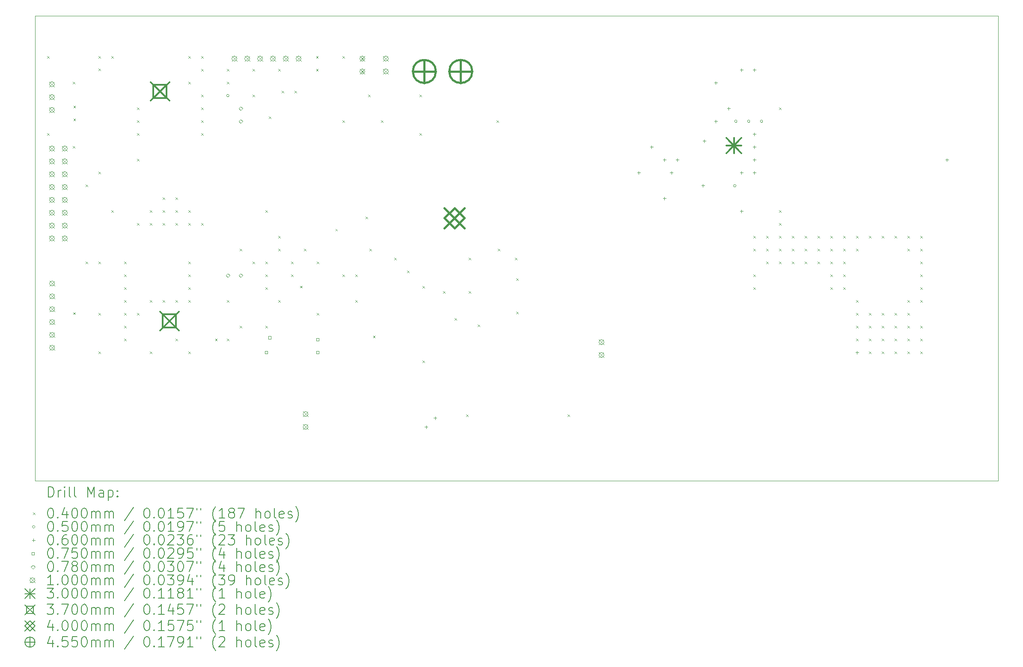
<source format=gbr>
%TF.GenerationSoftware,KiCad,Pcbnew,7.0.10*%
%TF.CreationDate,2024-03-05T22:09:49-05:00*%
%TF.ProjectId,PCB_Main_Final,5043425f-4d61-4696-9e5f-46696e616c2e,rev?*%
%TF.SameCoordinates,Original*%
%TF.FileFunction,Drillmap*%
%TF.FilePolarity,Positive*%
%FSLAX45Y45*%
G04 Gerber Fmt 4.5, Leading zero omitted, Abs format (unit mm)*
G04 Created by KiCad (PCBNEW 7.0.10) date 2024-03-05 22:09:49*
%MOMM*%
%LPD*%
G01*
G04 APERTURE LIST*
%ADD10C,0.100000*%
%ADD11C,0.200000*%
%ADD12C,0.300000*%
%ADD13C,0.370000*%
%ADD14C,0.400000*%
%ADD15C,0.455000*%
G04 APERTURE END LIST*
D10*
X4318000Y-4267200D02*
X23368000Y-4267200D01*
X23368000Y-13462000D01*
X4318000Y-13462000D01*
X4318000Y-4267200D01*
D11*
D10*
X4552000Y-5060000D02*
X4592000Y-5100000D01*
X4592000Y-5060000D02*
X4552000Y-5100000D01*
X4552000Y-6584000D02*
X4592000Y-6624000D01*
X4592000Y-6584000D02*
X4552000Y-6624000D01*
X5060000Y-5568000D02*
X5100000Y-5608000D01*
X5100000Y-5568000D02*
X5060000Y-5608000D01*
X5060000Y-6838000D02*
X5100000Y-6878000D01*
X5100000Y-6838000D02*
X5060000Y-6878000D01*
X5071015Y-10128985D02*
X5111015Y-10168985D01*
X5111015Y-10128985D02*
X5071015Y-10168985D01*
X5074250Y-6045500D02*
X5114250Y-6085500D01*
X5114250Y-6045500D02*
X5074250Y-6085500D01*
X5074250Y-6299500D02*
X5114250Y-6339500D01*
X5114250Y-6299500D02*
X5074250Y-6339500D01*
X5314000Y-7600000D02*
X5354000Y-7640000D01*
X5354000Y-7600000D02*
X5314000Y-7640000D01*
X5314000Y-9124000D02*
X5354000Y-9164000D01*
X5354000Y-9124000D02*
X5314000Y-9164000D01*
X5568000Y-5060000D02*
X5608000Y-5100000D01*
X5608000Y-5060000D02*
X5568000Y-5100000D01*
X5568000Y-5306000D02*
X5608000Y-5346000D01*
X5608000Y-5306000D02*
X5568000Y-5346000D01*
X5568000Y-7346000D02*
X5608000Y-7386000D01*
X5608000Y-7346000D02*
X5568000Y-7386000D01*
X5568000Y-9124000D02*
X5608000Y-9164000D01*
X5608000Y-9124000D02*
X5568000Y-9164000D01*
X5568000Y-10140000D02*
X5608000Y-10180000D01*
X5608000Y-10140000D02*
X5568000Y-10180000D01*
X5568000Y-10902000D02*
X5608000Y-10942000D01*
X5608000Y-10902000D02*
X5568000Y-10942000D01*
X5822000Y-5060000D02*
X5862000Y-5100000D01*
X5862000Y-5060000D02*
X5822000Y-5100000D01*
X5822000Y-8108000D02*
X5862000Y-8148000D01*
X5862000Y-8108000D02*
X5822000Y-8148000D01*
X6076000Y-9124000D02*
X6116000Y-9164000D01*
X6116000Y-9124000D02*
X6076000Y-9164000D01*
X6076000Y-9378000D02*
X6116000Y-9418000D01*
X6116000Y-9378000D02*
X6076000Y-9418000D01*
X6076000Y-9632000D02*
X6116000Y-9672000D01*
X6116000Y-9632000D02*
X6076000Y-9672000D01*
X6076000Y-9886000D02*
X6116000Y-9926000D01*
X6116000Y-9886000D02*
X6076000Y-9926000D01*
X6076000Y-10140000D02*
X6116000Y-10180000D01*
X6116000Y-10140000D02*
X6076000Y-10180000D01*
X6076000Y-10394000D02*
X6116000Y-10434000D01*
X6116000Y-10394000D02*
X6076000Y-10434000D01*
X6076000Y-10648000D02*
X6116000Y-10688000D01*
X6116000Y-10648000D02*
X6076000Y-10688000D01*
X6330000Y-6076000D02*
X6370000Y-6116000D01*
X6370000Y-6076000D02*
X6330000Y-6116000D01*
X6330000Y-6330000D02*
X6370000Y-6370000D01*
X6370000Y-6330000D02*
X6330000Y-6370000D01*
X6330000Y-6584000D02*
X6370000Y-6624000D01*
X6370000Y-6584000D02*
X6330000Y-6624000D01*
X6330000Y-7092000D02*
X6370000Y-7132000D01*
X6370000Y-7092000D02*
X6330000Y-7132000D01*
X6330000Y-8362000D02*
X6370000Y-8402000D01*
X6370000Y-8362000D02*
X6330000Y-8402000D01*
X6330000Y-10140000D02*
X6370000Y-10180000D01*
X6370000Y-10140000D02*
X6330000Y-10180000D01*
X6584000Y-8108000D02*
X6624000Y-8148000D01*
X6624000Y-8108000D02*
X6584000Y-8148000D01*
X6584000Y-8362000D02*
X6624000Y-8402000D01*
X6624000Y-8362000D02*
X6584000Y-8402000D01*
X6584000Y-9886000D02*
X6624000Y-9926000D01*
X6624000Y-9886000D02*
X6584000Y-9926000D01*
X6584000Y-10902000D02*
X6624000Y-10942000D01*
X6624000Y-10902000D02*
X6584000Y-10942000D01*
X6838000Y-7854000D02*
X6878000Y-7894000D01*
X6878000Y-7854000D02*
X6838000Y-7894000D01*
X6838000Y-8108000D02*
X6878000Y-8148000D01*
X6878000Y-8108000D02*
X6838000Y-8148000D01*
X6838000Y-8362000D02*
X6878000Y-8402000D01*
X6878000Y-8362000D02*
X6838000Y-8402000D01*
X6838000Y-9886000D02*
X6878000Y-9926000D01*
X6878000Y-9886000D02*
X6838000Y-9926000D01*
X7092000Y-7854000D02*
X7132000Y-7894000D01*
X7132000Y-7854000D02*
X7092000Y-7894000D01*
X7092000Y-8108000D02*
X7132000Y-8148000D01*
X7132000Y-8108000D02*
X7092000Y-8148000D01*
X7092000Y-8362000D02*
X7132000Y-8402000D01*
X7132000Y-8362000D02*
X7092000Y-8402000D01*
X7092000Y-9886000D02*
X7132000Y-9926000D01*
X7132000Y-9886000D02*
X7092000Y-9926000D01*
X7092000Y-10648000D02*
X7132000Y-10688000D01*
X7132000Y-10648000D02*
X7092000Y-10688000D01*
X7346000Y-5060000D02*
X7386000Y-5100000D01*
X7386000Y-5060000D02*
X7346000Y-5100000D01*
X7346000Y-5568000D02*
X7386000Y-5608000D01*
X7386000Y-5568000D02*
X7346000Y-5608000D01*
X7346000Y-8108000D02*
X7386000Y-8148000D01*
X7386000Y-8108000D02*
X7346000Y-8148000D01*
X7346000Y-8362000D02*
X7386000Y-8402000D01*
X7386000Y-8362000D02*
X7346000Y-8402000D01*
X7346000Y-9124000D02*
X7386000Y-9164000D01*
X7386000Y-9124000D02*
X7346000Y-9164000D01*
X7346000Y-9378000D02*
X7386000Y-9418000D01*
X7386000Y-9378000D02*
X7346000Y-9418000D01*
X7346000Y-9632000D02*
X7386000Y-9672000D01*
X7386000Y-9632000D02*
X7346000Y-9672000D01*
X7346000Y-9886000D02*
X7386000Y-9926000D01*
X7386000Y-9886000D02*
X7346000Y-9926000D01*
X7346000Y-10902000D02*
X7386000Y-10942000D01*
X7386000Y-10902000D02*
X7346000Y-10942000D01*
X7600000Y-5060000D02*
X7640000Y-5100000D01*
X7640000Y-5060000D02*
X7600000Y-5100000D01*
X7600000Y-5314000D02*
X7640000Y-5354000D01*
X7640000Y-5314000D02*
X7600000Y-5354000D01*
X7600000Y-5822000D02*
X7640000Y-5862000D01*
X7640000Y-5822000D02*
X7600000Y-5862000D01*
X7600000Y-6076000D02*
X7640000Y-6116000D01*
X7640000Y-6076000D02*
X7600000Y-6116000D01*
X7600000Y-6330000D02*
X7640000Y-6370000D01*
X7640000Y-6330000D02*
X7600000Y-6370000D01*
X7600000Y-6584000D02*
X7640000Y-6624000D01*
X7640000Y-6584000D02*
X7600000Y-6624000D01*
X7600000Y-8362000D02*
X7640000Y-8402000D01*
X7640000Y-8362000D02*
X7600000Y-8402000D01*
X7878000Y-10648000D02*
X7918000Y-10688000D01*
X7918000Y-10648000D02*
X7878000Y-10688000D01*
X8108000Y-5314000D02*
X8148000Y-5354000D01*
X8148000Y-5314000D02*
X8108000Y-5354000D01*
X8108000Y-5568000D02*
X8148000Y-5608000D01*
X8148000Y-5568000D02*
X8108000Y-5608000D01*
X8108000Y-9886000D02*
X8148000Y-9926000D01*
X8148000Y-9886000D02*
X8108000Y-9926000D01*
X8108000Y-10648000D02*
X8148000Y-10688000D01*
X8148000Y-10648000D02*
X8108000Y-10688000D01*
X8362000Y-8872000D02*
X8402000Y-8912000D01*
X8402000Y-8872000D02*
X8362000Y-8912000D01*
X8362000Y-10394000D02*
X8402000Y-10434000D01*
X8402000Y-10394000D02*
X8362000Y-10434000D01*
X8616000Y-5314000D02*
X8656000Y-5354000D01*
X8656000Y-5314000D02*
X8616000Y-5354000D01*
X8616000Y-5822000D02*
X8656000Y-5862000D01*
X8656000Y-5822000D02*
X8616000Y-5862000D01*
X8616000Y-9124000D02*
X8656000Y-9164000D01*
X8656000Y-9124000D02*
X8616000Y-9164000D01*
X8870000Y-8108000D02*
X8910000Y-8148000D01*
X8910000Y-8108000D02*
X8870000Y-8148000D01*
X8870000Y-9124000D02*
X8910000Y-9164000D01*
X8910000Y-9124000D02*
X8870000Y-9164000D01*
X8870000Y-9378000D02*
X8910000Y-9418000D01*
X8910000Y-9378000D02*
X8870000Y-9418000D01*
X8870000Y-9632000D02*
X8910000Y-9672000D01*
X8910000Y-9632000D02*
X8870000Y-9672000D01*
X8870000Y-10394000D02*
X8910000Y-10434000D01*
X8910000Y-10394000D02*
X8870000Y-10434000D01*
X8940750Y-6258500D02*
X8980750Y-6298500D01*
X8980750Y-6258500D02*
X8940750Y-6298500D01*
X9124000Y-5314000D02*
X9164000Y-5354000D01*
X9164000Y-5314000D02*
X9124000Y-5354000D01*
X9124000Y-8616000D02*
X9164000Y-8656000D01*
X9164000Y-8616000D02*
X9124000Y-8656000D01*
X9124000Y-8870000D02*
X9164000Y-8910000D01*
X9164000Y-8870000D02*
X9124000Y-8910000D01*
X9124000Y-9886000D02*
X9164000Y-9926000D01*
X9164000Y-9886000D02*
X9124000Y-9926000D01*
X9194750Y-5750500D02*
X9234750Y-5790500D01*
X9234750Y-5750500D02*
X9194750Y-5790500D01*
X9378000Y-9124000D02*
X9418000Y-9164000D01*
X9418000Y-9124000D02*
X9378000Y-9164000D01*
X9378000Y-9378000D02*
X9418000Y-9418000D01*
X9418000Y-9378000D02*
X9378000Y-9418000D01*
X9448750Y-5750500D02*
X9488750Y-5790500D01*
X9488750Y-5750500D02*
X9448750Y-5790500D01*
X9557859Y-9603611D02*
X9597859Y-9643611D01*
X9597859Y-9603611D02*
X9557859Y-9643611D01*
X9632000Y-8870000D02*
X9672000Y-8910000D01*
X9672000Y-8870000D02*
X9632000Y-8910000D01*
X9873999Y-5060000D02*
X9913999Y-5100000D01*
X9913999Y-5060000D02*
X9873999Y-5100000D01*
X9873999Y-5314000D02*
X9913999Y-5354000D01*
X9913999Y-5314000D02*
X9873999Y-5354000D01*
X9886000Y-9124000D02*
X9926000Y-9164000D01*
X9926000Y-9124000D02*
X9886000Y-9164000D01*
X9886000Y-10140000D02*
X9926000Y-10180000D01*
X9926000Y-10140000D02*
X9886000Y-10180000D01*
X10256105Y-8478105D02*
X10296105Y-8518105D01*
X10296105Y-8478105D02*
X10256105Y-8518105D01*
X10394000Y-5060000D02*
X10434000Y-5100000D01*
X10434000Y-5060000D02*
X10394000Y-5100000D01*
X10394000Y-6330000D02*
X10434000Y-6370000D01*
X10434000Y-6330000D02*
X10394000Y-6370000D01*
X10394000Y-9378000D02*
X10434000Y-9418000D01*
X10434000Y-9378000D02*
X10394000Y-9418000D01*
X10648000Y-9378000D02*
X10688000Y-9418000D01*
X10688000Y-9378000D02*
X10648000Y-9418000D01*
X10648000Y-9886000D02*
X10688000Y-9926000D01*
X10688000Y-9886000D02*
X10648000Y-9926000D01*
X10851200Y-8235000D02*
X10891200Y-8275000D01*
X10891200Y-8235000D02*
X10851200Y-8275000D01*
X10902000Y-5822000D02*
X10942000Y-5862000D01*
X10942000Y-5822000D02*
X10902000Y-5862000D01*
X10927400Y-8870000D02*
X10967400Y-8910000D01*
X10967400Y-8870000D02*
X10927400Y-8910000D01*
X11000628Y-10588125D02*
X11040628Y-10628125D01*
X11040628Y-10588125D02*
X11000628Y-10628125D01*
X11156000Y-6330000D02*
X11196000Y-6370000D01*
X11196000Y-6330000D02*
X11156000Y-6370000D01*
X11422700Y-9047800D02*
X11462700Y-9087800D01*
X11462700Y-9047800D02*
X11422700Y-9087800D01*
X11676700Y-9301800D02*
X11716700Y-9341800D01*
X11716700Y-9301800D02*
X11676700Y-9341800D01*
X11918000Y-5822000D02*
X11958000Y-5862000D01*
X11958000Y-5822000D02*
X11918000Y-5862000D01*
X11918000Y-6584000D02*
X11958000Y-6624000D01*
X11958000Y-6584000D02*
X11918000Y-6624000D01*
X11981500Y-9606600D02*
X12021500Y-9646600D01*
X12021500Y-9606600D02*
X11981500Y-9646600D01*
X11981500Y-11079800D02*
X12021500Y-11119800D01*
X12021500Y-11079800D02*
X11981500Y-11119800D01*
X12387900Y-9708200D02*
X12427900Y-9748200D01*
X12427900Y-9708200D02*
X12387900Y-9748200D01*
X12616500Y-10241600D02*
X12656500Y-10281600D01*
X12656500Y-10241600D02*
X12616500Y-10281600D01*
X12845100Y-12146600D02*
X12885100Y-12186600D01*
X12885100Y-12146600D02*
X12845100Y-12186600D01*
X12895900Y-9047800D02*
X12935900Y-9087800D01*
X12935900Y-9047800D02*
X12895900Y-9087800D01*
X12895900Y-9708200D02*
X12935900Y-9748200D01*
X12935900Y-9708200D02*
X12895900Y-9748200D01*
X13073700Y-10368600D02*
X13113700Y-10408600D01*
X13113700Y-10368600D02*
X13073700Y-10408600D01*
X13442000Y-6330000D02*
X13482000Y-6370000D01*
X13482000Y-6330000D02*
X13442000Y-6370000D01*
X13467400Y-8870000D02*
X13507400Y-8910000D01*
X13507400Y-8870000D02*
X13467400Y-8910000D01*
X13810300Y-9047800D02*
X13850300Y-9087800D01*
X13850300Y-9047800D02*
X13810300Y-9087800D01*
X13835700Y-9454200D02*
X13875700Y-9494200D01*
X13875700Y-9454200D02*
X13835700Y-9494200D01*
X13835700Y-10114600D02*
X13875700Y-10154600D01*
X13875700Y-10114600D02*
X13835700Y-10154600D01*
X14851700Y-12146600D02*
X14891700Y-12186600D01*
X14891700Y-12146600D02*
X14851700Y-12186600D01*
X18522000Y-8616000D02*
X18562000Y-8656000D01*
X18562000Y-8616000D02*
X18522000Y-8656000D01*
X18522000Y-8870000D02*
X18562000Y-8910000D01*
X18562000Y-8870000D02*
X18522000Y-8910000D01*
X18522000Y-9378000D02*
X18562000Y-9418000D01*
X18562000Y-9378000D02*
X18522000Y-9418000D01*
X18522000Y-9632000D02*
X18562000Y-9672000D01*
X18562000Y-9632000D02*
X18522000Y-9672000D01*
X18776000Y-8616000D02*
X18816000Y-8656000D01*
X18816000Y-8616000D02*
X18776000Y-8656000D01*
X18776000Y-8870000D02*
X18816000Y-8910000D01*
X18816000Y-8870000D02*
X18776000Y-8910000D01*
X18776000Y-9124000D02*
X18816000Y-9164000D01*
X18816000Y-9124000D02*
X18776000Y-9164000D01*
X19030000Y-6076000D02*
X19070000Y-6116000D01*
X19070000Y-6076000D02*
X19030000Y-6116000D01*
X19030000Y-8108000D02*
X19070000Y-8148000D01*
X19070000Y-8108000D02*
X19030000Y-8148000D01*
X19030000Y-8362000D02*
X19070000Y-8402000D01*
X19070000Y-8362000D02*
X19030000Y-8402000D01*
X19030000Y-8616000D02*
X19070000Y-8656000D01*
X19070000Y-8616000D02*
X19030000Y-8656000D01*
X19030000Y-8870000D02*
X19070000Y-8910000D01*
X19070000Y-8870000D02*
X19030000Y-8910000D01*
X19030000Y-9124000D02*
X19070000Y-9164000D01*
X19070000Y-9124000D02*
X19030000Y-9164000D01*
X19284000Y-8616000D02*
X19324000Y-8656000D01*
X19324000Y-8616000D02*
X19284000Y-8656000D01*
X19284000Y-8870000D02*
X19324000Y-8910000D01*
X19324000Y-8870000D02*
X19284000Y-8910000D01*
X19284000Y-9124000D02*
X19324000Y-9164000D01*
X19324000Y-9124000D02*
X19284000Y-9164000D01*
X19538000Y-8616000D02*
X19578000Y-8656000D01*
X19578000Y-8616000D02*
X19538000Y-8656000D01*
X19538000Y-8870000D02*
X19578000Y-8910000D01*
X19578000Y-8870000D02*
X19538000Y-8910000D01*
X19538000Y-9124000D02*
X19578000Y-9164000D01*
X19578000Y-9124000D02*
X19538000Y-9164000D01*
X19792000Y-8616000D02*
X19832000Y-8656000D01*
X19832000Y-8616000D02*
X19792000Y-8656000D01*
X19792000Y-8870000D02*
X19832000Y-8910000D01*
X19832000Y-8870000D02*
X19792000Y-8910000D01*
X19792000Y-9124000D02*
X19832000Y-9164000D01*
X19832000Y-9124000D02*
X19792000Y-9164000D01*
X20046000Y-8616000D02*
X20086000Y-8656000D01*
X20086000Y-8616000D02*
X20046000Y-8656000D01*
X20046000Y-8870000D02*
X20086000Y-8910000D01*
X20086000Y-8870000D02*
X20046000Y-8910000D01*
X20046000Y-9124000D02*
X20086000Y-9164000D01*
X20086000Y-9124000D02*
X20046000Y-9164000D01*
X20046000Y-9378000D02*
X20086000Y-9418000D01*
X20086000Y-9378000D02*
X20046000Y-9418000D01*
X20046000Y-9632000D02*
X20086000Y-9672000D01*
X20086000Y-9632000D02*
X20046000Y-9672000D01*
X20300000Y-8616000D02*
X20340000Y-8656000D01*
X20340000Y-8616000D02*
X20300000Y-8656000D01*
X20300000Y-8870000D02*
X20340000Y-8910000D01*
X20340000Y-8870000D02*
X20300000Y-8910000D01*
X20300000Y-9124000D02*
X20340000Y-9164000D01*
X20340000Y-9124000D02*
X20300000Y-9164000D01*
X20300000Y-9378000D02*
X20340000Y-9418000D01*
X20340000Y-9378000D02*
X20300000Y-9418000D01*
X20300000Y-9632000D02*
X20340000Y-9672000D01*
X20340000Y-9632000D02*
X20300000Y-9672000D01*
X20554000Y-8616000D02*
X20594000Y-8656000D01*
X20594000Y-8616000D02*
X20554000Y-8656000D01*
X20554000Y-8870000D02*
X20594000Y-8910000D01*
X20594000Y-8870000D02*
X20554000Y-8910000D01*
X20554000Y-9886000D02*
X20594000Y-9926000D01*
X20594000Y-9886000D02*
X20554000Y-9926000D01*
X20554000Y-10140000D02*
X20594000Y-10180000D01*
X20594000Y-10140000D02*
X20554000Y-10180000D01*
X20554000Y-10394000D02*
X20594000Y-10434000D01*
X20594000Y-10394000D02*
X20554000Y-10434000D01*
X20554000Y-10648000D02*
X20594000Y-10688000D01*
X20594000Y-10648000D02*
X20554000Y-10688000D01*
X20808000Y-8616000D02*
X20848000Y-8656000D01*
X20848000Y-8616000D02*
X20808000Y-8656000D01*
X20808000Y-10140000D02*
X20848000Y-10180000D01*
X20848000Y-10140000D02*
X20808000Y-10180000D01*
X20808000Y-10394000D02*
X20848000Y-10434000D01*
X20848000Y-10394000D02*
X20808000Y-10434000D01*
X20808000Y-10648000D02*
X20848000Y-10688000D01*
X20848000Y-10648000D02*
X20808000Y-10688000D01*
X20808000Y-10902000D02*
X20848000Y-10942000D01*
X20848000Y-10902000D02*
X20808000Y-10942000D01*
X21062000Y-8616000D02*
X21102000Y-8656000D01*
X21102000Y-8616000D02*
X21062000Y-8656000D01*
X21062000Y-10140000D02*
X21102000Y-10180000D01*
X21102000Y-10140000D02*
X21062000Y-10180000D01*
X21062000Y-10394000D02*
X21102000Y-10434000D01*
X21102000Y-10394000D02*
X21062000Y-10434000D01*
X21062000Y-10648000D02*
X21102000Y-10688000D01*
X21102000Y-10648000D02*
X21062000Y-10688000D01*
X21062000Y-10902000D02*
X21102000Y-10942000D01*
X21102000Y-10902000D02*
X21062000Y-10942000D01*
X21316000Y-8616000D02*
X21356000Y-8656000D01*
X21356000Y-8616000D02*
X21316000Y-8656000D01*
X21316000Y-10140000D02*
X21356000Y-10180000D01*
X21356000Y-10140000D02*
X21316000Y-10180000D01*
X21316000Y-10394000D02*
X21356000Y-10434000D01*
X21356000Y-10394000D02*
X21316000Y-10434000D01*
X21316000Y-10648000D02*
X21356000Y-10688000D01*
X21356000Y-10648000D02*
X21316000Y-10688000D01*
X21316000Y-10902000D02*
X21356000Y-10942000D01*
X21356000Y-10902000D02*
X21316000Y-10942000D01*
X21570000Y-8616000D02*
X21610000Y-8656000D01*
X21610000Y-8616000D02*
X21570000Y-8656000D01*
X21570000Y-8870000D02*
X21610000Y-8910000D01*
X21610000Y-8870000D02*
X21570000Y-8910000D01*
X21570000Y-9886000D02*
X21610000Y-9926000D01*
X21610000Y-9886000D02*
X21570000Y-9926000D01*
X21570000Y-10140000D02*
X21610000Y-10180000D01*
X21610000Y-10140000D02*
X21570000Y-10180000D01*
X21570000Y-10394000D02*
X21610000Y-10434000D01*
X21610000Y-10394000D02*
X21570000Y-10434000D01*
X21570000Y-10648000D02*
X21610000Y-10688000D01*
X21610000Y-10648000D02*
X21570000Y-10688000D01*
X21570000Y-10902000D02*
X21610000Y-10942000D01*
X21610000Y-10902000D02*
X21570000Y-10942000D01*
X21824000Y-8616000D02*
X21864000Y-8656000D01*
X21864000Y-8616000D02*
X21824000Y-8656000D01*
X21824000Y-8870000D02*
X21864000Y-8910000D01*
X21864000Y-8870000D02*
X21824000Y-8910000D01*
X21824000Y-9124000D02*
X21864000Y-9164000D01*
X21864000Y-9124000D02*
X21824000Y-9164000D01*
X21824000Y-9378000D02*
X21864000Y-9418000D01*
X21864000Y-9378000D02*
X21824000Y-9418000D01*
X21824000Y-9632000D02*
X21864000Y-9672000D01*
X21864000Y-9632000D02*
X21824000Y-9672000D01*
X21824000Y-9886000D02*
X21864000Y-9926000D01*
X21864000Y-9886000D02*
X21824000Y-9926000D01*
X21824000Y-10394000D02*
X21864000Y-10434000D01*
X21864000Y-10394000D02*
X21824000Y-10434000D01*
X21824000Y-10648000D02*
X21864000Y-10688000D01*
X21864000Y-10648000D02*
X21824000Y-10688000D01*
X21824000Y-10902000D02*
X21864000Y-10942000D01*
X21864000Y-10902000D02*
X21824000Y-10942000D01*
X8153000Y-5842000D02*
G75*
G03*
X8103000Y-5842000I-25000J0D01*
G01*
X8103000Y-5842000D02*
G75*
G03*
X8153000Y-5842000I25000J0D01*
G01*
X18180614Y-7625666D02*
G75*
G03*
X18130614Y-7625666I-25000J0D01*
G01*
X18130614Y-7625666D02*
G75*
G03*
X18180614Y-7625666I25000J0D01*
G01*
X18201500Y-6350000D02*
G75*
G03*
X18151500Y-6350000I-25000J0D01*
G01*
X18151500Y-6350000D02*
G75*
G03*
X18201500Y-6350000I25000J0D01*
G01*
X18455500Y-6350000D02*
G75*
G03*
X18405500Y-6350000I-25000J0D01*
G01*
X18405500Y-6350000D02*
G75*
G03*
X18455500Y-6350000I25000J0D01*
G01*
X18709500Y-6350000D02*
G75*
G03*
X18659500Y-6350000I-25000J0D01*
G01*
X18659500Y-6350000D02*
G75*
G03*
X18709500Y-6350000I25000J0D01*
G01*
X12052300Y-12365200D02*
X12052300Y-12425200D01*
X12022300Y-12395200D02*
X12082300Y-12395200D01*
X12230100Y-12187400D02*
X12230100Y-12247400D01*
X12200100Y-12217400D02*
X12260100Y-12217400D01*
X16256000Y-7336000D02*
X16256000Y-7396000D01*
X16226000Y-7366000D02*
X16286000Y-7366000D01*
X16510000Y-6828000D02*
X16510000Y-6888000D01*
X16480000Y-6858000D02*
X16540000Y-6858000D01*
X16764000Y-7082000D02*
X16764000Y-7142000D01*
X16734000Y-7112000D02*
X16794000Y-7112000D01*
X16764000Y-7844000D02*
X16764000Y-7904000D01*
X16734000Y-7874000D02*
X16794000Y-7874000D01*
X16903000Y-7336000D02*
X16903000Y-7396000D01*
X16873000Y-7366000D02*
X16933000Y-7366000D01*
X17018000Y-7082000D02*
X17018000Y-7142000D01*
X16988000Y-7112000D02*
X17048000Y-7112000D01*
X17526000Y-7590000D02*
X17526000Y-7650000D01*
X17496000Y-7620000D02*
X17556000Y-7620000D01*
X17551211Y-6710711D02*
X17551211Y-6770711D01*
X17521211Y-6740711D02*
X17581211Y-6740711D01*
X17780000Y-5558000D02*
X17780000Y-5618000D01*
X17750000Y-5588000D02*
X17810000Y-5588000D01*
X17780000Y-6320000D02*
X17780000Y-6380000D01*
X17750000Y-6350000D02*
X17810000Y-6350000D01*
X18034000Y-6066000D02*
X18034000Y-6126000D01*
X18004000Y-6096000D02*
X18064000Y-6096000D01*
X18288000Y-5304000D02*
X18288000Y-5364000D01*
X18258000Y-5334000D02*
X18318000Y-5334000D01*
X18288000Y-7336000D02*
X18288000Y-7396000D01*
X18258000Y-7366000D02*
X18318000Y-7366000D01*
X18288000Y-8098000D02*
X18288000Y-8158000D01*
X18258000Y-8128000D02*
X18318000Y-8128000D01*
X18542000Y-5304000D02*
X18542000Y-5364000D01*
X18512000Y-5334000D02*
X18572000Y-5334000D01*
X18542000Y-6574000D02*
X18542000Y-6634000D01*
X18512000Y-6604000D02*
X18572000Y-6604000D01*
X18542000Y-6828000D02*
X18542000Y-6888000D01*
X18512000Y-6858000D02*
X18572000Y-6858000D01*
X18542000Y-7082000D02*
X18542000Y-7142000D01*
X18512000Y-7112000D02*
X18572000Y-7112000D01*
X18542000Y-7336000D02*
X18542000Y-7396000D01*
X18512000Y-7366000D02*
X18572000Y-7366000D01*
X20574000Y-10892000D02*
X20574000Y-10952000D01*
X20544000Y-10922000D02*
X20604000Y-10922000D01*
X22352000Y-7082000D02*
X22352000Y-7142000D01*
X22322000Y-7112000D02*
X22382000Y-7112000D01*
X8916517Y-10948517D02*
X8916517Y-10895483D01*
X8863483Y-10895483D01*
X8863483Y-10948517D01*
X8916517Y-10948517D01*
X8979517Y-10653517D02*
X8979517Y-10600483D01*
X8926483Y-10600483D01*
X8926483Y-10653517D01*
X8979517Y-10653517D01*
X9932517Y-10694517D02*
X9932517Y-10641483D01*
X9879483Y-10641483D01*
X9879483Y-10694517D01*
X9932517Y-10694517D01*
X9932517Y-10948517D02*
X9932517Y-10895483D01*
X9879483Y-10895483D01*
X9879483Y-10948517D01*
X9932517Y-10948517D01*
X8128000Y-9437000D02*
X8167000Y-9398000D01*
X8128000Y-9359000D01*
X8089000Y-9398000D01*
X8128000Y-9437000D01*
X8382000Y-6135000D02*
X8421000Y-6096000D01*
X8382000Y-6057000D01*
X8343000Y-6096000D01*
X8382000Y-6135000D01*
X8382000Y-6389000D02*
X8421000Y-6350000D01*
X8382000Y-6311000D01*
X8343000Y-6350000D01*
X8382000Y-6389000D01*
X8382000Y-9437000D02*
X8421000Y-9398000D01*
X8382000Y-9359000D01*
X8343000Y-9398000D01*
X8382000Y-9437000D01*
X4599000Y-5568500D02*
X4699000Y-5668500D01*
X4699000Y-5568500D02*
X4599000Y-5668500D01*
X4699000Y-5618500D02*
G75*
G03*
X4599000Y-5618500I-50000J0D01*
G01*
X4599000Y-5618500D02*
G75*
G03*
X4699000Y-5618500I50000J0D01*
G01*
X4599000Y-5822500D02*
X4699000Y-5922500D01*
X4699000Y-5822500D02*
X4599000Y-5922500D01*
X4699000Y-5872500D02*
G75*
G03*
X4599000Y-5872500I-50000J0D01*
G01*
X4599000Y-5872500D02*
G75*
G03*
X4699000Y-5872500I50000J0D01*
G01*
X4599000Y-6076500D02*
X4699000Y-6176500D01*
X4699000Y-6076500D02*
X4599000Y-6176500D01*
X4699000Y-6126500D02*
G75*
G03*
X4599000Y-6126500I-50000J0D01*
G01*
X4599000Y-6126500D02*
G75*
G03*
X4699000Y-6126500I50000J0D01*
G01*
X4599000Y-6838500D02*
X4699000Y-6938500D01*
X4699000Y-6838500D02*
X4599000Y-6938500D01*
X4699000Y-6888500D02*
G75*
G03*
X4599000Y-6888500I-50000J0D01*
G01*
X4599000Y-6888500D02*
G75*
G03*
X4699000Y-6888500I50000J0D01*
G01*
X4599000Y-7092500D02*
X4699000Y-7192500D01*
X4699000Y-7092500D02*
X4599000Y-7192500D01*
X4699000Y-7142500D02*
G75*
G03*
X4599000Y-7142500I-50000J0D01*
G01*
X4599000Y-7142500D02*
G75*
G03*
X4699000Y-7142500I50000J0D01*
G01*
X4599000Y-7346500D02*
X4699000Y-7446500D01*
X4699000Y-7346500D02*
X4599000Y-7446500D01*
X4699000Y-7396500D02*
G75*
G03*
X4599000Y-7396500I-50000J0D01*
G01*
X4599000Y-7396500D02*
G75*
G03*
X4699000Y-7396500I50000J0D01*
G01*
X4599000Y-7600500D02*
X4699000Y-7700500D01*
X4699000Y-7600500D02*
X4599000Y-7700500D01*
X4699000Y-7650500D02*
G75*
G03*
X4599000Y-7650500I-50000J0D01*
G01*
X4599000Y-7650500D02*
G75*
G03*
X4699000Y-7650500I50000J0D01*
G01*
X4599000Y-7854500D02*
X4699000Y-7954500D01*
X4699000Y-7854500D02*
X4599000Y-7954500D01*
X4699000Y-7904500D02*
G75*
G03*
X4599000Y-7904500I-50000J0D01*
G01*
X4599000Y-7904500D02*
G75*
G03*
X4699000Y-7904500I50000J0D01*
G01*
X4599000Y-8108500D02*
X4699000Y-8208500D01*
X4699000Y-8108500D02*
X4599000Y-8208500D01*
X4699000Y-8158500D02*
G75*
G03*
X4599000Y-8158500I-50000J0D01*
G01*
X4599000Y-8158500D02*
G75*
G03*
X4699000Y-8158500I50000J0D01*
G01*
X4599000Y-8362500D02*
X4699000Y-8462500D01*
X4699000Y-8362500D02*
X4599000Y-8462500D01*
X4699000Y-8412500D02*
G75*
G03*
X4599000Y-8412500I-50000J0D01*
G01*
X4599000Y-8412500D02*
G75*
G03*
X4699000Y-8412500I50000J0D01*
G01*
X4599000Y-8616500D02*
X4699000Y-8716500D01*
X4699000Y-8616500D02*
X4599000Y-8716500D01*
X4699000Y-8666500D02*
G75*
G03*
X4599000Y-8666500I-50000J0D01*
G01*
X4599000Y-8666500D02*
G75*
G03*
X4699000Y-8666500I50000J0D01*
G01*
X4601500Y-9508000D02*
X4701500Y-9608000D01*
X4701500Y-9508000D02*
X4601500Y-9608000D01*
X4701500Y-9558000D02*
G75*
G03*
X4601500Y-9558000I-50000J0D01*
G01*
X4601500Y-9558000D02*
G75*
G03*
X4701500Y-9558000I50000J0D01*
G01*
X4601500Y-9762000D02*
X4701500Y-9862000D01*
X4701500Y-9762000D02*
X4601500Y-9862000D01*
X4701500Y-9812000D02*
G75*
G03*
X4601500Y-9812000I-50000J0D01*
G01*
X4601500Y-9812000D02*
G75*
G03*
X4701500Y-9812000I50000J0D01*
G01*
X4601500Y-10016000D02*
X4701500Y-10116000D01*
X4701500Y-10016000D02*
X4601500Y-10116000D01*
X4701500Y-10066000D02*
G75*
G03*
X4601500Y-10066000I-50000J0D01*
G01*
X4601500Y-10066000D02*
G75*
G03*
X4701500Y-10066000I50000J0D01*
G01*
X4601500Y-10270000D02*
X4701500Y-10370000D01*
X4701500Y-10270000D02*
X4601500Y-10370000D01*
X4701500Y-10320000D02*
G75*
G03*
X4601500Y-10320000I-50000J0D01*
G01*
X4601500Y-10320000D02*
G75*
G03*
X4701500Y-10320000I50000J0D01*
G01*
X4601500Y-10524000D02*
X4701500Y-10624000D01*
X4701500Y-10524000D02*
X4601500Y-10624000D01*
X4701500Y-10574000D02*
G75*
G03*
X4601500Y-10574000I-50000J0D01*
G01*
X4601500Y-10574000D02*
G75*
G03*
X4701500Y-10574000I50000J0D01*
G01*
X4601500Y-10778000D02*
X4701500Y-10878000D01*
X4701500Y-10778000D02*
X4601500Y-10878000D01*
X4701500Y-10828000D02*
G75*
G03*
X4601500Y-10828000I-50000J0D01*
G01*
X4601500Y-10828000D02*
G75*
G03*
X4701500Y-10828000I50000J0D01*
G01*
X4853000Y-6838500D02*
X4953000Y-6938500D01*
X4953000Y-6838500D02*
X4853000Y-6938500D01*
X4953000Y-6888500D02*
G75*
G03*
X4853000Y-6888500I-50000J0D01*
G01*
X4853000Y-6888500D02*
G75*
G03*
X4953000Y-6888500I50000J0D01*
G01*
X4853000Y-7092500D02*
X4953000Y-7192500D01*
X4953000Y-7092500D02*
X4853000Y-7192500D01*
X4953000Y-7142500D02*
G75*
G03*
X4853000Y-7142500I-50000J0D01*
G01*
X4853000Y-7142500D02*
G75*
G03*
X4953000Y-7142500I50000J0D01*
G01*
X4853000Y-7346500D02*
X4953000Y-7446500D01*
X4953000Y-7346500D02*
X4853000Y-7446500D01*
X4953000Y-7396500D02*
G75*
G03*
X4853000Y-7396500I-50000J0D01*
G01*
X4853000Y-7396500D02*
G75*
G03*
X4953000Y-7396500I50000J0D01*
G01*
X4853000Y-7600500D02*
X4953000Y-7700500D01*
X4953000Y-7600500D02*
X4853000Y-7700500D01*
X4953000Y-7650500D02*
G75*
G03*
X4853000Y-7650500I-50000J0D01*
G01*
X4853000Y-7650500D02*
G75*
G03*
X4953000Y-7650500I50000J0D01*
G01*
X4853000Y-7854500D02*
X4953000Y-7954500D01*
X4953000Y-7854500D02*
X4853000Y-7954500D01*
X4953000Y-7904500D02*
G75*
G03*
X4853000Y-7904500I-50000J0D01*
G01*
X4853000Y-7904500D02*
G75*
G03*
X4953000Y-7904500I50000J0D01*
G01*
X4853000Y-8108500D02*
X4953000Y-8208500D01*
X4953000Y-8108500D02*
X4853000Y-8208500D01*
X4953000Y-8158500D02*
G75*
G03*
X4853000Y-8158500I-50000J0D01*
G01*
X4853000Y-8158500D02*
G75*
G03*
X4953000Y-8158500I50000J0D01*
G01*
X4853000Y-8362500D02*
X4953000Y-8462500D01*
X4953000Y-8362500D02*
X4853000Y-8462500D01*
X4953000Y-8412500D02*
G75*
G03*
X4853000Y-8412500I-50000J0D01*
G01*
X4853000Y-8412500D02*
G75*
G03*
X4953000Y-8412500I50000J0D01*
G01*
X4853000Y-8616500D02*
X4953000Y-8716500D01*
X4953000Y-8616500D02*
X4853000Y-8716500D01*
X4953000Y-8666500D02*
G75*
G03*
X4853000Y-8666500I-50000J0D01*
G01*
X4853000Y-8666500D02*
G75*
G03*
X4953000Y-8666500I50000J0D01*
G01*
X8207500Y-5060500D02*
X8307500Y-5160500D01*
X8307500Y-5060500D02*
X8207500Y-5160500D01*
X8307500Y-5110500D02*
G75*
G03*
X8207500Y-5110500I-50000J0D01*
G01*
X8207500Y-5110500D02*
G75*
G03*
X8307500Y-5110500I50000J0D01*
G01*
X8461500Y-5060500D02*
X8561500Y-5160500D01*
X8561500Y-5060500D02*
X8461500Y-5160500D01*
X8561500Y-5110500D02*
G75*
G03*
X8461500Y-5110500I-50000J0D01*
G01*
X8461500Y-5110500D02*
G75*
G03*
X8561500Y-5110500I50000J0D01*
G01*
X8715500Y-5060500D02*
X8815500Y-5160500D01*
X8815500Y-5060500D02*
X8715500Y-5160500D01*
X8815500Y-5110500D02*
G75*
G03*
X8715500Y-5110500I-50000J0D01*
G01*
X8715500Y-5110500D02*
G75*
G03*
X8815500Y-5110500I50000J0D01*
G01*
X8969500Y-5060500D02*
X9069500Y-5160500D01*
X9069500Y-5060500D02*
X8969500Y-5160500D01*
X9069500Y-5110500D02*
G75*
G03*
X8969500Y-5110500I-50000J0D01*
G01*
X8969500Y-5110500D02*
G75*
G03*
X9069500Y-5110500I50000J0D01*
G01*
X9223500Y-5060500D02*
X9323500Y-5160500D01*
X9323500Y-5060500D02*
X9223500Y-5160500D01*
X9323500Y-5110500D02*
G75*
G03*
X9223500Y-5110500I-50000J0D01*
G01*
X9223500Y-5110500D02*
G75*
G03*
X9323500Y-5110500I50000J0D01*
G01*
X9477500Y-5060500D02*
X9577500Y-5160500D01*
X9577500Y-5060500D02*
X9477500Y-5160500D01*
X9577500Y-5110500D02*
G75*
G03*
X9477500Y-5110500I-50000J0D01*
G01*
X9477500Y-5110500D02*
G75*
G03*
X9577500Y-5110500I50000J0D01*
G01*
X9614700Y-12090700D02*
X9714700Y-12190700D01*
X9714700Y-12090700D02*
X9614700Y-12190700D01*
X9714700Y-12140700D02*
G75*
G03*
X9614700Y-12140700I-50000J0D01*
G01*
X9614700Y-12140700D02*
G75*
G03*
X9714700Y-12140700I50000J0D01*
G01*
X9614700Y-12344700D02*
X9714700Y-12444700D01*
X9714700Y-12344700D02*
X9614700Y-12444700D01*
X9714700Y-12394700D02*
G75*
G03*
X9614700Y-12394700I-50000J0D01*
G01*
X9614700Y-12394700D02*
G75*
G03*
X9714700Y-12394700I50000J0D01*
G01*
X10738000Y-5060500D02*
X10838000Y-5160500D01*
X10838000Y-5060500D02*
X10738000Y-5160500D01*
X10838000Y-5110500D02*
G75*
G03*
X10738000Y-5110500I-50000J0D01*
G01*
X10738000Y-5110500D02*
G75*
G03*
X10838000Y-5110500I50000J0D01*
G01*
X10738000Y-5314500D02*
X10838000Y-5414500D01*
X10838000Y-5314500D02*
X10738000Y-5414500D01*
X10838000Y-5364500D02*
G75*
G03*
X10738000Y-5364500I-50000J0D01*
G01*
X10738000Y-5364500D02*
G75*
G03*
X10838000Y-5364500I50000J0D01*
G01*
X11203000Y-5060500D02*
X11303000Y-5160500D01*
X11303000Y-5060500D02*
X11203000Y-5160500D01*
X11303000Y-5110500D02*
G75*
G03*
X11203000Y-5110500I-50000J0D01*
G01*
X11203000Y-5110500D02*
G75*
G03*
X11303000Y-5110500I50000J0D01*
G01*
X11203000Y-5314500D02*
X11303000Y-5414500D01*
X11303000Y-5314500D02*
X11203000Y-5414500D01*
X11303000Y-5364500D02*
G75*
G03*
X11203000Y-5364500I-50000J0D01*
G01*
X11203000Y-5364500D02*
G75*
G03*
X11303000Y-5364500I50000J0D01*
G01*
X15469400Y-10668300D02*
X15569400Y-10768300D01*
X15569400Y-10668300D02*
X15469400Y-10768300D01*
X15569400Y-10718300D02*
G75*
G03*
X15469400Y-10718300I-50000J0D01*
G01*
X15469400Y-10718300D02*
G75*
G03*
X15569400Y-10718300I50000J0D01*
G01*
X15469400Y-10922300D02*
X15569400Y-11022300D01*
X15569400Y-10922300D02*
X15469400Y-11022300D01*
X15569400Y-10972300D02*
G75*
G03*
X15469400Y-10972300I-50000J0D01*
G01*
X15469400Y-10972300D02*
G75*
G03*
X15569400Y-10972300I50000J0D01*
G01*
D12*
X17988000Y-6682000D02*
X18288000Y-6982000D01*
X18288000Y-6682000D02*
X17988000Y-6982000D01*
X18138000Y-6682000D02*
X18138000Y-6982000D01*
X17988000Y-6832000D02*
X18288000Y-6832000D01*
D13*
X6600000Y-5573500D02*
X6970000Y-5943500D01*
X6970000Y-5573500D02*
X6600000Y-5943500D01*
X6915816Y-5889316D02*
X6915816Y-5627684D01*
X6654184Y-5627684D01*
X6654184Y-5889316D01*
X6915816Y-5889316D01*
X6787000Y-10115000D02*
X7157000Y-10485000D01*
X7157000Y-10115000D02*
X6787000Y-10485000D01*
X7102816Y-10430816D02*
X7102816Y-10169184D01*
X6841184Y-10169184D01*
X6841184Y-10430816D01*
X7102816Y-10430816D01*
D14*
X12411100Y-8064600D02*
X12811100Y-8464600D01*
X12811100Y-8064600D02*
X12411100Y-8464600D01*
X12611100Y-8464600D02*
X12811100Y-8264600D01*
X12611100Y-8064600D01*
X12411100Y-8264600D01*
X12611100Y-8464600D01*
D15*
X12015000Y-5137000D02*
X12015000Y-5592000D01*
X11787500Y-5364500D02*
X12242500Y-5364500D01*
X12242500Y-5364500D02*
G75*
G03*
X11787500Y-5364500I-227500J0D01*
G01*
X11787500Y-5364500D02*
G75*
G03*
X12242500Y-5364500I227500J0D01*
G01*
X12735000Y-5137000D02*
X12735000Y-5592000D01*
X12507500Y-5364500D02*
X12962500Y-5364500D01*
X12962500Y-5364500D02*
G75*
G03*
X12507500Y-5364500I-227500J0D01*
G01*
X12507500Y-5364500D02*
G75*
G03*
X12962500Y-5364500I227500J0D01*
G01*
D11*
X4573777Y-13778484D02*
X4573777Y-13578484D01*
X4573777Y-13578484D02*
X4621396Y-13578484D01*
X4621396Y-13578484D02*
X4649967Y-13588008D01*
X4649967Y-13588008D02*
X4669015Y-13607055D01*
X4669015Y-13607055D02*
X4678539Y-13626103D01*
X4678539Y-13626103D02*
X4688063Y-13664198D01*
X4688063Y-13664198D02*
X4688063Y-13692769D01*
X4688063Y-13692769D02*
X4678539Y-13730865D01*
X4678539Y-13730865D02*
X4669015Y-13749912D01*
X4669015Y-13749912D02*
X4649967Y-13768960D01*
X4649967Y-13768960D02*
X4621396Y-13778484D01*
X4621396Y-13778484D02*
X4573777Y-13778484D01*
X4773777Y-13778484D02*
X4773777Y-13645150D01*
X4773777Y-13683246D02*
X4783301Y-13664198D01*
X4783301Y-13664198D02*
X4792824Y-13654674D01*
X4792824Y-13654674D02*
X4811872Y-13645150D01*
X4811872Y-13645150D02*
X4830920Y-13645150D01*
X4897586Y-13778484D02*
X4897586Y-13645150D01*
X4897586Y-13578484D02*
X4888063Y-13588008D01*
X4888063Y-13588008D02*
X4897586Y-13597531D01*
X4897586Y-13597531D02*
X4907110Y-13588008D01*
X4907110Y-13588008D02*
X4897586Y-13578484D01*
X4897586Y-13578484D02*
X4897586Y-13597531D01*
X5021396Y-13778484D02*
X5002348Y-13768960D01*
X5002348Y-13768960D02*
X4992824Y-13749912D01*
X4992824Y-13749912D02*
X4992824Y-13578484D01*
X5126158Y-13778484D02*
X5107110Y-13768960D01*
X5107110Y-13768960D02*
X5097586Y-13749912D01*
X5097586Y-13749912D02*
X5097586Y-13578484D01*
X5354729Y-13778484D02*
X5354729Y-13578484D01*
X5354729Y-13578484D02*
X5421396Y-13721341D01*
X5421396Y-13721341D02*
X5488063Y-13578484D01*
X5488063Y-13578484D02*
X5488063Y-13778484D01*
X5669015Y-13778484D02*
X5669015Y-13673722D01*
X5669015Y-13673722D02*
X5659491Y-13654674D01*
X5659491Y-13654674D02*
X5640443Y-13645150D01*
X5640443Y-13645150D02*
X5602348Y-13645150D01*
X5602348Y-13645150D02*
X5583301Y-13654674D01*
X5669015Y-13768960D02*
X5649967Y-13778484D01*
X5649967Y-13778484D02*
X5602348Y-13778484D01*
X5602348Y-13778484D02*
X5583301Y-13768960D01*
X5583301Y-13768960D02*
X5573777Y-13749912D01*
X5573777Y-13749912D02*
X5573777Y-13730865D01*
X5573777Y-13730865D02*
X5583301Y-13711817D01*
X5583301Y-13711817D02*
X5602348Y-13702293D01*
X5602348Y-13702293D02*
X5649967Y-13702293D01*
X5649967Y-13702293D02*
X5669015Y-13692769D01*
X5764253Y-13645150D02*
X5764253Y-13845150D01*
X5764253Y-13654674D02*
X5783301Y-13645150D01*
X5783301Y-13645150D02*
X5821396Y-13645150D01*
X5821396Y-13645150D02*
X5840443Y-13654674D01*
X5840443Y-13654674D02*
X5849967Y-13664198D01*
X5849967Y-13664198D02*
X5859491Y-13683246D01*
X5859491Y-13683246D02*
X5859491Y-13740388D01*
X5859491Y-13740388D02*
X5849967Y-13759436D01*
X5849967Y-13759436D02*
X5840443Y-13768960D01*
X5840443Y-13768960D02*
X5821396Y-13778484D01*
X5821396Y-13778484D02*
X5783301Y-13778484D01*
X5783301Y-13778484D02*
X5764253Y-13768960D01*
X5945205Y-13759436D02*
X5954729Y-13768960D01*
X5954729Y-13768960D02*
X5945205Y-13778484D01*
X5945205Y-13778484D02*
X5935682Y-13768960D01*
X5935682Y-13768960D02*
X5945205Y-13759436D01*
X5945205Y-13759436D02*
X5945205Y-13778484D01*
X5945205Y-13654674D02*
X5954729Y-13664198D01*
X5954729Y-13664198D02*
X5945205Y-13673722D01*
X5945205Y-13673722D02*
X5935682Y-13664198D01*
X5935682Y-13664198D02*
X5945205Y-13654674D01*
X5945205Y-13654674D02*
X5945205Y-13673722D01*
D10*
X4273000Y-14087000D02*
X4313000Y-14127000D01*
X4313000Y-14087000D02*
X4273000Y-14127000D01*
D11*
X4611872Y-13998484D02*
X4630920Y-13998484D01*
X4630920Y-13998484D02*
X4649967Y-14008008D01*
X4649967Y-14008008D02*
X4659491Y-14017531D01*
X4659491Y-14017531D02*
X4669015Y-14036579D01*
X4669015Y-14036579D02*
X4678539Y-14074674D01*
X4678539Y-14074674D02*
X4678539Y-14122293D01*
X4678539Y-14122293D02*
X4669015Y-14160388D01*
X4669015Y-14160388D02*
X4659491Y-14179436D01*
X4659491Y-14179436D02*
X4649967Y-14188960D01*
X4649967Y-14188960D02*
X4630920Y-14198484D01*
X4630920Y-14198484D02*
X4611872Y-14198484D01*
X4611872Y-14198484D02*
X4592824Y-14188960D01*
X4592824Y-14188960D02*
X4583301Y-14179436D01*
X4583301Y-14179436D02*
X4573777Y-14160388D01*
X4573777Y-14160388D02*
X4564253Y-14122293D01*
X4564253Y-14122293D02*
X4564253Y-14074674D01*
X4564253Y-14074674D02*
X4573777Y-14036579D01*
X4573777Y-14036579D02*
X4583301Y-14017531D01*
X4583301Y-14017531D02*
X4592824Y-14008008D01*
X4592824Y-14008008D02*
X4611872Y-13998484D01*
X4764253Y-14179436D02*
X4773777Y-14188960D01*
X4773777Y-14188960D02*
X4764253Y-14198484D01*
X4764253Y-14198484D02*
X4754729Y-14188960D01*
X4754729Y-14188960D02*
X4764253Y-14179436D01*
X4764253Y-14179436D02*
X4764253Y-14198484D01*
X4945205Y-14065150D02*
X4945205Y-14198484D01*
X4897586Y-13988960D02*
X4849967Y-14131817D01*
X4849967Y-14131817D02*
X4973777Y-14131817D01*
X5088063Y-13998484D02*
X5107110Y-13998484D01*
X5107110Y-13998484D02*
X5126158Y-14008008D01*
X5126158Y-14008008D02*
X5135682Y-14017531D01*
X5135682Y-14017531D02*
X5145205Y-14036579D01*
X5145205Y-14036579D02*
X5154729Y-14074674D01*
X5154729Y-14074674D02*
X5154729Y-14122293D01*
X5154729Y-14122293D02*
X5145205Y-14160388D01*
X5145205Y-14160388D02*
X5135682Y-14179436D01*
X5135682Y-14179436D02*
X5126158Y-14188960D01*
X5126158Y-14188960D02*
X5107110Y-14198484D01*
X5107110Y-14198484D02*
X5088063Y-14198484D01*
X5088063Y-14198484D02*
X5069015Y-14188960D01*
X5069015Y-14188960D02*
X5059491Y-14179436D01*
X5059491Y-14179436D02*
X5049967Y-14160388D01*
X5049967Y-14160388D02*
X5040444Y-14122293D01*
X5040444Y-14122293D02*
X5040444Y-14074674D01*
X5040444Y-14074674D02*
X5049967Y-14036579D01*
X5049967Y-14036579D02*
X5059491Y-14017531D01*
X5059491Y-14017531D02*
X5069015Y-14008008D01*
X5069015Y-14008008D02*
X5088063Y-13998484D01*
X5278539Y-13998484D02*
X5297586Y-13998484D01*
X5297586Y-13998484D02*
X5316634Y-14008008D01*
X5316634Y-14008008D02*
X5326158Y-14017531D01*
X5326158Y-14017531D02*
X5335682Y-14036579D01*
X5335682Y-14036579D02*
X5345205Y-14074674D01*
X5345205Y-14074674D02*
X5345205Y-14122293D01*
X5345205Y-14122293D02*
X5335682Y-14160388D01*
X5335682Y-14160388D02*
X5326158Y-14179436D01*
X5326158Y-14179436D02*
X5316634Y-14188960D01*
X5316634Y-14188960D02*
X5297586Y-14198484D01*
X5297586Y-14198484D02*
X5278539Y-14198484D01*
X5278539Y-14198484D02*
X5259491Y-14188960D01*
X5259491Y-14188960D02*
X5249967Y-14179436D01*
X5249967Y-14179436D02*
X5240444Y-14160388D01*
X5240444Y-14160388D02*
X5230920Y-14122293D01*
X5230920Y-14122293D02*
X5230920Y-14074674D01*
X5230920Y-14074674D02*
X5240444Y-14036579D01*
X5240444Y-14036579D02*
X5249967Y-14017531D01*
X5249967Y-14017531D02*
X5259491Y-14008008D01*
X5259491Y-14008008D02*
X5278539Y-13998484D01*
X5430920Y-14198484D02*
X5430920Y-14065150D01*
X5430920Y-14084198D02*
X5440444Y-14074674D01*
X5440444Y-14074674D02*
X5459491Y-14065150D01*
X5459491Y-14065150D02*
X5488063Y-14065150D01*
X5488063Y-14065150D02*
X5507110Y-14074674D01*
X5507110Y-14074674D02*
X5516634Y-14093722D01*
X5516634Y-14093722D02*
X5516634Y-14198484D01*
X5516634Y-14093722D02*
X5526158Y-14074674D01*
X5526158Y-14074674D02*
X5545205Y-14065150D01*
X5545205Y-14065150D02*
X5573777Y-14065150D01*
X5573777Y-14065150D02*
X5592824Y-14074674D01*
X5592824Y-14074674D02*
X5602348Y-14093722D01*
X5602348Y-14093722D02*
X5602348Y-14198484D01*
X5697586Y-14198484D02*
X5697586Y-14065150D01*
X5697586Y-14084198D02*
X5707110Y-14074674D01*
X5707110Y-14074674D02*
X5726158Y-14065150D01*
X5726158Y-14065150D02*
X5754729Y-14065150D01*
X5754729Y-14065150D02*
X5773777Y-14074674D01*
X5773777Y-14074674D02*
X5783301Y-14093722D01*
X5783301Y-14093722D02*
X5783301Y-14198484D01*
X5783301Y-14093722D02*
X5792824Y-14074674D01*
X5792824Y-14074674D02*
X5811872Y-14065150D01*
X5811872Y-14065150D02*
X5840443Y-14065150D01*
X5840443Y-14065150D02*
X5859491Y-14074674D01*
X5859491Y-14074674D02*
X5869015Y-14093722D01*
X5869015Y-14093722D02*
X5869015Y-14198484D01*
X6259491Y-13988960D02*
X6088063Y-14246103D01*
X6516634Y-13998484D02*
X6535682Y-13998484D01*
X6535682Y-13998484D02*
X6554729Y-14008008D01*
X6554729Y-14008008D02*
X6564253Y-14017531D01*
X6564253Y-14017531D02*
X6573777Y-14036579D01*
X6573777Y-14036579D02*
X6583301Y-14074674D01*
X6583301Y-14074674D02*
X6583301Y-14122293D01*
X6583301Y-14122293D02*
X6573777Y-14160388D01*
X6573777Y-14160388D02*
X6564253Y-14179436D01*
X6564253Y-14179436D02*
X6554729Y-14188960D01*
X6554729Y-14188960D02*
X6535682Y-14198484D01*
X6535682Y-14198484D02*
X6516634Y-14198484D01*
X6516634Y-14198484D02*
X6497586Y-14188960D01*
X6497586Y-14188960D02*
X6488063Y-14179436D01*
X6488063Y-14179436D02*
X6478539Y-14160388D01*
X6478539Y-14160388D02*
X6469015Y-14122293D01*
X6469015Y-14122293D02*
X6469015Y-14074674D01*
X6469015Y-14074674D02*
X6478539Y-14036579D01*
X6478539Y-14036579D02*
X6488063Y-14017531D01*
X6488063Y-14017531D02*
X6497586Y-14008008D01*
X6497586Y-14008008D02*
X6516634Y-13998484D01*
X6669015Y-14179436D02*
X6678539Y-14188960D01*
X6678539Y-14188960D02*
X6669015Y-14198484D01*
X6669015Y-14198484D02*
X6659491Y-14188960D01*
X6659491Y-14188960D02*
X6669015Y-14179436D01*
X6669015Y-14179436D02*
X6669015Y-14198484D01*
X6802348Y-13998484D02*
X6821396Y-13998484D01*
X6821396Y-13998484D02*
X6840444Y-14008008D01*
X6840444Y-14008008D02*
X6849967Y-14017531D01*
X6849967Y-14017531D02*
X6859491Y-14036579D01*
X6859491Y-14036579D02*
X6869015Y-14074674D01*
X6869015Y-14074674D02*
X6869015Y-14122293D01*
X6869015Y-14122293D02*
X6859491Y-14160388D01*
X6859491Y-14160388D02*
X6849967Y-14179436D01*
X6849967Y-14179436D02*
X6840444Y-14188960D01*
X6840444Y-14188960D02*
X6821396Y-14198484D01*
X6821396Y-14198484D02*
X6802348Y-14198484D01*
X6802348Y-14198484D02*
X6783301Y-14188960D01*
X6783301Y-14188960D02*
X6773777Y-14179436D01*
X6773777Y-14179436D02*
X6764253Y-14160388D01*
X6764253Y-14160388D02*
X6754729Y-14122293D01*
X6754729Y-14122293D02*
X6754729Y-14074674D01*
X6754729Y-14074674D02*
X6764253Y-14036579D01*
X6764253Y-14036579D02*
X6773777Y-14017531D01*
X6773777Y-14017531D02*
X6783301Y-14008008D01*
X6783301Y-14008008D02*
X6802348Y-13998484D01*
X7059491Y-14198484D02*
X6945206Y-14198484D01*
X7002348Y-14198484D02*
X7002348Y-13998484D01*
X7002348Y-13998484D02*
X6983301Y-14027055D01*
X6983301Y-14027055D02*
X6964253Y-14046103D01*
X6964253Y-14046103D02*
X6945206Y-14055627D01*
X7240444Y-13998484D02*
X7145206Y-13998484D01*
X7145206Y-13998484D02*
X7135682Y-14093722D01*
X7135682Y-14093722D02*
X7145206Y-14084198D01*
X7145206Y-14084198D02*
X7164253Y-14074674D01*
X7164253Y-14074674D02*
X7211872Y-14074674D01*
X7211872Y-14074674D02*
X7230920Y-14084198D01*
X7230920Y-14084198D02*
X7240444Y-14093722D01*
X7240444Y-14093722D02*
X7249967Y-14112769D01*
X7249967Y-14112769D02*
X7249967Y-14160388D01*
X7249967Y-14160388D02*
X7240444Y-14179436D01*
X7240444Y-14179436D02*
X7230920Y-14188960D01*
X7230920Y-14188960D02*
X7211872Y-14198484D01*
X7211872Y-14198484D02*
X7164253Y-14198484D01*
X7164253Y-14198484D02*
X7145206Y-14188960D01*
X7145206Y-14188960D02*
X7135682Y-14179436D01*
X7316634Y-13998484D02*
X7449967Y-13998484D01*
X7449967Y-13998484D02*
X7364253Y-14198484D01*
X7516634Y-13998484D02*
X7516634Y-14036579D01*
X7592825Y-13998484D02*
X7592825Y-14036579D01*
X7888063Y-14274674D02*
X7878539Y-14265150D01*
X7878539Y-14265150D02*
X7859491Y-14236579D01*
X7859491Y-14236579D02*
X7849968Y-14217531D01*
X7849968Y-14217531D02*
X7840444Y-14188960D01*
X7840444Y-14188960D02*
X7830920Y-14141341D01*
X7830920Y-14141341D02*
X7830920Y-14103246D01*
X7830920Y-14103246D02*
X7840444Y-14055627D01*
X7840444Y-14055627D02*
X7849968Y-14027055D01*
X7849968Y-14027055D02*
X7859491Y-14008008D01*
X7859491Y-14008008D02*
X7878539Y-13979436D01*
X7878539Y-13979436D02*
X7888063Y-13969912D01*
X8069015Y-14198484D02*
X7954729Y-14198484D01*
X8011872Y-14198484D02*
X8011872Y-13998484D01*
X8011872Y-13998484D02*
X7992825Y-14027055D01*
X7992825Y-14027055D02*
X7973777Y-14046103D01*
X7973777Y-14046103D02*
X7954729Y-14055627D01*
X8183301Y-14084198D02*
X8164253Y-14074674D01*
X8164253Y-14074674D02*
X8154729Y-14065150D01*
X8154729Y-14065150D02*
X8145206Y-14046103D01*
X8145206Y-14046103D02*
X8145206Y-14036579D01*
X8145206Y-14036579D02*
X8154729Y-14017531D01*
X8154729Y-14017531D02*
X8164253Y-14008008D01*
X8164253Y-14008008D02*
X8183301Y-13998484D01*
X8183301Y-13998484D02*
X8221396Y-13998484D01*
X8221396Y-13998484D02*
X8240444Y-14008008D01*
X8240444Y-14008008D02*
X8249968Y-14017531D01*
X8249968Y-14017531D02*
X8259491Y-14036579D01*
X8259491Y-14036579D02*
X8259491Y-14046103D01*
X8259491Y-14046103D02*
X8249968Y-14065150D01*
X8249968Y-14065150D02*
X8240444Y-14074674D01*
X8240444Y-14074674D02*
X8221396Y-14084198D01*
X8221396Y-14084198D02*
X8183301Y-14084198D01*
X8183301Y-14084198D02*
X8164253Y-14093722D01*
X8164253Y-14093722D02*
X8154729Y-14103246D01*
X8154729Y-14103246D02*
X8145206Y-14122293D01*
X8145206Y-14122293D02*
X8145206Y-14160388D01*
X8145206Y-14160388D02*
X8154729Y-14179436D01*
X8154729Y-14179436D02*
X8164253Y-14188960D01*
X8164253Y-14188960D02*
X8183301Y-14198484D01*
X8183301Y-14198484D02*
X8221396Y-14198484D01*
X8221396Y-14198484D02*
X8240444Y-14188960D01*
X8240444Y-14188960D02*
X8249968Y-14179436D01*
X8249968Y-14179436D02*
X8259491Y-14160388D01*
X8259491Y-14160388D02*
X8259491Y-14122293D01*
X8259491Y-14122293D02*
X8249968Y-14103246D01*
X8249968Y-14103246D02*
X8240444Y-14093722D01*
X8240444Y-14093722D02*
X8221396Y-14084198D01*
X8326158Y-13998484D02*
X8459491Y-13998484D01*
X8459491Y-13998484D02*
X8373777Y-14198484D01*
X8688063Y-14198484D02*
X8688063Y-13998484D01*
X8773777Y-14198484D02*
X8773777Y-14093722D01*
X8773777Y-14093722D02*
X8764253Y-14074674D01*
X8764253Y-14074674D02*
X8745206Y-14065150D01*
X8745206Y-14065150D02*
X8716634Y-14065150D01*
X8716634Y-14065150D02*
X8697587Y-14074674D01*
X8697587Y-14074674D02*
X8688063Y-14084198D01*
X8897587Y-14198484D02*
X8878539Y-14188960D01*
X8878539Y-14188960D02*
X8869015Y-14179436D01*
X8869015Y-14179436D02*
X8859492Y-14160388D01*
X8859492Y-14160388D02*
X8859492Y-14103246D01*
X8859492Y-14103246D02*
X8869015Y-14084198D01*
X8869015Y-14084198D02*
X8878539Y-14074674D01*
X8878539Y-14074674D02*
X8897587Y-14065150D01*
X8897587Y-14065150D02*
X8926158Y-14065150D01*
X8926158Y-14065150D02*
X8945206Y-14074674D01*
X8945206Y-14074674D02*
X8954730Y-14084198D01*
X8954730Y-14084198D02*
X8964253Y-14103246D01*
X8964253Y-14103246D02*
X8964253Y-14160388D01*
X8964253Y-14160388D02*
X8954730Y-14179436D01*
X8954730Y-14179436D02*
X8945206Y-14188960D01*
X8945206Y-14188960D02*
X8926158Y-14198484D01*
X8926158Y-14198484D02*
X8897587Y-14198484D01*
X9078539Y-14198484D02*
X9059492Y-14188960D01*
X9059492Y-14188960D02*
X9049968Y-14169912D01*
X9049968Y-14169912D02*
X9049968Y-13998484D01*
X9230920Y-14188960D02*
X9211873Y-14198484D01*
X9211873Y-14198484D02*
X9173777Y-14198484D01*
X9173777Y-14198484D02*
X9154730Y-14188960D01*
X9154730Y-14188960D02*
X9145206Y-14169912D01*
X9145206Y-14169912D02*
X9145206Y-14093722D01*
X9145206Y-14093722D02*
X9154730Y-14074674D01*
X9154730Y-14074674D02*
X9173777Y-14065150D01*
X9173777Y-14065150D02*
X9211873Y-14065150D01*
X9211873Y-14065150D02*
X9230920Y-14074674D01*
X9230920Y-14074674D02*
X9240444Y-14093722D01*
X9240444Y-14093722D02*
X9240444Y-14112769D01*
X9240444Y-14112769D02*
X9145206Y-14131817D01*
X9316634Y-14188960D02*
X9335682Y-14198484D01*
X9335682Y-14198484D02*
X9373777Y-14198484D01*
X9373777Y-14198484D02*
X9392825Y-14188960D01*
X9392825Y-14188960D02*
X9402349Y-14169912D01*
X9402349Y-14169912D02*
X9402349Y-14160388D01*
X9402349Y-14160388D02*
X9392825Y-14141341D01*
X9392825Y-14141341D02*
X9373777Y-14131817D01*
X9373777Y-14131817D02*
X9345206Y-14131817D01*
X9345206Y-14131817D02*
X9326158Y-14122293D01*
X9326158Y-14122293D02*
X9316634Y-14103246D01*
X9316634Y-14103246D02*
X9316634Y-14093722D01*
X9316634Y-14093722D02*
X9326158Y-14074674D01*
X9326158Y-14074674D02*
X9345206Y-14065150D01*
X9345206Y-14065150D02*
X9373777Y-14065150D01*
X9373777Y-14065150D02*
X9392825Y-14074674D01*
X9469015Y-14274674D02*
X9478539Y-14265150D01*
X9478539Y-14265150D02*
X9497587Y-14236579D01*
X9497587Y-14236579D02*
X9507111Y-14217531D01*
X9507111Y-14217531D02*
X9516634Y-14188960D01*
X9516634Y-14188960D02*
X9526158Y-14141341D01*
X9526158Y-14141341D02*
X9526158Y-14103246D01*
X9526158Y-14103246D02*
X9516634Y-14055627D01*
X9516634Y-14055627D02*
X9507111Y-14027055D01*
X9507111Y-14027055D02*
X9497587Y-14008008D01*
X9497587Y-14008008D02*
X9478539Y-13979436D01*
X9478539Y-13979436D02*
X9469015Y-13969912D01*
D10*
X4313000Y-14371000D02*
G75*
G03*
X4263000Y-14371000I-25000J0D01*
G01*
X4263000Y-14371000D02*
G75*
G03*
X4313000Y-14371000I25000J0D01*
G01*
D11*
X4611872Y-14262484D02*
X4630920Y-14262484D01*
X4630920Y-14262484D02*
X4649967Y-14272008D01*
X4649967Y-14272008D02*
X4659491Y-14281531D01*
X4659491Y-14281531D02*
X4669015Y-14300579D01*
X4669015Y-14300579D02*
X4678539Y-14338674D01*
X4678539Y-14338674D02*
X4678539Y-14386293D01*
X4678539Y-14386293D02*
X4669015Y-14424388D01*
X4669015Y-14424388D02*
X4659491Y-14443436D01*
X4659491Y-14443436D02*
X4649967Y-14452960D01*
X4649967Y-14452960D02*
X4630920Y-14462484D01*
X4630920Y-14462484D02*
X4611872Y-14462484D01*
X4611872Y-14462484D02*
X4592824Y-14452960D01*
X4592824Y-14452960D02*
X4583301Y-14443436D01*
X4583301Y-14443436D02*
X4573777Y-14424388D01*
X4573777Y-14424388D02*
X4564253Y-14386293D01*
X4564253Y-14386293D02*
X4564253Y-14338674D01*
X4564253Y-14338674D02*
X4573777Y-14300579D01*
X4573777Y-14300579D02*
X4583301Y-14281531D01*
X4583301Y-14281531D02*
X4592824Y-14272008D01*
X4592824Y-14272008D02*
X4611872Y-14262484D01*
X4764253Y-14443436D02*
X4773777Y-14452960D01*
X4773777Y-14452960D02*
X4764253Y-14462484D01*
X4764253Y-14462484D02*
X4754729Y-14452960D01*
X4754729Y-14452960D02*
X4764253Y-14443436D01*
X4764253Y-14443436D02*
X4764253Y-14462484D01*
X4954729Y-14262484D02*
X4859491Y-14262484D01*
X4859491Y-14262484D02*
X4849967Y-14357722D01*
X4849967Y-14357722D02*
X4859491Y-14348198D01*
X4859491Y-14348198D02*
X4878539Y-14338674D01*
X4878539Y-14338674D02*
X4926158Y-14338674D01*
X4926158Y-14338674D02*
X4945205Y-14348198D01*
X4945205Y-14348198D02*
X4954729Y-14357722D01*
X4954729Y-14357722D02*
X4964253Y-14376769D01*
X4964253Y-14376769D02*
X4964253Y-14424388D01*
X4964253Y-14424388D02*
X4954729Y-14443436D01*
X4954729Y-14443436D02*
X4945205Y-14452960D01*
X4945205Y-14452960D02*
X4926158Y-14462484D01*
X4926158Y-14462484D02*
X4878539Y-14462484D01*
X4878539Y-14462484D02*
X4859491Y-14452960D01*
X4859491Y-14452960D02*
X4849967Y-14443436D01*
X5088063Y-14262484D02*
X5107110Y-14262484D01*
X5107110Y-14262484D02*
X5126158Y-14272008D01*
X5126158Y-14272008D02*
X5135682Y-14281531D01*
X5135682Y-14281531D02*
X5145205Y-14300579D01*
X5145205Y-14300579D02*
X5154729Y-14338674D01*
X5154729Y-14338674D02*
X5154729Y-14386293D01*
X5154729Y-14386293D02*
X5145205Y-14424388D01*
X5145205Y-14424388D02*
X5135682Y-14443436D01*
X5135682Y-14443436D02*
X5126158Y-14452960D01*
X5126158Y-14452960D02*
X5107110Y-14462484D01*
X5107110Y-14462484D02*
X5088063Y-14462484D01*
X5088063Y-14462484D02*
X5069015Y-14452960D01*
X5069015Y-14452960D02*
X5059491Y-14443436D01*
X5059491Y-14443436D02*
X5049967Y-14424388D01*
X5049967Y-14424388D02*
X5040444Y-14386293D01*
X5040444Y-14386293D02*
X5040444Y-14338674D01*
X5040444Y-14338674D02*
X5049967Y-14300579D01*
X5049967Y-14300579D02*
X5059491Y-14281531D01*
X5059491Y-14281531D02*
X5069015Y-14272008D01*
X5069015Y-14272008D02*
X5088063Y-14262484D01*
X5278539Y-14262484D02*
X5297586Y-14262484D01*
X5297586Y-14262484D02*
X5316634Y-14272008D01*
X5316634Y-14272008D02*
X5326158Y-14281531D01*
X5326158Y-14281531D02*
X5335682Y-14300579D01*
X5335682Y-14300579D02*
X5345205Y-14338674D01*
X5345205Y-14338674D02*
X5345205Y-14386293D01*
X5345205Y-14386293D02*
X5335682Y-14424388D01*
X5335682Y-14424388D02*
X5326158Y-14443436D01*
X5326158Y-14443436D02*
X5316634Y-14452960D01*
X5316634Y-14452960D02*
X5297586Y-14462484D01*
X5297586Y-14462484D02*
X5278539Y-14462484D01*
X5278539Y-14462484D02*
X5259491Y-14452960D01*
X5259491Y-14452960D02*
X5249967Y-14443436D01*
X5249967Y-14443436D02*
X5240444Y-14424388D01*
X5240444Y-14424388D02*
X5230920Y-14386293D01*
X5230920Y-14386293D02*
X5230920Y-14338674D01*
X5230920Y-14338674D02*
X5240444Y-14300579D01*
X5240444Y-14300579D02*
X5249967Y-14281531D01*
X5249967Y-14281531D02*
X5259491Y-14272008D01*
X5259491Y-14272008D02*
X5278539Y-14262484D01*
X5430920Y-14462484D02*
X5430920Y-14329150D01*
X5430920Y-14348198D02*
X5440444Y-14338674D01*
X5440444Y-14338674D02*
X5459491Y-14329150D01*
X5459491Y-14329150D02*
X5488063Y-14329150D01*
X5488063Y-14329150D02*
X5507110Y-14338674D01*
X5507110Y-14338674D02*
X5516634Y-14357722D01*
X5516634Y-14357722D02*
X5516634Y-14462484D01*
X5516634Y-14357722D02*
X5526158Y-14338674D01*
X5526158Y-14338674D02*
X5545205Y-14329150D01*
X5545205Y-14329150D02*
X5573777Y-14329150D01*
X5573777Y-14329150D02*
X5592824Y-14338674D01*
X5592824Y-14338674D02*
X5602348Y-14357722D01*
X5602348Y-14357722D02*
X5602348Y-14462484D01*
X5697586Y-14462484D02*
X5697586Y-14329150D01*
X5697586Y-14348198D02*
X5707110Y-14338674D01*
X5707110Y-14338674D02*
X5726158Y-14329150D01*
X5726158Y-14329150D02*
X5754729Y-14329150D01*
X5754729Y-14329150D02*
X5773777Y-14338674D01*
X5773777Y-14338674D02*
X5783301Y-14357722D01*
X5783301Y-14357722D02*
X5783301Y-14462484D01*
X5783301Y-14357722D02*
X5792824Y-14338674D01*
X5792824Y-14338674D02*
X5811872Y-14329150D01*
X5811872Y-14329150D02*
X5840443Y-14329150D01*
X5840443Y-14329150D02*
X5859491Y-14338674D01*
X5859491Y-14338674D02*
X5869015Y-14357722D01*
X5869015Y-14357722D02*
X5869015Y-14462484D01*
X6259491Y-14252960D02*
X6088063Y-14510103D01*
X6516634Y-14262484D02*
X6535682Y-14262484D01*
X6535682Y-14262484D02*
X6554729Y-14272008D01*
X6554729Y-14272008D02*
X6564253Y-14281531D01*
X6564253Y-14281531D02*
X6573777Y-14300579D01*
X6573777Y-14300579D02*
X6583301Y-14338674D01*
X6583301Y-14338674D02*
X6583301Y-14386293D01*
X6583301Y-14386293D02*
X6573777Y-14424388D01*
X6573777Y-14424388D02*
X6564253Y-14443436D01*
X6564253Y-14443436D02*
X6554729Y-14452960D01*
X6554729Y-14452960D02*
X6535682Y-14462484D01*
X6535682Y-14462484D02*
X6516634Y-14462484D01*
X6516634Y-14462484D02*
X6497586Y-14452960D01*
X6497586Y-14452960D02*
X6488063Y-14443436D01*
X6488063Y-14443436D02*
X6478539Y-14424388D01*
X6478539Y-14424388D02*
X6469015Y-14386293D01*
X6469015Y-14386293D02*
X6469015Y-14338674D01*
X6469015Y-14338674D02*
X6478539Y-14300579D01*
X6478539Y-14300579D02*
X6488063Y-14281531D01*
X6488063Y-14281531D02*
X6497586Y-14272008D01*
X6497586Y-14272008D02*
X6516634Y-14262484D01*
X6669015Y-14443436D02*
X6678539Y-14452960D01*
X6678539Y-14452960D02*
X6669015Y-14462484D01*
X6669015Y-14462484D02*
X6659491Y-14452960D01*
X6659491Y-14452960D02*
X6669015Y-14443436D01*
X6669015Y-14443436D02*
X6669015Y-14462484D01*
X6802348Y-14262484D02*
X6821396Y-14262484D01*
X6821396Y-14262484D02*
X6840444Y-14272008D01*
X6840444Y-14272008D02*
X6849967Y-14281531D01*
X6849967Y-14281531D02*
X6859491Y-14300579D01*
X6859491Y-14300579D02*
X6869015Y-14338674D01*
X6869015Y-14338674D02*
X6869015Y-14386293D01*
X6869015Y-14386293D02*
X6859491Y-14424388D01*
X6859491Y-14424388D02*
X6849967Y-14443436D01*
X6849967Y-14443436D02*
X6840444Y-14452960D01*
X6840444Y-14452960D02*
X6821396Y-14462484D01*
X6821396Y-14462484D02*
X6802348Y-14462484D01*
X6802348Y-14462484D02*
X6783301Y-14452960D01*
X6783301Y-14452960D02*
X6773777Y-14443436D01*
X6773777Y-14443436D02*
X6764253Y-14424388D01*
X6764253Y-14424388D02*
X6754729Y-14386293D01*
X6754729Y-14386293D02*
X6754729Y-14338674D01*
X6754729Y-14338674D02*
X6764253Y-14300579D01*
X6764253Y-14300579D02*
X6773777Y-14281531D01*
X6773777Y-14281531D02*
X6783301Y-14272008D01*
X6783301Y-14272008D02*
X6802348Y-14262484D01*
X7059491Y-14462484D02*
X6945206Y-14462484D01*
X7002348Y-14462484D02*
X7002348Y-14262484D01*
X7002348Y-14262484D02*
X6983301Y-14291055D01*
X6983301Y-14291055D02*
X6964253Y-14310103D01*
X6964253Y-14310103D02*
X6945206Y-14319627D01*
X7154729Y-14462484D02*
X7192825Y-14462484D01*
X7192825Y-14462484D02*
X7211872Y-14452960D01*
X7211872Y-14452960D02*
X7221396Y-14443436D01*
X7221396Y-14443436D02*
X7240444Y-14414865D01*
X7240444Y-14414865D02*
X7249967Y-14376769D01*
X7249967Y-14376769D02*
X7249967Y-14300579D01*
X7249967Y-14300579D02*
X7240444Y-14281531D01*
X7240444Y-14281531D02*
X7230920Y-14272008D01*
X7230920Y-14272008D02*
X7211872Y-14262484D01*
X7211872Y-14262484D02*
X7173777Y-14262484D01*
X7173777Y-14262484D02*
X7154729Y-14272008D01*
X7154729Y-14272008D02*
X7145206Y-14281531D01*
X7145206Y-14281531D02*
X7135682Y-14300579D01*
X7135682Y-14300579D02*
X7135682Y-14348198D01*
X7135682Y-14348198D02*
X7145206Y-14367246D01*
X7145206Y-14367246D02*
X7154729Y-14376769D01*
X7154729Y-14376769D02*
X7173777Y-14386293D01*
X7173777Y-14386293D02*
X7211872Y-14386293D01*
X7211872Y-14386293D02*
X7230920Y-14376769D01*
X7230920Y-14376769D02*
X7240444Y-14367246D01*
X7240444Y-14367246D02*
X7249967Y-14348198D01*
X7316634Y-14262484D02*
X7449967Y-14262484D01*
X7449967Y-14262484D02*
X7364253Y-14462484D01*
X7516634Y-14262484D02*
X7516634Y-14300579D01*
X7592825Y-14262484D02*
X7592825Y-14300579D01*
X7888063Y-14538674D02*
X7878539Y-14529150D01*
X7878539Y-14529150D02*
X7859491Y-14500579D01*
X7859491Y-14500579D02*
X7849968Y-14481531D01*
X7849968Y-14481531D02*
X7840444Y-14452960D01*
X7840444Y-14452960D02*
X7830920Y-14405341D01*
X7830920Y-14405341D02*
X7830920Y-14367246D01*
X7830920Y-14367246D02*
X7840444Y-14319627D01*
X7840444Y-14319627D02*
X7849968Y-14291055D01*
X7849968Y-14291055D02*
X7859491Y-14272008D01*
X7859491Y-14272008D02*
X7878539Y-14243436D01*
X7878539Y-14243436D02*
X7888063Y-14233912D01*
X8059491Y-14262484D02*
X7964253Y-14262484D01*
X7964253Y-14262484D02*
X7954729Y-14357722D01*
X7954729Y-14357722D02*
X7964253Y-14348198D01*
X7964253Y-14348198D02*
X7983301Y-14338674D01*
X7983301Y-14338674D02*
X8030920Y-14338674D01*
X8030920Y-14338674D02*
X8049968Y-14348198D01*
X8049968Y-14348198D02*
X8059491Y-14357722D01*
X8059491Y-14357722D02*
X8069015Y-14376769D01*
X8069015Y-14376769D02*
X8069015Y-14424388D01*
X8069015Y-14424388D02*
X8059491Y-14443436D01*
X8059491Y-14443436D02*
X8049968Y-14452960D01*
X8049968Y-14452960D02*
X8030920Y-14462484D01*
X8030920Y-14462484D02*
X7983301Y-14462484D01*
X7983301Y-14462484D02*
X7964253Y-14452960D01*
X7964253Y-14452960D02*
X7954729Y-14443436D01*
X8307110Y-14462484D02*
X8307110Y-14262484D01*
X8392825Y-14462484D02*
X8392825Y-14357722D01*
X8392825Y-14357722D02*
X8383301Y-14338674D01*
X8383301Y-14338674D02*
X8364253Y-14329150D01*
X8364253Y-14329150D02*
X8335682Y-14329150D01*
X8335682Y-14329150D02*
X8316634Y-14338674D01*
X8316634Y-14338674D02*
X8307110Y-14348198D01*
X8516634Y-14462484D02*
X8497587Y-14452960D01*
X8497587Y-14452960D02*
X8488063Y-14443436D01*
X8488063Y-14443436D02*
X8478539Y-14424388D01*
X8478539Y-14424388D02*
X8478539Y-14367246D01*
X8478539Y-14367246D02*
X8488063Y-14348198D01*
X8488063Y-14348198D02*
X8497587Y-14338674D01*
X8497587Y-14338674D02*
X8516634Y-14329150D01*
X8516634Y-14329150D02*
X8545206Y-14329150D01*
X8545206Y-14329150D02*
X8564253Y-14338674D01*
X8564253Y-14338674D02*
X8573777Y-14348198D01*
X8573777Y-14348198D02*
X8583301Y-14367246D01*
X8583301Y-14367246D02*
X8583301Y-14424388D01*
X8583301Y-14424388D02*
X8573777Y-14443436D01*
X8573777Y-14443436D02*
X8564253Y-14452960D01*
X8564253Y-14452960D02*
X8545206Y-14462484D01*
X8545206Y-14462484D02*
X8516634Y-14462484D01*
X8697587Y-14462484D02*
X8678539Y-14452960D01*
X8678539Y-14452960D02*
X8669015Y-14433912D01*
X8669015Y-14433912D02*
X8669015Y-14262484D01*
X8849968Y-14452960D02*
X8830920Y-14462484D01*
X8830920Y-14462484D02*
X8792825Y-14462484D01*
X8792825Y-14462484D02*
X8773777Y-14452960D01*
X8773777Y-14452960D02*
X8764253Y-14433912D01*
X8764253Y-14433912D02*
X8764253Y-14357722D01*
X8764253Y-14357722D02*
X8773777Y-14338674D01*
X8773777Y-14338674D02*
X8792825Y-14329150D01*
X8792825Y-14329150D02*
X8830920Y-14329150D01*
X8830920Y-14329150D02*
X8849968Y-14338674D01*
X8849968Y-14338674D02*
X8859492Y-14357722D01*
X8859492Y-14357722D02*
X8859492Y-14376769D01*
X8859492Y-14376769D02*
X8764253Y-14395817D01*
X8935682Y-14452960D02*
X8954730Y-14462484D01*
X8954730Y-14462484D02*
X8992825Y-14462484D01*
X8992825Y-14462484D02*
X9011873Y-14452960D01*
X9011873Y-14452960D02*
X9021396Y-14433912D01*
X9021396Y-14433912D02*
X9021396Y-14424388D01*
X9021396Y-14424388D02*
X9011873Y-14405341D01*
X9011873Y-14405341D02*
X8992825Y-14395817D01*
X8992825Y-14395817D02*
X8964253Y-14395817D01*
X8964253Y-14395817D02*
X8945206Y-14386293D01*
X8945206Y-14386293D02*
X8935682Y-14367246D01*
X8935682Y-14367246D02*
X8935682Y-14357722D01*
X8935682Y-14357722D02*
X8945206Y-14338674D01*
X8945206Y-14338674D02*
X8964253Y-14329150D01*
X8964253Y-14329150D02*
X8992825Y-14329150D01*
X8992825Y-14329150D02*
X9011873Y-14338674D01*
X9088063Y-14538674D02*
X9097587Y-14529150D01*
X9097587Y-14529150D02*
X9116634Y-14500579D01*
X9116634Y-14500579D02*
X9126158Y-14481531D01*
X9126158Y-14481531D02*
X9135682Y-14452960D01*
X9135682Y-14452960D02*
X9145206Y-14405341D01*
X9145206Y-14405341D02*
X9145206Y-14367246D01*
X9145206Y-14367246D02*
X9135682Y-14319627D01*
X9135682Y-14319627D02*
X9126158Y-14291055D01*
X9126158Y-14291055D02*
X9116634Y-14272008D01*
X9116634Y-14272008D02*
X9097587Y-14243436D01*
X9097587Y-14243436D02*
X9088063Y-14233912D01*
D10*
X4283000Y-14605000D02*
X4283000Y-14665000D01*
X4253000Y-14635000D02*
X4313000Y-14635000D01*
D11*
X4611872Y-14526484D02*
X4630920Y-14526484D01*
X4630920Y-14526484D02*
X4649967Y-14536008D01*
X4649967Y-14536008D02*
X4659491Y-14545531D01*
X4659491Y-14545531D02*
X4669015Y-14564579D01*
X4669015Y-14564579D02*
X4678539Y-14602674D01*
X4678539Y-14602674D02*
X4678539Y-14650293D01*
X4678539Y-14650293D02*
X4669015Y-14688388D01*
X4669015Y-14688388D02*
X4659491Y-14707436D01*
X4659491Y-14707436D02*
X4649967Y-14716960D01*
X4649967Y-14716960D02*
X4630920Y-14726484D01*
X4630920Y-14726484D02*
X4611872Y-14726484D01*
X4611872Y-14726484D02*
X4592824Y-14716960D01*
X4592824Y-14716960D02*
X4583301Y-14707436D01*
X4583301Y-14707436D02*
X4573777Y-14688388D01*
X4573777Y-14688388D02*
X4564253Y-14650293D01*
X4564253Y-14650293D02*
X4564253Y-14602674D01*
X4564253Y-14602674D02*
X4573777Y-14564579D01*
X4573777Y-14564579D02*
X4583301Y-14545531D01*
X4583301Y-14545531D02*
X4592824Y-14536008D01*
X4592824Y-14536008D02*
X4611872Y-14526484D01*
X4764253Y-14707436D02*
X4773777Y-14716960D01*
X4773777Y-14716960D02*
X4764253Y-14726484D01*
X4764253Y-14726484D02*
X4754729Y-14716960D01*
X4754729Y-14716960D02*
X4764253Y-14707436D01*
X4764253Y-14707436D02*
X4764253Y-14726484D01*
X4945205Y-14526484D02*
X4907110Y-14526484D01*
X4907110Y-14526484D02*
X4888063Y-14536008D01*
X4888063Y-14536008D02*
X4878539Y-14545531D01*
X4878539Y-14545531D02*
X4859491Y-14574103D01*
X4859491Y-14574103D02*
X4849967Y-14612198D01*
X4849967Y-14612198D02*
X4849967Y-14688388D01*
X4849967Y-14688388D02*
X4859491Y-14707436D01*
X4859491Y-14707436D02*
X4869015Y-14716960D01*
X4869015Y-14716960D02*
X4888063Y-14726484D01*
X4888063Y-14726484D02*
X4926158Y-14726484D01*
X4926158Y-14726484D02*
X4945205Y-14716960D01*
X4945205Y-14716960D02*
X4954729Y-14707436D01*
X4954729Y-14707436D02*
X4964253Y-14688388D01*
X4964253Y-14688388D02*
X4964253Y-14640769D01*
X4964253Y-14640769D02*
X4954729Y-14621722D01*
X4954729Y-14621722D02*
X4945205Y-14612198D01*
X4945205Y-14612198D02*
X4926158Y-14602674D01*
X4926158Y-14602674D02*
X4888063Y-14602674D01*
X4888063Y-14602674D02*
X4869015Y-14612198D01*
X4869015Y-14612198D02*
X4859491Y-14621722D01*
X4859491Y-14621722D02*
X4849967Y-14640769D01*
X5088063Y-14526484D02*
X5107110Y-14526484D01*
X5107110Y-14526484D02*
X5126158Y-14536008D01*
X5126158Y-14536008D02*
X5135682Y-14545531D01*
X5135682Y-14545531D02*
X5145205Y-14564579D01*
X5145205Y-14564579D02*
X5154729Y-14602674D01*
X5154729Y-14602674D02*
X5154729Y-14650293D01*
X5154729Y-14650293D02*
X5145205Y-14688388D01*
X5145205Y-14688388D02*
X5135682Y-14707436D01*
X5135682Y-14707436D02*
X5126158Y-14716960D01*
X5126158Y-14716960D02*
X5107110Y-14726484D01*
X5107110Y-14726484D02*
X5088063Y-14726484D01*
X5088063Y-14726484D02*
X5069015Y-14716960D01*
X5069015Y-14716960D02*
X5059491Y-14707436D01*
X5059491Y-14707436D02*
X5049967Y-14688388D01*
X5049967Y-14688388D02*
X5040444Y-14650293D01*
X5040444Y-14650293D02*
X5040444Y-14602674D01*
X5040444Y-14602674D02*
X5049967Y-14564579D01*
X5049967Y-14564579D02*
X5059491Y-14545531D01*
X5059491Y-14545531D02*
X5069015Y-14536008D01*
X5069015Y-14536008D02*
X5088063Y-14526484D01*
X5278539Y-14526484D02*
X5297586Y-14526484D01*
X5297586Y-14526484D02*
X5316634Y-14536008D01*
X5316634Y-14536008D02*
X5326158Y-14545531D01*
X5326158Y-14545531D02*
X5335682Y-14564579D01*
X5335682Y-14564579D02*
X5345205Y-14602674D01*
X5345205Y-14602674D02*
X5345205Y-14650293D01*
X5345205Y-14650293D02*
X5335682Y-14688388D01*
X5335682Y-14688388D02*
X5326158Y-14707436D01*
X5326158Y-14707436D02*
X5316634Y-14716960D01*
X5316634Y-14716960D02*
X5297586Y-14726484D01*
X5297586Y-14726484D02*
X5278539Y-14726484D01*
X5278539Y-14726484D02*
X5259491Y-14716960D01*
X5259491Y-14716960D02*
X5249967Y-14707436D01*
X5249967Y-14707436D02*
X5240444Y-14688388D01*
X5240444Y-14688388D02*
X5230920Y-14650293D01*
X5230920Y-14650293D02*
X5230920Y-14602674D01*
X5230920Y-14602674D02*
X5240444Y-14564579D01*
X5240444Y-14564579D02*
X5249967Y-14545531D01*
X5249967Y-14545531D02*
X5259491Y-14536008D01*
X5259491Y-14536008D02*
X5278539Y-14526484D01*
X5430920Y-14726484D02*
X5430920Y-14593150D01*
X5430920Y-14612198D02*
X5440444Y-14602674D01*
X5440444Y-14602674D02*
X5459491Y-14593150D01*
X5459491Y-14593150D02*
X5488063Y-14593150D01*
X5488063Y-14593150D02*
X5507110Y-14602674D01*
X5507110Y-14602674D02*
X5516634Y-14621722D01*
X5516634Y-14621722D02*
X5516634Y-14726484D01*
X5516634Y-14621722D02*
X5526158Y-14602674D01*
X5526158Y-14602674D02*
X5545205Y-14593150D01*
X5545205Y-14593150D02*
X5573777Y-14593150D01*
X5573777Y-14593150D02*
X5592824Y-14602674D01*
X5592824Y-14602674D02*
X5602348Y-14621722D01*
X5602348Y-14621722D02*
X5602348Y-14726484D01*
X5697586Y-14726484D02*
X5697586Y-14593150D01*
X5697586Y-14612198D02*
X5707110Y-14602674D01*
X5707110Y-14602674D02*
X5726158Y-14593150D01*
X5726158Y-14593150D02*
X5754729Y-14593150D01*
X5754729Y-14593150D02*
X5773777Y-14602674D01*
X5773777Y-14602674D02*
X5783301Y-14621722D01*
X5783301Y-14621722D02*
X5783301Y-14726484D01*
X5783301Y-14621722D02*
X5792824Y-14602674D01*
X5792824Y-14602674D02*
X5811872Y-14593150D01*
X5811872Y-14593150D02*
X5840443Y-14593150D01*
X5840443Y-14593150D02*
X5859491Y-14602674D01*
X5859491Y-14602674D02*
X5869015Y-14621722D01*
X5869015Y-14621722D02*
X5869015Y-14726484D01*
X6259491Y-14516960D02*
X6088063Y-14774103D01*
X6516634Y-14526484D02*
X6535682Y-14526484D01*
X6535682Y-14526484D02*
X6554729Y-14536008D01*
X6554729Y-14536008D02*
X6564253Y-14545531D01*
X6564253Y-14545531D02*
X6573777Y-14564579D01*
X6573777Y-14564579D02*
X6583301Y-14602674D01*
X6583301Y-14602674D02*
X6583301Y-14650293D01*
X6583301Y-14650293D02*
X6573777Y-14688388D01*
X6573777Y-14688388D02*
X6564253Y-14707436D01*
X6564253Y-14707436D02*
X6554729Y-14716960D01*
X6554729Y-14716960D02*
X6535682Y-14726484D01*
X6535682Y-14726484D02*
X6516634Y-14726484D01*
X6516634Y-14726484D02*
X6497586Y-14716960D01*
X6497586Y-14716960D02*
X6488063Y-14707436D01*
X6488063Y-14707436D02*
X6478539Y-14688388D01*
X6478539Y-14688388D02*
X6469015Y-14650293D01*
X6469015Y-14650293D02*
X6469015Y-14602674D01*
X6469015Y-14602674D02*
X6478539Y-14564579D01*
X6478539Y-14564579D02*
X6488063Y-14545531D01*
X6488063Y-14545531D02*
X6497586Y-14536008D01*
X6497586Y-14536008D02*
X6516634Y-14526484D01*
X6669015Y-14707436D02*
X6678539Y-14716960D01*
X6678539Y-14716960D02*
X6669015Y-14726484D01*
X6669015Y-14726484D02*
X6659491Y-14716960D01*
X6659491Y-14716960D02*
X6669015Y-14707436D01*
X6669015Y-14707436D02*
X6669015Y-14726484D01*
X6802348Y-14526484D02*
X6821396Y-14526484D01*
X6821396Y-14526484D02*
X6840444Y-14536008D01*
X6840444Y-14536008D02*
X6849967Y-14545531D01*
X6849967Y-14545531D02*
X6859491Y-14564579D01*
X6859491Y-14564579D02*
X6869015Y-14602674D01*
X6869015Y-14602674D02*
X6869015Y-14650293D01*
X6869015Y-14650293D02*
X6859491Y-14688388D01*
X6859491Y-14688388D02*
X6849967Y-14707436D01*
X6849967Y-14707436D02*
X6840444Y-14716960D01*
X6840444Y-14716960D02*
X6821396Y-14726484D01*
X6821396Y-14726484D02*
X6802348Y-14726484D01*
X6802348Y-14726484D02*
X6783301Y-14716960D01*
X6783301Y-14716960D02*
X6773777Y-14707436D01*
X6773777Y-14707436D02*
X6764253Y-14688388D01*
X6764253Y-14688388D02*
X6754729Y-14650293D01*
X6754729Y-14650293D02*
X6754729Y-14602674D01*
X6754729Y-14602674D02*
X6764253Y-14564579D01*
X6764253Y-14564579D02*
X6773777Y-14545531D01*
X6773777Y-14545531D02*
X6783301Y-14536008D01*
X6783301Y-14536008D02*
X6802348Y-14526484D01*
X6945206Y-14545531D02*
X6954729Y-14536008D01*
X6954729Y-14536008D02*
X6973777Y-14526484D01*
X6973777Y-14526484D02*
X7021396Y-14526484D01*
X7021396Y-14526484D02*
X7040444Y-14536008D01*
X7040444Y-14536008D02*
X7049967Y-14545531D01*
X7049967Y-14545531D02*
X7059491Y-14564579D01*
X7059491Y-14564579D02*
X7059491Y-14583627D01*
X7059491Y-14583627D02*
X7049967Y-14612198D01*
X7049967Y-14612198D02*
X6935682Y-14726484D01*
X6935682Y-14726484D02*
X7059491Y-14726484D01*
X7126158Y-14526484D02*
X7249967Y-14526484D01*
X7249967Y-14526484D02*
X7183301Y-14602674D01*
X7183301Y-14602674D02*
X7211872Y-14602674D01*
X7211872Y-14602674D02*
X7230920Y-14612198D01*
X7230920Y-14612198D02*
X7240444Y-14621722D01*
X7240444Y-14621722D02*
X7249967Y-14640769D01*
X7249967Y-14640769D02*
X7249967Y-14688388D01*
X7249967Y-14688388D02*
X7240444Y-14707436D01*
X7240444Y-14707436D02*
X7230920Y-14716960D01*
X7230920Y-14716960D02*
X7211872Y-14726484D01*
X7211872Y-14726484D02*
X7154729Y-14726484D01*
X7154729Y-14726484D02*
X7135682Y-14716960D01*
X7135682Y-14716960D02*
X7126158Y-14707436D01*
X7421396Y-14526484D02*
X7383301Y-14526484D01*
X7383301Y-14526484D02*
X7364253Y-14536008D01*
X7364253Y-14536008D02*
X7354729Y-14545531D01*
X7354729Y-14545531D02*
X7335682Y-14574103D01*
X7335682Y-14574103D02*
X7326158Y-14612198D01*
X7326158Y-14612198D02*
X7326158Y-14688388D01*
X7326158Y-14688388D02*
X7335682Y-14707436D01*
X7335682Y-14707436D02*
X7345206Y-14716960D01*
X7345206Y-14716960D02*
X7364253Y-14726484D01*
X7364253Y-14726484D02*
X7402348Y-14726484D01*
X7402348Y-14726484D02*
X7421396Y-14716960D01*
X7421396Y-14716960D02*
X7430920Y-14707436D01*
X7430920Y-14707436D02*
X7440444Y-14688388D01*
X7440444Y-14688388D02*
X7440444Y-14640769D01*
X7440444Y-14640769D02*
X7430920Y-14621722D01*
X7430920Y-14621722D02*
X7421396Y-14612198D01*
X7421396Y-14612198D02*
X7402348Y-14602674D01*
X7402348Y-14602674D02*
X7364253Y-14602674D01*
X7364253Y-14602674D02*
X7345206Y-14612198D01*
X7345206Y-14612198D02*
X7335682Y-14621722D01*
X7335682Y-14621722D02*
X7326158Y-14640769D01*
X7516634Y-14526484D02*
X7516634Y-14564579D01*
X7592825Y-14526484D02*
X7592825Y-14564579D01*
X7888063Y-14802674D02*
X7878539Y-14793150D01*
X7878539Y-14793150D02*
X7859491Y-14764579D01*
X7859491Y-14764579D02*
X7849968Y-14745531D01*
X7849968Y-14745531D02*
X7840444Y-14716960D01*
X7840444Y-14716960D02*
X7830920Y-14669341D01*
X7830920Y-14669341D02*
X7830920Y-14631246D01*
X7830920Y-14631246D02*
X7840444Y-14583627D01*
X7840444Y-14583627D02*
X7849968Y-14555055D01*
X7849968Y-14555055D02*
X7859491Y-14536008D01*
X7859491Y-14536008D02*
X7878539Y-14507436D01*
X7878539Y-14507436D02*
X7888063Y-14497912D01*
X7954729Y-14545531D02*
X7964253Y-14536008D01*
X7964253Y-14536008D02*
X7983301Y-14526484D01*
X7983301Y-14526484D02*
X8030920Y-14526484D01*
X8030920Y-14526484D02*
X8049968Y-14536008D01*
X8049968Y-14536008D02*
X8059491Y-14545531D01*
X8059491Y-14545531D02*
X8069015Y-14564579D01*
X8069015Y-14564579D02*
X8069015Y-14583627D01*
X8069015Y-14583627D02*
X8059491Y-14612198D01*
X8059491Y-14612198D02*
X7945206Y-14726484D01*
X7945206Y-14726484D02*
X8069015Y-14726484D01*
X8135682Y-14526484D02*
X8259491Y-14526484D01*
X8259491Y-14526484D02*
X8192825Y-14602674D01*
X8192825Y-14602674D02*
X8221396Y-14602674D01*
X8221396Y-14602674D02*
X8240444Y-14612198D01*
X8240444Y-14612198D02*
X8249968Y-14621722D01*
X8249968Y-14621722D02*
X8259491Y-14640769D01*
X8259491Y-14640769D02*
X8259491Y-14688388D01*
X8259491Y-14688388D02*
X8249968Y-14707436D01*
X8249968Y-14707436D02*
X8240444Y-14716960D01*
X8240444Y-14716960D02*
X8221396Y-14726484D01*
X8221396Y-14726484D02*
X8164253Y-14726484D01*
X8164253Y-14726484D02*
X8145206Y-14716960D01*
X8145206Y-14716960D02*
X8135682Y-14707436D01*
X8497587Y-14726484D02*
X8497587Y-14526484D01*
X8583301Y-14726484D02*
X8583301Y-14621722D01*
X8583301Y-14621722D02*
X8573777Y-14602674D01*
X8573777Y-14602674D02*
X8554730Y-14593150D01*
X8554730Y-14593150D02*
X8526158Y-14593150D01*
X8526158Y-14593150D02*
X8507111Y-14602674D01*
X8507111Y-14602674D02*
X8497587Y-14612198D01*
X8707111Y-14726484D02*
X8688063Y-14716960D01*
X8688063Y-14716960D02*
X8678539Y-14707436D01*
X8678539Y-14707436D02*
X8669015Y-14688388D01*
X8669015Y-14688388D02*
X8669015Y-14631246D01*
X8669015Y-14631246D02*
X8678539Y-14612198D01*
X8678539Y-14612198D02*
X8688063Y-14602674D01*
X8688063Y-14602674D02*
X8707111Y-14593150D01*
X8707111Y-14593150D02*
X8735682Y-14593150D01*
X8735682Y-14593150D02*
X8754730Y-14602674D01*
X8754730Y-14602674D02*
X8764253Y-14612198D01*
X8764253Y-14612198D02*
X8773777Y-14631246D01*
X8773777Y-14631246D02*
X8773777Y-14688388D01*
X8773777Y-14688388D02*
X8764253Y-14707436D01*
X8764253Y-14707436D02*
X8754730Y-14716960D01*
X8754730Y-14716960D02*
X8735682Y-14726484D01*
X8735682Y-14726484D02*
X8707111Y-14726484D01*
X8888063Y-14726484D02*
X8869015Y-14716960D01*
X8869015Y-14716960D02*
X8859492Y-14697912D01*
X8859492Y-14697912D02*
X8859492Y-14526484D01*
X9040444Y-14716960D02*
X9021396Y-14726484D01*
X9021396Y-14726484D02*
X8983301Y-14726484D01*
X8983301Y-14726484D02*
X8964253Y-14716960D01*
X8964253Y-14716960D02*
X8954730Y-14697912D01*
X8954730Y-14697912D02*
X8954730Y-14621722D01*
X8954730Y-14621722D02*
X8964253Y-14602674D01*
X8964253Y-14602674D02*
X8983301Y-14593150D01*
X8983301Y-14593150D02*
X9021396Y-14593150D01*
X9021396Y-14593150D02*
X9040444Y-14602674D01*
X9040444Y-14602674D02*
X9049968Y-14621722D01*
X9049968Y-14621722D02*
X9049968Y-14640769D01*
X9049968Y-14640769D02*
X8954730Y-14659817D01*
X9126158Y-14716960D02*
X9145206Y-14726484D01*
X9145206Y-14726484D02*
X9183301Y-14726484D01*
X9183301Y-14726484D02*
X9202349Y-14716960D01*
X9202349Y-14716960D02*
X9211873Y-14697912D01*
X9211873Y-14697912D02*
X9211873Y-14688388D01*
X9211873Y-14688388D02*
X9202349Y-14669341D01*
X9202349Y-14669341D02*
X9183301Y-14659817D01*
X9183301Y-14659817D02*
X9154730Y-14659817D01*
X9154730Y-14659817D02*
X9135682Y-14650293D01*
X9135682Y-14650293D02*
X9126158Y-14631246D01*
X9126158Y-14631246D02*
X9126158Y-14621722D01*
X9126158Y-14621722D02*
X9135682Y-14602674D01*
X9135682Y-14602674D02*
X9154730Y-14593150D01*
X9154730Y-14593150D02*
X9183301Y-14593150D01*
X9183301Y-14593150D02*
X9202349Y-14602674D01*
X9278539Y-14802674D02*
X9288063Y-14793150D01*
X9288063Y-14793150D02*
X9307111Y-14764579D01*
X9307111Y-14764579D02*
X9316634Y-14745531D01*
X9316634Y-14745531D02*
X9326158Y-14716960D01*
X9326158Y-14716960D02*
X9335682Y-14669341D01*
X9335682Y-14669341D02*
X9335682Y-14631246D01*
X9335682Y-14631246D02*
X9326158Y-14583627D01*
X9326158Y-14583627D02*
X9316634Y-14555055D01*
X9316634Y-14555055D02*
X9307111Y-14536008D01*
X9307111Y-14536008D02*
X9288063Y-14507436D01*
X9288063Y-14507436D02*
X9278539Y-14497912D01*
D10*
X4302017Y-14925517D02*
X4302017Y-14872483D01*
X4248983Y-14872483D01*
X4248983Y-14925517D01*
X4302017Y-14925517D01*
D11*
X4611872Y-14790484D02*
X4630920Y-14790484D01*
X4630920Y-14790484D02*
X4649967Y-14800008D01*
X4649967Y-14800008D02*
X4659491Y-14809531D01*
X4659491Y-14809531D02*
X4669015Y-14828579D01*
X4669015Y-14828579D02*
X4678539Y-14866674D01*
X4678539Y-14866674D02*
X4678539Y-14914293D01*
X4678539Y-14914293D02*
X4669015Y-14952388D01*
X4669015Y-14952388D02*
X4659491Y-14971436D01*
X4659491Y-14971436D02*
X4649967Y-14980960D01*
X4649967Y-14980960D02*
X4630920Y-14990484D01*
X4630920Y-14990484D02*
X4611872Y-14990484D01*
X4611872Y-14990484D02*
X4592824Y-14980960D01*
X4592824Y-14980960D02*
X4583301Y-14971436D01*
X4583301Y-14971436D02*
X4573777Y-14952388D01*
X4573777Y-14952388D02*
X4564253Y-14914293D01*
X4564253Y-14914293D02*
X4564253Y-14866674D01*
X4564253Y-14866674D02*
X4573777Y-14828579D01*
X4573777Y-14828579D02*
X4583301Y-14809531D01*
X4583301Y-14809531D02*
X4592824Y-14800008D01*
X4592824Y-14800008D02*
X4611872Y-14790484D01*
X4764253Y-14971436D02*
X4773777Y-14980960D01*
X4773777Y-14980960D02*
X4764253Y-14990484D01*
X4764253Y-14990484D02*
X4754729Y-14980960D01*
X4754729Y-14980960D02*
X4764253Y-14971436D01*
X4764253Y-14971436D02*
X4764253Y-14990484D01*
X4840444Y-14790484D02*
X4973777Y-14790484D01*
X4973777Y-14790484D02*
X4888063Y-14990484D01*
X5145205Y-14790484D02*
X5049967Y-14790484D01*
X5049967Y-14790484D02*
X5040444Y-14885722D01*
X5040444Y-14885722D02*
X5049967Y-14876198D01*
X5049967Y-14876198D02*
X5069015Y-14866674D01*
X5069015Y-14866674D02*
X5116634Y-14866674D01*
X5116634Y-14866674D02*
X5135682Y-14876198D01*
X5135682Y-14876198D02*
X5145205Y-14885722D01*
X5145205Y-14885722D02*
X5154729Y-14904769D01*
X5154729Y-14904769D02*
X5154729Y-14952388D01*
X5154729Y-14952388D02*
X5145205Y-14971436D01*
X5145205Y-14971436D02*
X5135682Y-14980960D01*
X5135682Y-14980960D02*
X5116634Y-14990484D01*
X5116634Y-14990484D02*
X5069015Y-14990484D01*
X5069015Y-14990484D02*
X5049967Y-14980960D01*
X5049967Y-14980960D02*
X5040444Y-14971436D01*
X5278539Y-14790484D02*
X5297586Y-14790484D01*
X5297586Y-14790484D02*
X5316634Y-14800008D01*
X5316634Y-14800008D02*
X5326158Y-14809531D01*
X5326158Y-14809531D02*
X5335682Y-14828579D01*
X5335682Y-14828579D02*
X5345205Y-14866674D01*
X5345205Y-14866674D02*
X5345205Y-14914293D01*
X5345205Y-14914293D02*
X5335682Y-14952388D01*
X5335682Y-14952388D02*
X5326158Y-14971436D01*
X5326158Y-14971436D02*
X5316634Y-14980960D01*
X5316634Y-14980960D02*
X5297586Y-14990484D01*
X5297586Y-14990484D02*
X5278539Y-14990484D01*
X5278539Y-14990484D02*
X5259491Y-14980960D01*
X5259491Y-14980960D02*
X5249967Y-14971436D01*
X5249967Y-14971436D02*
X5240444Y-14952388D01*
X5240444Y-14952388D02*
X5230920Y-14914293D01*
X5230920Y-14914293D02*
X5230920Y-14866674D01*
X5230920Y-14866674D02*
X5240444Y-14828579D01*
X5240444Y-14828579D02*
X5249967Y-14809531D01*
X5249967Y-14809531D02*
X5259491Y-14800008D01*
X5259491Y-14800008D02*
X5278539Y-14790484D01*
X5430920Y-14990484D02*
X5430920Y-14857150D01*
X5430920Y-14876198D02*
X5440444Y-14866674D01*
X5440444Y-14866674D02*
X5459491Y-14857150D01*
X5459491Y-14857150D02*
X5488063Y-14857150D01*
X5488063Y-14857150D02*
X5507110Y-14866674D01*
X5507110Y-14866674D02*
X5516634Y-14885722D01*
X5516634Y-14885722D02*
X5516634Y-14990484D01*
X5516634Y-14885722D02*
X5526158Y-14866674D01*
X5526158Y-14866674D02*
X5545205Y-14857150D01*
X5545205Y-14857150D02*
X5573777Y-14857150D01*
X5573777Y-14857150D02*
X5592824Y-14866674D01*
X5592824Y-14866674D02*
X5602348Y-14885722D01*
X5602348Y-14885722D02*
X5602348Y-14990484D01*
X5697586Y-14990484D02*
X5697586Y-14857150D01*
X5697586Y-14876198D02*
X5707110Y-14866674D01*
X5707110Y-14866674D02*
X5726158Y-14857150D01*
X5726158Y-14857150D02*
X5754729Y-14857150D01*
X5754729Y-14857150D02*
X5773777Y-14866674D01*
X5773777Y-14866674D02*
X5783301Y-14885722D01*
X5783301Y-14885722D02*
X5783301Y-14990484D01*
X5783301Y-14885722D02*
X5792824Y-14866674D01*
X5792824Y-14866674D02*
X5811872Y-14857150D01*
X5811872Y-14857150D02*
X5840443Y-14857150D01*
X5840443Y-14857150D02*
X5859491Y-14866674D01*
X5859491Y-14866674D02*
X5869015Y-14885722D01*
X5869015Y-14885722D02*
X5869015Y-14990484D01*
X6259491Y-14780960D02*
X6088063Y-15038103D01*
X6516634Y-14790484D02*
X6535682Y-14790484D01*
X6535682Y-14790484D02*
X6554729Y-14800008D01*
X6554729Y-14800008D02*
X6564253Y-14809531D01*
X6564253Y-14809531D02*
X6573777Y-14828579D01*
X6573777Y-14828579D02*
X6583301Y-14866674D01*
X6583301Y-14866674D02*
X6583301Y-14914293D01*
X6583301Y-14914293D02*
X6573777Y-14952388D01*
X6573777Y-14952388D02*
X6564253Y-14971436D01*
X6564253Y-14971436D02*
X6554729Y-14980960D01*
X6554729Y-14980960D02*
X6535682Y-14990484D01*
X6535682Y-14990484D02*
X6516634Y-14990484D01*
X6516634Y-14990484D02*
X6497586Y-14980960D01*
X6497586Y-14980960D02*
X6488063Y-14971436D01*
X6488063Y-14971436D02*
X6478539Y-14952388D01*
X6478539Y-14952388D02*
X6469015Y-14914293D01*
X6469015Y-14914293D02*
X6469015Y-14866674D01*
X6469015Y-14866674D02*
X6478539Y-14828579D01*
X6478539Y-14828579D02*
X6488063Y-14809531D01*
X6488063Y-14809531D02*
X6497586Y-14800008D01*
X6497586Y-14800008D02*
X6516634Y-14790484D01*
X6669015Y-14971436D02*
X6678539Y-14980960D01*
X6678539Y-14980960D02*
X6669015Y-14990484D01*
X6669015Y-14990484D02*
X6659491Y-14980960D01*
X6659491Y-14980960D02*
X6669015Y-14971436D01*
X6669015Y-14971436D02*
X6669015Y-14990484D01*
X6802348Y-14790484D02*
X6821396Y-14790484D01*
X6821396Y-14790484D02*
X6840444Y-14800008D01*
X6840444Y-14800008D02*
X6849967Y-14809531D01*
X6849967Y-14809531D02*
X6859491Y-14828579D01*
X6859491Y-14828579D02*
X6869015Y-14866674D01*
X6869015Y-14866674D02*
X6869015Y-14914293D01*
X6869015Y-14914293D02*
X6859491Y-14952388D01*
X6859491Y-14952388D02*
X6849967Y-14971436D01*
X6849967Y-14971436D02*
X6840444Y-14980960D01*
X6840444Y-14980960D02*
X6821396Y-14990484D01*
X6821396Y-14990484D02*
X6802348Y-14990484D01*
X6802348Y-14990484D02*
X6783301Y-14980960D01*
X6783301Y-14980960D02*
X6773777Y-14971436D01*
X6773777Y-14971436D02*
X6764253Y-14952388D01*
X6764253Y-14952388D02*
X6754729Y-14914293D01*
X6754729Y-14914293D02*
X6754729Y-14866674D01*
X6754729Y-14866674D02*
X6764253Y-14828579D01*
X6764253Y-14828579D02*
X6773777Y-14809531D01*
X6773777Y-14809531D02*
X6783301Y-14800008D01*
X6783301Y-14800008D02*
X6802348Y-14790484D01*
X6945206Y-14809531D02*
X6954729Y-14800008D01*
X6954729Y-14800008D02*
X6973777Y-14790484D01*
X6973777Y-14790484D02*
X7021396Y-14790484D01*
X7021396Y-14790484D02*
X7040444Y-14800008D01*
X7040444Y-14800008D02*
X7049967Y-14809531D01*
X7049967Y-14809531D02*
X7059491Y-14828579D01*
X7059491Y-14828579D02*
X7059491Y-14847627D01*
X7059491Y-14847627D02*
X7049967Y-14876198D01*
X7049967Y-14876198D02*
X6935682Y-14990484D01*
X6935682Y-14990484D02*
X7059491Y-14990484D01*
X7154729Y-14990484D02*
X7192825Y-14990484D01*
X7192825Y-14990484D02*
X7211872Y-14980960D01*
X7211872Y-14980960D02*
X7221396Y-14971436D01*
X7221396Y-14971436D02*
X7240444Y-14942865D01*
X7240444Y-14942865D02*
X7249967Y-14904769D01*
X7249967Y-14904769D02*
X7249967Y-14828579D01*
X7249967Y-14828579D02*
X7240444Y-14809531D01*
X7240444Y-14809531D02*
X7230920Y-14800008D01*
X7230920Y-14800008D02*
X7211872Y-14790484D01*
X7211872Y-14790484D02*
X7173777Y-14790484D01*
X7173777Y-14790484D02*
X7154729Y-14800008D01*
X7154729Y-14800008D02*
X7145206Y-14809531D01*
X7145206Y-14809531D02*
X7135682Y-14828579D01*
X7135682Y-14828579D02*
X7135682Y-14876198D01*
X7135682Y-14876198D02*
X7145206Y-14895246D01*
X7145206Y-14895246D02*
X7154729Y-14904769D01*
X7154729Y-14904769D02*
X7173777Y-14914293D01*
X7173777Y-14914293D02*
X7211872Y-14914293D01*
X7211872Y-14914293D02*
X7230920Y-14904769D01*
X7230920Y-14904769D02*
X7240444Y-14895246D01*
X7240444Y-14895246D02*
X7249967Y-14876198D01*
X7430920Y-14790484D02*
X7335682Y-14790484D01*
X7335682Y-14790484D02*
X7326158Y-14885722D01*
X7326158Y-14885722D02*
X7335682Y-14876198D01*
X7335682Y-14876198D02*
X7354729Y-14866674D01*
X7354729Y-14866674D02*
X7402348Y-14866674D01*
X7402348Y-14866674D02*
X7421396Y-14876198D01*
X7421396Y-14876198D02*
X7430920Y-14885722D01*
X7430920Y-14885722D02*
X7440444Y-14904769D01*
X7440444Y-14904769D02*
X7440444Y-14952388D01*
X7440444Y-14952388D02*
X7430920Y-14971436D01*
X7430920Y-14971436D02*
X7421396Y-14980960D01*
X7421396Y-14980960D02*
X7402348Y-14990484D01*
X7402348Y-14990484D02*
X7354729Y-14990484D01*
X7354729Y-14990484D02*
X7335682Y-14980960D01*
X7335682Y-14980960D02*
X7326158Y-14971436D01*
X7516634Y-14790484D02*
X7516634Y-14828579D01*
X7592825Y-14790484D02*
X7592825Y-14828579D01*
X7888063Y-15066674D02*
X7878539Y-15057150D01*
X7878539Y-15057150D02*
X7859491Y-15028579D01*
X7859491Y-15028579D02*
X7849968Y-15009531D01*
X7849968Y-15009531D02*
X7840444Y-14980960D01*
X7840444Y-14980960D02*
X7830920Y-14933341D01*
X7830920Y-14933341D02*
X7830920Y-14895246D01*
X7830920Y-14895246D02*
X7840444Y-14847627D01*
X7840444Y-14847627D02*
X7849968Y-14819055D01*
X7849968Y-14819055D02*
X7859491Y-14800008D01*
X7859491Y-14800008D02*
X7878539Y-14771436D01*
X7878539Y-14771436D02*
X7888063Y-14761912D01*
X8049968Y-14857150D02*
X8049968Y-14990484D01*
X8002348Y-14780960D02*
X7954729Y-14923817D01*
X7954729Y-14923817D02*
X8078539Y-14923817D01*
X8307110Y-14990484D02*
X8307110Y-14790484D01*
X8392825Y-14990484D02*
X8392825Y-14885722D01*
X8392825Y-14885722D02*
X8383301Y-14866674D01*
X8383301Y-14866674D02*
X8364253Y-14857150D01*
X8364253Y-14857150D02*
X8335682Y-14857150D01*
X8335682Y-14857150D02*
X8316634Y-14866674D01*
X8316634Y-14866674D02*
X8307110Y-14876198D01*
X8516634Y-14990484D02*
X8497587Y-14980960D01*
X8497587Y-14980960D02*
X8488063Y-14971436D01*
X8488063Y-14971436D02*
X8478539Y-14952388D01*
X8478539Y-14952388D02*
X8478539Y-14895246D01*
X8478539Y-14895246D02*
X8488063Y-14876198D01*
X8488063Y-14876198D02*
X8497587Y-14866674D01*
X8497587Y-14866674D02*
X8516634Y-14857150D01*
X8516634Y-14857150D02*
X8545206Y-14857150D01*
X8545206Y-14857150D02*
X8564253Y-14866674D01*
X8564253Y-14866674D02*
X8573777Y-14876198D01*
X8573777Y-14876198D02*
X8583301Y-14895246D01*
X8583301Y-14895246D02*
X8583301Y-14952388D01*
X8583301Y-14952388D02*
X8573777Y-14971436D01*
X8573777Y-14971436D02*
X8564253Y-14980960D01*
X8564253Y-14980960D02*
X8545206Y-14990484D01*
X8545206Y-14990484D02*
X8516634Y-14990484D01*
X8697587Y-14990484D02*
X8678539Y-14980960D01*
X8678539Y-14980960D02*
X8669015Y-14961912D01*
X8669015Y-14961912D02*
X8669015Y-14790484D01*
X8849968Y-14980960D02*
X8830920Y-14990484D01*
X8830920Y-14990484D02*
X8792825Y-14990484D01*
X8792825Y-14990484D02*
X8773777Y-14980960D01*
X8773777Y-14980960D02*
X8764253Y-14961912D01*
X8764253Y-14961912D02*
X8764253Y-14885722D01*
X8764253Y-14885722D02*
X8773777Y-14866674D01*
X8773777Y-14866674D02*
X8792825Y-14857150D01*
X8792825Y-14857150D02*
X8830920Y-14857150D01*
X8830920Y-14857150D02*
X8849968Y-14866674D01*
X8849968Y-14866674D02*
X8859492Y-14885722D01*
X8859492Y-14885722D02*
X8859492Y-14904769D01*
X8859492Y-14904769D02*
X8764253Y-14923817D01*
X8935682Y-14980960D02*
X8954730Y-14990484D01*
X8954730Y-14990484D02*
X8992825Y-14990484D01*
X8992825Y-14990484D02*
X9011873Y-14980960D01*
X9011873Y-14980960D02*
X9021396Y-14961912D01*
X9021396Y-14961912D02*
X9021396Y-14952388D01*
X9021396Y-14952388D02*
X9011873Y-14933341D01*
X9011873Y-14933341D02*
X8992825Y-14923817D01*
X8992825Y-14923817D02*
X8964253Y-14923817D01*
X8964253Y-14923817D02*
X8945206Y-14914293D01*
X8945206Y-14914293D02*
X8935682Y-14895246D01*
X8935682Y-14895246D02*
X8935682Y-14885722D01*
X8935682Y-14885722D02*
X8945206Y-14866674D01*
X8945206Y-14866674D02*
X8964253Y-14857150D01*
X8964253Y-14857150D02*
X8992825Y-14857150D01*
X8992825Y-14857150D02*
X9011873Y-14866674D01*
X9088063Y-15066674D02*
X9097587Y-15057150D01*
X9097587Y-15057150D02*
X9116634Y-15028579D01*
X9116634Y-15028579D02*
X9126158Y-15009531D01*
X9126158Y-15009531D02*
X9135682Y-14980960D01*
X9135682Y-14980960D02*
X9145206Y-14933341D01*
X9145206Y-14933341D02*
X9145206Y-14895246D01*
X9145206Y-14895246D02*
X9135682Y-14847627D01*
X9135682Y-14847627D02*
X9126158Y-14819055D01*
X9126158Y-14819055D02*
X9116634Y-14800008D01*
X9116634Y-14800008D02*
X9097587Y-14771436D01*
X9097587Y-14771436D02*
X9088063Y-14761912D01*
D10*
X4274000Y-15202000D02*
X4313000Y-15163000D01*
X4274000Y-15124000D01*
X4235000Y-15163000D01*
X4274000Y-15202000D01*
D11*
X4611872Y-15054484D02*
X4630920Y-15054484D01*
X4630920Y-15054484D02*
X4649967Y-15064008D01*
X4649967Y-15064008D02*
X4659491Y-15073531D01*
X4659491Y-15073531D02*
X4669015Y-15092579D01*
X4669015Y-15092579D02*
X4678539Y-15130674D01*
X4678539Y-15130674D02*
X4678539Y-15178293D01*
X4678539Y-15178293D02*
X4669015Y-15216388D01*
X4669015Y-15216388D02*
X4659491Y-15235436D01*
X4659491Y-15235436D02*
X4649967Y-15244960D01*
X4649967Y-15244960D02*
X4630920Y-15254484D01*
X4630920Y-15254484D02*
X4611872Y-15254484D01*
X4611872Y-15254484D02*
X4592824Y-15244960D01*
X4592824Y-15244960D02*
X4583301Y-15235436D01*
X4583301Y-15235436D02*
X4573777Y-15216388D01*
X4573777Y-15216388D02*
X4564253Y-15178293D01*
X4564253Y-15178293D02*
X4564253Y-15130674D01*
X4564253Y-15130674D02*
X4573777Y-15092579D01*
X4573777Y-15092579D02*
X4583301Y-15073531D01*
X4583301Y-15073531D02*
X4592824Y-15064008D01*
X4592824Y-15064008D02*
X4611872Y-15054484D01*
X4764253Y-15235436D02*
X4773777Y-15244960D01*
X4773777Y-15244960D02*
X4764253Y-15254484D01*
X4764253Y-15254484D02*
X4754729Y-15244960D01*
X4754729Y-15244960D02*
X4764253Y-15235436D01*
X4764253Y-15235436D02*
X4764253Y-15254484D01*
X4840444Y-15054484D02*
X4973777Y-15054484D01*
X4973777Y-15054484D02*
X4888063Y-15254484D01*
X5078539Y-15140198D02*
X5059491Y-15130674D01*
X5059491Y-15130674D02*
X5049967Y-15121150D01*
X5049967Y-15121150D02*
X5040444Y-15102103D01*
X5040444Y-15102103D02*
X5040444Y-15092579D01*
X5040444Y-15092579D02*
X5049967Y-15073531D01*
X5049967Y-15073531D02*
X5059491Y-15064008D01*
X5059491Y-15064008D02*
X5078539Y-15054484D01*
X5078539Y-15054484D02*
X5116634Y-15054484D01*
X5116634Y-15054484D02*
X5135682Y-15064008D01*
X5135682Y-15064008D02*
X5145205Y-15073531D01*
X5145205Y-15073531D02*
X5154729Y-15092579D01*
X5154729Y-15092579D02*
X5154729Y-15102103D01*
X5154729Y-15102103D02*
X5145205Y-15121150D01*
X5145205Y-15121150D02*
X5135682Y-15130674D01*
X5135682Y-15130674D02*
X5116634Y-15140198D01*
X5116634Y-15140198D02*
X5078539Y-15140198D01*
X5078539Y-15140198D02*
X5059491Y-15149722D01*
X5059491Y-15149722D02*
X5049967Y-15159246D01*
X5049967Y-15159246D02*
X5040444Y-15178293D01*
X5040444Y-15178293D02*
X5040444Y-15216388D01*
X5040444Y-15216388D02*
X5049967Y-15235436D01*
X5049967Y-15235436D02*
X5059491Y-15244960D01*
X5059491Y-15244960D02*
X5078539Y-15254484D01*
X5078539Y-15254484D02*
X5116634Y-15254484D01*
X5116634Y-15254484D02*
X5135682Y-15244960D01*
X5135682Y-15244960D02*
X5145205Y-15235436D01*
X5145205Y-15235436D02*
X5154729Y-15216388D01*
X5154729Y-15216388D02*
X5154729Y-15178293D01*
X5154729Y-15178293D02*
X5145205Y-15159246D01*
X5145205Y-15159246D02*
X5135682Y-15149722D01*
X5135682Y-15149722D02*
X5116634Y-15140198D01*
X5278539Y-15054484D02*
X5297586Y-15054484D01*
X5297586Y-15054484D02*
X5316634Y-15064008D01*
X5316634Y-15064008D02*
X5326158Y-15073531D01*
X5326158Y-15073531D02*
X5335682Y-15092579D01*
X5335682Y-15092579D02*
X5345205Y-15130674D01*
X5345205Y-15130674D02*
X5345205Y-15178293D01*
X5345205Y-15178293D02*
X5335682Y-15216388D01*
X5335682Y-15216388D02*
X5326158Y-15235436D01*
X5326158Y-15235436D02*
X5316634Y-15244960D01*
X5316634Y-15244960D02*
X5297586Y-15254484D01*
X5297586Y-15254484D02*
X5278539Y-15254484D01*
X5278539Y-15254484D02*
X5259491Y-15244960D01*
X5259491Y-15244960D02*
X5249967Y-15235436D01*
X5249967Y-15235436D02*
X5240444Y-15216388D01*
X5240444Y-15216388D02*
X5230920Y-15178293D01*
X5230920Y-15178293D02*
X5230920Y-15130674D01*
X5230920Y-15130674D02*
X5240444Y-15092579D01*
X5240444Y-15092579D02*
X5249967Y-15073531D01*
X5249967Y-15073531D02*
X5259491Y-15064008D01*
X5259491Y-15064008D02*
X5278539Y-15054484D01*
X5430920Y-15254484D02*
X5430920Y-15121150D01*
X5430920Y-15140198D02*
X5440444Y-15130674D01*
X5440444Y-15130674D02*
X5459491Y-15121150D01*
X5459491Y-15121150D02*
X5488063Y-15121150D01*
X5488063Y-15121150D02*
X5507110Y-15130674D01*
X5507110Y-15130674D02*
X5516634Y-15149722D01*
X5516634Y-15149722D02*
X5516634Y-15254484D01*
X5516634Y-15149722D02*
X5526158Y-15130674D01*
X5526158Y-15130674D02*
X5545205Y-15121150D01*
X5545205Y-15121150D02*
X5573777Y-15121150D01*
X5573777Y-15121150D02*
X5592824Y-15130674D01*
X5592824Y-15130674D02*
X5602348Y-15149722D01*
X5602348Y-15149722D02*
X5602348Y-15254484D01*
X5697586Y-15254484D02*
X5697586Y-15121150D01*
X5697586Y-15140198D02*
X5707110Y-15130674D01*
X5707110Y-15130674D02*
X5726158Y-15121150D01*
X5726158Y-15121150D02*
X5754729Y-15121150D01*
X5754729Y-15121150D02*
X5773777Y-15130674D01*
X5773777Y-15130674D02*
X5783301Y-15149722D01*
X5783301Y-15149722D02*
X5783301Y-15254484D01*
X5783301Y-15149722D02*
X5792824Y-15130674D01*
X5792824Y-15130674D02*
X5811872Y-15121150D01*
X5811872Y-15121150D02*
X5840443Y-15121150D01*
X5840443Y-15121150D02*
X5859491Y-15130674D01*
X5859491Y-15130674D02*
X5869015Y-15149722D01*
X5869015Y-15149722D02*
X5869015Y-15254484D01*
X6259491Y-15044960D02*
X6088063Y-15302103D01*
X6516634Y-15054484D02*
X6535682Y-15054484D01*
X6535682Y-15054484D02*
X6554729Y-15064008D01*
X6554729Y-15064008D02*
X6564253Y-15073531D01*
X6564253Y-15073531D02*
X6573777Y-15092579D01*
X6573777Y-15092579D02*
X6583301Y-15130674D01*
X6583301Y-15130674D02*
X6583301Y-15178293D01*
X6583301Y-15178293D02*
X6573777Y-15216388D01*
X6573777Y-15216388D02*
X6564253Y-15235436D01*
X6564253Y-15235436D02*
X6554729Y-15244960D01*
X6554729Y-15244960D02*
X6535682Y-15254484D01*
X6535682Y-15254484D02*
X6516634Y-15254484D01*
X6516634Y-15254484D02*
X6497586Y-15244960D01*
X6497586Y-15244960D02*
X6488063Y-15235436D01*
X6488063Y-15235436D02*
X6478539Y-15216388D01*
X6478539Y-15216388D02*
X6469015Y-15178293D01*
X6469015Y-15178293D02*
X6469015Y-15130674D01*
X6469015Y-15130674D02*
X6478539Y-15092579D01*
X6478539Y-15092579D02*
X6488063Y-15073531D01*
X6488063Y-15073531D02*
X6497586Y-15064008D01*
X6497586Y-15064008D02*
X6516634Y-15054484D01*
X6669015Y-15235436D02*
X6678539Y-15244960D01*
X6678539Y-15244960D02*
X6669015Y-15254484D01*
X6669015Y-15254484D02*
X6659491Y-15244960D01*
X6659491Y-15244960D02*
X6669015Y-15235436D01*
X6669015Y-15235436D02*
X6669015Y-15254484D01*
X6802348Y-15054484D02*
X6821396Y-15054484D01*
X6821396Y-15054484D02*
X6840444Y-15064008D01*
X6840444Y-15064008D02*
X6849967Y-15073531D01*
X6849967Y-15073531D02*
X6859491Y-15092579D01*
X6859491Y-15092579D02*
X6869015Y-15130674D01*
X6869015Y-15130674D02*
X6869015Y-15178293D01*
X6869015Y-15178293D02*
X6859491Y-15216388D01*
X6859491Y-15216388D02*
X6849967Y-15235436D01*
X6849967Y-15235436D02*
X6840444Y-15244960D01*
X6840444Y-15244960D02*
X6821396Y-15254484D01*
X6821396Y-15254484D02*
X6802348Y-15254484D01*
X6802348Y-15254484D02*
X6783301Y-15244960D01*
X6783301Y-15244960D02*
X6773777Y-15235436D01*
X6773777Y-15235436D02*
X6764253Y-15216388D01*
X6764253Y-15216388D02*
X6754729Y-15178293D01*
X6754729Y-15178293D02*
X6754729Y-15130674D01*
X6754729Y-15130674D02*
X6764253Y-15092579D01*
X6764253Y-15092579D02*
X6773777Y-15073531D01*
X6773777Y-15073531D02*
X6783301Y-15064008D01*
X6783301Y-15064008D02*
X6802348Y-15054484D01*
X6935682Y-15054484D02*
X7059491Y-15054484D01*
X7059491Y-15054484D02*
X6992825Y-15130674D01*
X6992825Y-15130674D02*
X7021396Y-15130674D01*
X7021396Y-15130674D02*
X7040444Y-15140198D01*
X7040444Y-15140198D02*
X7049967Y-15149722D01*
X7049967Y-15149722D02*
X7059491Y-15168769D01*
X7059491Y-15168769D02*
X7059491Y-15216388D01*
X7059491Y-15216388D02*
X7049967Y-15235436D01*
X7049967Y-15235436D02*
X7040444Y-15244960D01*
X7040444Y-15244960D02*
X7021396Y-15254484D01*
X7021396Y-15254484D02*
X6964253Y-15254484D01*
X6964253Y-15254484D02*
X6945206Y-15244960D01*
X6945206Y-15244960D02*
X6935682Y-15235436D01*
X7183301Y-15054484D02*
X7202348Y-15054484D01*
X7202348Y-15054484D02*
X7221396Y-15064008D01*
X7221396Y-15064008D02*
X7230920Y-15073531D01*
X7230920Y-15073531D02*
X7240444Y-15092579D01*
X7240444Y-15092579D02*
X7249967Y-15130674D01*
X7249967Y-15130674D02*
X7249967Y-15178293D01*
X7249967Y-15178293D02*
X7240444Y-15216388D01*
X7240444Y-15216388D02*
X7230920Y-15235436D01*
X7230920Y-15235436D02*
X7221396Y-15244960D01*
X7221396Y-15244960D02*
X7202348Y-15254484D01*
X7202348Y-15254484D02*
X7183301Y-15254484D01*
X7183301Y-15254484D02*
X7164253Y-15244960D01*
X7164253Y-15244960D02*
X7154729Y-15235436D01*
X7154729Y-15235436D02*
X7145206Y-15216388D01*
X7145206Y-15216388D02*
X7135682Y-15178293D01*
X7135682Y-15178293D02*
X7135682Y-15130674D01*
X7135682Y-15130674D02*
X7145206Y-15092579D01*
X7145206Y-15092579D02*
X7154729Y-15073531D01*
X7154729Y-15073531D02*
X7164253Y-15064008D01*
X7164253Y-15064008D02*
X7183301Y-15054484D01*
X7316634Y-15054484D02*
X7449967Y-15054484D01*
X7449967Y-15054484D02*
X7364253Y-15254484D01*
X7516634Y-15054484D02*
X7516634Y-15092579D01*
X7592825Y-15054484D02*
X7592825Y-15092579D01*
X7888063Y-15330674D02*
X7878539Y-15321150D01*
X7878539Y-15321150D02*
X7859491Y-15292579D01*
X7859491Y-15292579D02*
X7849968Y-15273531D01*
X7849968Y-15273531D02*
X7840444Y-15244960D01*
X7840444Y-15244960D02*
X7830920Y-15197341D01*
X7830920Y-15197341D02*
X7830920Y-15159246D01*
X7830920Y-15159246D02*
X7840444Y-15111627D01*
X7840444Y-15111627D02*
X7849968Y-15083055D01*
X7849968Y-15083055D02*
X7859491Y-15064008D01*
X7859491Y-15064008D02*
X7878539Y-15035436D01*
X7878539Y-15035436D02*
X7888063Y-15025912D01*
X8049968Y-15121150D02*
X8049968Y-15254484D01*
X8002348Y-15044960D02*
X7954729Y-15187817D01*
X7954729Y-15187817D02*
X8078539Y-15187817D01*
X8307110Y-15254484D02*
X8307110Y-15054484D01*
X8392825Y-15254484D02*
X8392825Y-15149722D01*
X8392825Y-15149722D02*
X8383301Y-15130674D01*
X8383301Y-15130674D02*
X8364253Y-15121150D01*
X8364253Y-15121150D02*
X8335682Y-15121150D01*
X8335682Y-15121150D02*
X8316634Y-15130674D01*
X8316634Y-15130674D02*
X8307110Y-15140198D01*
X8516634Y-15254484D02*
X8497587Y-15244960D01*
X8497587Y-15244960D02*
X8488063Y-15235436D01*
X8488063Y-15235436D02*
X8478539Y-15216388D01*
X8478539Y-15216388D02*
X8478539Y-15159246D01*
X8478539Y-15159246D02*
X8488063Y-15140198D01*
X8488063Y-15140198D02*
X8497587Y-15130674D01*
X8497587Y-15130674D02*
X8516634Y-15121150D01*
X8516634Y-15121150D02*
X8545206Y-15121150D01*
X8545206Y-15121150D02*
X8564253Y-15130674D01*
X8564253Y-15130674D02*
X8573777Y-15140198D01*
X8573777Y-15140198D02*
X8583301Y-15159246D01*
X8583301Y-15159246D02*
X8583301Y-15216388D01*
X8583301Y-15216388D02*
X8573777Y-15235436D01*
X8573777Y-15235436D02*
X8564253Y-15244960D01*
X8564253Y-15244960D02*
X8545206Y-15254484D01*
X8545206Y-15254484D02*
X8516634Y-15254484D01*
X8697587Y-15254484D02*
X8678539Y-15244960D01*
X8678539Y-15244960D02*
X8669015Y-15225912D01*
X8669015Y-15225912D02*
X8669015Y-15054484D01*
X8849968Y-15244960D02*
X8830920Y-15254484D01*
X8830920Y-15254484D02*
X8792825Y-15254484D01*
X8792825Y-15254484D02*
X8773777Y-15244960D01*
X8773777Y-15244960D02*
X8764253Y-15225912D01*
X8764253Y-15225912D02*
X8764253Y-15149722D01*
X8764253Y-15149722D02*
X8773777Y-15130674D01*
X8773777Y-15130674D02*
X8792825Y-15121150D01*
X8792825Y-15121150D02*
X8830920Y-15121150D01*
X8830920Y-15121150D02*
X8849968Y-15130674D01*
X8849968Y-15130674D02*
X8859492Y-15149722D01*
X8859492Y-15149722D02*
X8859492Y-15168769D01*
X8859492Y-15168769D02*
X8764253Y-15187817D01*
X8935682Y-15244960D02*
X8954730Y-15254484D01*
X8954730Y-15254484D02*
X8992825Y-15254484D01*
X8992825Y-15254484D02*
X9011873Y-15244960D01*
X9011873Y-15244960D02*
X9021396Y-15225912D01*
X9021396Y-15225912D02*
X9021396Y-15216388D01*
X9021396Y-15216388D02*
X9011873Y-15197341D01*
X9011873Y-15197341D02*
X8992825Y-15187817D01*
X8992825Y-15187817D02*
X8964253Y-15187817D01*
X8964253Y-15187817D02*
X8945206Y-15178293D01*
X8945206Y-15178293D02*
X8935682Y-15159246D01*
X8935682Y-15159246D02*
X8935682Y-15149722D01*
X8935682Y-15149722D02*
X8945206Y-15130674D01*
X8945206Y-15130674D02*
X8964253Y-15121150D01*
X8964253Y-15121150D02*
X8992825Y-15121150D01*
X8992825Y-15121150D02*
X9011873Y-15130674D01*
X9088063Y-15330674D02*
X9097587Y-15321150D01*
X9097587Y-15321150D02*
X9116634Y-15292579D01*
X9116634Y-15292579D02*
X9126158Y-15273531D01*
X9126158Y-15273531D02*
X9135682Y-15244960D01*
X9135682Y-15244960D02*
X9145206Y-15197341D01*
X9145206Y-15197341D02*
X9145206Y-15159246D01*
X9145206Y-15159246D02*
X9135682Y-15111627D01*
X9135682Y-15111627D02*
X9126158Y-15083055D01*
X9126158Y-15083055D02*
X9116634Y-15064008D01*
X9116634Y-15064008D02*
X9097587Y-15035436D01*
X9097587Y-15035436D02*
X9088063Y-15025912D01*
D10*
X4213000Y-15377000D02*
X4313000Y-15477000D01*
X4313000Y-15377000D02*
X4213000Y-15477000D01*
X4313000Y-15427000D02*
G75*
G03*
X4213000Y-15427000I-50000J0D01*
G01*
X4213000Y-15427000D02*
G75*
G03*
X4313000Y-15427000I50000J0D01*
G01*
D11*
X4678539Y-15518484D02*
X4564253Y-15518484D01*
X4621396Y-15518484D02*
X4621396Y-15318484D01*
X4621396Y-15318484D02*
X4602348Y-15347055D01*
X4602348Y-15347055D02*
X4583301Y-15366103D01*
X4583301Y-15366103D02*
X4564253Y-15375627D01*
X4764253Y-15499436D02*
X4773777Y-15508960D01*
X4773777Y-15508960D02*
X4764253Y-15518484D01*
X4764253Y-15518484D02*
X4754729Y-15508960D01*
X4754729Y-15508960D02*
X4764253Y-15499436D01*
X4764253Y-15499436D02*
X4764253Y-15518484D01*
X4897586Y-15318484D02*
X4916634Y-15318484D01*
X4916634Y-15318484D02*
X4935682Y-15328008D01*
X4935682Y-15328008D02*
X4945205Y-15337531D01*
X4945205Y-15337531D02*
X4954729Y-15356579D01*
X4954729Y-15356579D02*
X4964253Y-15394674D01*
X4964253Y-15394674D02*
X4964253Y-15442293D01*
X4964253Y-15442293D02*
X4954729Y-15480388D01*
X4954729Y-15480388D02*
X4945205Y-15499436D01*
X4945205Y-15499436D02*
X4935682Y-15508960D01*
X4935682Y-15508960D02*
X4916634Y-15518484D01*
X4916634Y-15518484D02*
X4897586Y-15518484D01*
X4897586Y-15518484D02*
X4878539Y-15508960D01*
X4878539Y-15508960D02*
X4869015Y-15499436D01*
X4869015Y-15499436D02*
X4859491Y-15480388D01*
X4859491Y-15480388D02*
X4849967Y-15442293D01*
X4849967Y-15442293D02*
X4849967Y-15394674D01*
X4849967Y-15394674D02*
X4859491Y-15356579D01*
X4859491Y-15356579D02*
X4869015Y-15337531D01*
X4869015Y-15337531D02*
X4878539Y-15328008D01*
X4878539Y-15328008D02*
X4897586Y-15318484D01*
X5088063Y-15318484D02*
X5107110Y-15318484D01*
X5107110Y-15318484D02*
X5126158Y-15328008D01*
X5126158Y-15328008D02*
X5135682Y-15337531D01*
X5135682Y-15337531D02*
X5145205Y-15356579D01*
X5145205Y-15356579D02*
X5154729Y-15394674D01*
X5154729Y-15394674D02*
X5154729Y-15442293D01*
X5154729Y-15442293D02*
X5145205Y-15480388D01*
X5145205Y-15480388D02*
X5135682Y-15499436D01*
X5135682Y-15499436D02*
X5126158Y-15508960D01*
X5126158Y-15508960D02*
X5107110Y-15518484D01*
X5107110Y-15518484D02*
X5088063Y-15518484D01*
X5088063Y-15518484D02*
X5069015Y-15508960D01*
X5069015Y-15508960D02*
X5059491Y-15499436D01*
X5059491Y-15499436D02*
X5049967Y-15480388D01*
X5049967Y-15480388D02*
X5040444Y-15442293D01*
X5040444Y-15442293D02*
X5040444Y-15394674D01*
X5040444Y-15394674D02*
X5049967Y-15356579D01*
X5049967Y-15356579D02*
X5059491Y-15337531D01*
X5059491Y-15337531D02*
X5069015Y-15328008D01*
X5069015Y-15328008D02*
X5088063Y-15318484D01*
X5278539Y-15318484D02*
X5297586Y-15318484D01*
X5297586Y-15318484D02*
X5316634Y-15328008D01*
X5316634Y-15328008D02*
X5326158Y-15337531D01*
X5326158Y-15337531D02*
X5335682Y-15356579D01*
X5335682Y-15356579D02*
X5345205Y-15394674D01*
X5345205Y-15394674D02*
X5345205Y-15442293D01*
X5345205Y-15442293D02*
X5335682Y-15480388D01*
X5335682Y-15480388D02*
X5326158Y-15499436D01*
X5326158Y-15499436D02*
X5316634Y-15508960D01*
X5316634Y-15508960D02*
X5297586Y-15518484D01*
X5297586Y-15518484D02*
X5278539Y-15518484D01*
X5278539Y-15518484D02*
X5259491Y-15508960D01*
X5259491Y-15508960D02*
X5249967Y-15499436D01*
X5249967Y-15499436D02*
X5240444Y-15480388D01*
X5240444Y-15480388D02*
X5230920Y-15442293D01*
X5230920Y-15442293D02*
X5230920Y-15394674D01*
X5230920Y-15394674D02*
X5240444Y-15356579D01*
X5240444Y-15356579D02*
X5249967Y-15337531D01*
X5249967Y-15337531D02*
X5259491Y-15328008D01*
X5259491Y-15328008D02*
X5278539Y-15318484D01*
X5430920Y-15518484D02*
X5430920Y-15385150D01*
X5430920Y-15404198D02*
X5440444Y-15394674D01*
X5440444Y-15394674D02*
X5459491Y-15385150D01*
X5459491Y-15385150D02*
X5488063Y-15385150D01*
X5488063Y-15385150D02*
X5507110Y-15394674D01*
X5507110Y-15394674D02*
X5516634Y-15413722D01*
X5516634Y-15413722D02*
X5516634Y-15518484D01*
X5516634Y-15413722D02*
X5526158Y-15394674D01*
X5526158Y-15394674D02*
X5545205Y-15385150D01*
X5545205Y-15385150D02*
X5573777Y-15385150D01*
X5573777Y-15385150D02*
X5592824Y-15394674D01*
X5592824Y-15394674D02*
X5602348Y-15413722D01*
X5602348Y-15413722D02*
X5602348Y-15518484D01*
X5697586Y-15518484D02*
X5697586Y-15385150D01*
X5697586Y-15404198D02*
X5707110Y-15394674D01*
X5707110Y-15394674D02*
X5726158Y-15385150D01*
X5726158Y-15385150D02*
X5754729Y-15385150D01*
X5754729Y-15385150D02*
X5773777Y-15394674D01*
X5773777Y-15394674D02*
X5783301Y-15413722D01*
X5783301Y-15413722D02*
X5783301Y-15518484D01*
X5783301Y-15413722D02*
X5792824Y-15394674D01*
X5792824Y-15394674D02*
X5811872Y-15385150D01*
X5811872Y-15385150D02*
X5840443Y-15385150D01*
X5840443Y-15385150D02*
X5859491Y-15394674D01*
X5859491Y-15394674D02*
X5869015Y-15413722D01*
X5869015Y-15413722D02*
X5869015Y-15518484D01*
X6259491Y-15308960D02*
X6088063Y-15566103D01*
X6516634Y-15318484D02*
X6535682Y-15318484D01*
X6535682Y-15318484D02*
X6554729Y-15328008D01*
X6554729Y-15328008D02*
X6564253Y-15337531D01*
X6564253Y-15337531D02*
X6573777Y-15356579D01*
X6573777Y-15356579D02*
X6583301Y-15394674D01*
X6583301Y-15394674D02*
X6583301Y-15442293D01*
X6583301Y-15442293D02*
X6573777Y-15480388D01*
X6573777Y-15480388D02*
X6564253Y-15499436D01*
X6564253Y-15499436D02*
X6554729Y-15508960D01*
X6554729Y-15508960D02*
X6535682Y-15518484D01*
X6535682Y-15518484D02*
X6516634Y-15518484D01*
X6516634Y-15518484D02*
X6497586Y-15508960D01*
X6497586Y-15508960D02*
X6488063Y-15499436D01*
X6488063Y-15499436D02*
X6478539Y-15480388D01*
X6478539Y-15480388D02*
X6469015Y-15442293D01*
X6469015Y-15442293D02*
X6469015Y-15394674D01*
X6469015Y-15394674D02*
X6478539Y-15356579D01*
X6478539Y-15356579D02*
X6488063Y-15337531D01*
X6488063Y-15337531D02*
X6497586Y-15328008D01*
X6497586Y-15328008D02*
X6516634Y-15318484D01*
X6669015Y-15499436D02*
X6678539Y-15508960D01*
X6678539Y-15508960D02*
X6669015Y-15518484D01*
X6669015Y-15518484D02*
X6659491Y-15508960D01*
X6659491Y-15508960D02*
X6669015Y-15499436D01*
X6669015Y-15499436D02*
X6669015Y-15518484D01*
X6802348Y-15318484D02*
X6821396Y-15318484D01*
X6821396Y-15318484D02*
X6840444Y-15328008D01*
X6840444Y-15328008D02*
X6849967Y-15337531D01*
X6849967Y-15337531D02*
X6859491Y-15356579D01*
X6859491Y-15356579D02*
X6869015Y-15394674D01*
X6869015Y-15394674D02*
X6869015Y-15442293D01*
X6869015Y-15442293D02*
X6859491Y-15480388D01*
X6859491Y-15480388D02*
X6849967Y-15499436D01*
X6849967Y-15499436D02*
X6840444Y-15508960D01*
X6840444Y-15508960D02*
X6821396Y-15518484D01*
X6821396Y-15518484D02*
X6802348Y-15518484D01*
X6802348Y-15518484D02*
X6783301Y-15508960D01*
X6783301Y-15508960D02*
X6773777Y-15499436D01*
X6773777Y-15499436D02*
X6764253Y-15480388D01*
X6764253Y-15480388D02*
X6754729Y-15442293D01*
X6754729Y-15442293D02*
X6754729Y-15394674D01*
X6754729Y-15394674D02*
X6764253Y-15356579D01*
X6764253Y-15356579D02*
X6773777Y-15337531D01*
X6773777Y-15337531D02*
X6783301Y-15328008D01*
X6783301Y-15328008D02*
X6802348Y-15318484D01*
X6935682Y-15318484D02*
X7059491Y-15318484D01*
X7059491Y-15318484D02*
X6992825Y-15394674D01*
X6992825Y-15394674D02*
X7021396Y-15394674D01*
X7021396Y-15394674D02*
X7040444Y-15404198D01*
X7040444Y-15404198D02*
X7049967Y-15413722D01*
X7049967Y-15413722D02*
X7059491Y-15432769D01*
X7059491Y-15432769D02*
X7059491Y-15480388D01*
X7059491Y-15480388D02*
X7049967Y-15499436D01*
X7049967Y-15499436D02*
X7040444Y-15508960D01*
X7040444Y-15508960D02*
X7021396Y-15518484D01*
X7021396Y-15518484D02*
X6964253Y-15518484D01*
X6964253Y-15518484D02*
X6945206Y-15508960D01*
X6945206Y-15508960D02*
X6935682Y-15499436D01*
X7154729Y-15518484D02*
X7192825Y-15518484D01*
X7192825Y-15518484D02*
X7211872Y-15508960D01*
X7211872Y-15508960D02*
X7221396Y-15499436D01*
X7221396Y-15499436D02*
X7240444Y-15470865D01*
X7240444Y-15470865D02*
X7249967Y-15432769D01*
X7249967Y-15432769D02*
X7249967Y-15356579D01*
X7249967Y-15356579D02*
X7240444Y-15337531D01*
X7240444Y-15337531D02*
X7230920Y-15328008D01*
X7230920Y-15328008D02*
X7211872Y-15318484D01*
X7211872Y-15318484D02*
X7173777Y-15318484D01*
X7173777Y-15318484D02*
X7154729Y-15328008D01*
X7154729Y-15328008D02*
X7145206Y-15337531D01*
X7145206Y-15337531D02*
X7135682Y-15356579D01*
X7135682Y-15356579D02*
X7135682Y-15404198D01*
X7135682Y-15404198D02*
X7145206Y-15423246D01*
X7145206Y-15423246D02*
X7154729Y-15432769D01*
X7154729Y-15432769D02*
X7173777Y-15442293D01*
X7173777Y-15442293D02*
X7211872Y-15442293D01*
X7211872Y-15442293D02*
X7230920Y-15432769D01*
X7230920Y-15432769D02*
X7240444Y-15423246D01*
X7240444Y-15423246D02*
X7249967Y-15404198D01*
X7421396Y-15385150D02*
X7421396Y-15518484D01*
X7373777Y-15308960D02*
X7326158Y-15451817D01*
X7326158Y-15451817D02*
X7449967Y-15451817D01*
X7516634Y-15318484D02*
X7516634Y-15356579D01*
X7592825Y-15318484D02*
X7592825Y-15356579D01*
X7888063Y-15594674D02*
X7878539Y-15585150D01*
X7878539Y-15585150D02*
X7859491Y-15556579D01*
X7859491Y-15556579D02*
X7849968Y-15537531D01*
X7849968Y-15537531D02*
X7840444Y-15508960D01*
X7840444Y-15508960D02*
X7830920Y-15461341D01*
X7830920Y-15461341D02*
X7830920Y-15423246D01*
X7830920Y-15423246D02*
X7840444Y-15375627D01*
X7840444Y-15375627D02*
X7849968Y-15347055D01*
X7849968Y-15347055D02*
X7859491Y-15328008D01*
X7859491Y-15328008D02*
X7878539Y-15299436D01*
X7878539Y-15299436D02*
X7888063Y-15289912D01*
X7945206Y-15318484D02*
X8069015Y-15318484D01*
X8069015Y-15318484D02*
X8002348Y-15394674D01*
X8002348Y-15394674D02*
X8030920Y-15394674D01*
X8030920Y-15394674D02*
X8049968Y-15404198D01*
X8049968Y-15404198D02*
X8059491Y-15413722D01*
X8059491Y-15413722D02*
X8069015Y-15432769D01*
X8069015Y-15432769D02*
X8069015Y-15480388D01*
X8069015Y-15480388D02*
X8059491Y-15499436D01*
X8059491Y-15499436D02*
X8049968Y-15508960D01*
X8049968Y-15508960D02*
X8030920Y-15518484D01*
X8030920Y-15518484D02*
X7973777Y-15518484D01*
X7973777Y-15518484D02*
X7954729Y-15508960D01*
X7954729Y-15508960D02*
X7945206Y-15499436D01*
X8164253Y-15518484D02*
X8202348Y-15518484D01*
X8202348Y-15518484D02*
X8221396Y-15508960D01*
X8221396Y-15508960D02*
X8230920Y-15499436D01*
X8230920Y-15499436D02*
X8249968Y-15470865D01*
X8249968Y-15470865D02*
X8259491Y-15432769D01*
X8259491Y-15432769D02*
X8259491Y-15356579D01*
X8259491Y-15356579D02*
X8249968Y-15337531D01*
X8249968Y-15337531D02*
X8240444Y-15328008D01*
X8240444Y-15328008D02*
X8221396Y-15318484D01*
X8221396Y-15318484D02*
X8183301Y-15318484D01*
X8183301Y-15318484D02*
X8164253Y-15328008D01*
X8164253Y-15328008D02*
X8154729Y-15337531D01*
X8154729Y-15337531D02*
X8145206Y-15356579D01*
X8145206Y-15356579D02*
X8145206Y-15404198D01*
X8145206Y-15404198D02*
X8154729Y-15423246D01*
X8154729Y-15423246D02*
X8164253Y-15432769D01*
X8164253Y-15432769D02*
X8183301Y-15442293D01*
X8183301Y-15442293D02*
X8221396Y-15442293D01*
X8221396Y-15442293D02*
X8240444Y-15432769D01*
X8240444Y-15432769D02*
X8249968Y-15423246D01*
X8249968Y-15423246D02*
X8259491Y-15404198D01*
X8497587Y-15518484D02*
X8497587Y-15318484D01*
X8583301Y-15518484D02*
X8583301Y-15413722D01*
X8583301Y-15413722D02*
X8573777Y-15394674D01*
X8573777Y-15394674D02*
X8554730Y-15385150D01*
X8554730Y-15385150D02*
X8526158Y-15385150D01*
X8526158Y-15385150D02*
X8507111Y-15394674D01*
X8507111Y-15394674D02*
X8497587Y-15404198D01*
X8707111Y-15518484D02*
X8688063Y-15508960D01*
X8688063Y-15508960D02*
X8678539Y-15499436D01*
X8678539Y-15499436D02*
X8669015Y-15480388D01*
X8669015Y-15480388D02*
X8669015Y-15423246D01*
X8669015Y-15423246D02*
X8678539Y-15404198D01*
X8678539Y-15404198D02*
X8688063Y-15394674D01*
X8688063Y-15394674D02*
X8707111Y-15385150D01*
X8707111Y-15385150D02*
X8735682Y-15385150D01*
X8735682Y-15385150D02*
X8754730Y-15394674D01*
X8754730Y-15394674D02*
X8764253Y-15404198D01*
X8764253Y-15404198D02*
X8773777Y-15423246D01*
X8773777Y-15423246D02*
X8773777Y-15480388D01*
X8773777Y-15480388D02*
X8764253Y-15499436D01*
X8764253Y-15499436D02*
X8754730Y-15508960D01*
X8754730Y-15508960D02*
X8735682Y-15518484D01*
X8735682Y-15518484D02*
X8707111Y-15518484D01*
X8888063Y-15518484D02*
X8869015Y-15508960D01*
X8869015Y-15508960D02*
X8859492Y-15489912D01*
X8859492Y-15489912D02*
X8859492Y-15318484D01*
X9040444Y-15508960D02*
X9021396Y-15518484D01*
X9021396Y-15518484D02*
X8983301Y-15518484D01*
X8983301Y-15518484D02*
X8964253Y-15508960D01*
X8964253Y-15508960D02*
X8954730Y-15489912D01*
X8954730Y-15489912D02*
X8954730Y-15413722D01*
X8954730Y-15413722D02*
X8964253Y-15394674D01*
X8964253Y-15394674D02*
X8983301Y-15385150D01*
X8983301Y-15385150D02*
X9021396Y-15385150D01*
X9021396Y-15385150D02*
X9040444Y-15394674D01*
X9040444Y-15394674D02*
X9049968Y-15413722D01*
X9049968Y-15413722D02*
X9049968Y-15432769D01*
X9049968Y-15432769D02*
X8954730Y-15451817D01*
X9126158Y-15508960D02*
X9145206Y-15518484D01*
X9145206Y-15518484D02*
X9183301Y-15518484D01*
X9183301Y-15518484D02*
X9202349Y-15508960D01*
X9202349Y-15508960D02*
X9211873Y-15489912D01*
X9211873Y-15489912D02*
X9211873Y-15480388D01*
X9211873Y-15480388D02*
X9202349Y-15461341D01*
X9202349Y-15461341D02*
X9183301Y-15451817D01*
X9183301Y-15451817D02*
X9154730Y-15451817D01*
X9154730Y-15451817D02*
X9135682Y-15442293D01*
X9135682Y-15442293D02*
X9126158Y-15423246D01*
X9126158Y-15423246D02*
X9126158Y-15413722D01*
X9126158Y-15413722D02*
X9135682Y-15394674D01*
X9135682Y-15394674D02*
X9154730Y-15385150D01*
X9154730Y-15385150D02*
X9183301Y-15385150D01*
X9183301Y-15385150D02*
X9202349Y-15394674D01*
X9278539Y-15594674D02*
X9288063Y-15585150D01*
X9288063Y-15585150D02*
X9307111Y-15556579D01*
X9307111Y-15556579D02*
X9316634Y-15537531D01*
X9316634Y-15537531D02*
X9326158Y-15508960D01*
X9326158Y-15508960D02*
X9335682Y-15461341D01*
X9335682Y-15461341D02*
X9335682Y-15423246D01*
X9335682Y-15423246D02*
X9326158Y-15375627D01*
X9326158Y-15375627D02*
X9316634Y-15347055D01*
X9316634Y-15347055D02*
X9307111Y-15328008D01*
X9307111Y-15328008D02*
X9288063Y-15299436D01*
X9288063Y-15299436D02*
X9278539Y-15289912D01*
X4113000Y-15591000D02*
X4313000Y-15791000D01*
X4313000Y-15591000D02*
X4113000Y-15791000D01*
X4213000Y-15591000D02*
X4213000Y-15791000D01*
X4113000Y-15691000D02*
X4313000Y-15691000D01*
X4554729Y-15582484D02*
X4678539Y-15582484D01*
X4678539Y-15582484D02*
X4611872Y-15658674D01*
X4611872Y-15658674D02*
X4640444Y-15658674D01*
X4640444Y-15658674D02*
X4659491Y-15668198D01*
X4659491Y-15668198D02*
X4669015Y-15677722D01*
X4669015Y-15677722D02*
X4678539Y-15696769D01*
X4678539Y-15696769D02*
X4678539Y-15744388D01*
X4678539Y-15744388D02*
X4669015Y-15763436D01*
X4669015Y-15763436D02*
X4659491Y-15772960D01*
X4659491Y-15772960D02*
X4640444Y-15782484D01*
X4640444Y-15782484D02*
X4583301Y-15782484D01*
X4583301Y-15782484D02*
X4564253Y-15772960D01*
X4564253Y-15772960D02*
X4554729Y-15763436D01*
X4764253Y-15763436D02*
X4773777Y-15772960D01*
X4773777Y-15772960D02*
X4764253Y-15782484D01*
X4764253Y-15782484D02*
X4754729Y-15772960D01*
X4754729Y-15772960D02*
X4764253Y-15763436D01*
X4764253Y-15763436D02*
X4764253Y-15782484D01*
X4897586Y-15582484D02*
X4916634Y-15582484D01*
X4916634Y-15582484D02*
X4935682Y-15592008D01*
X4935682Y-15592008D02*
X4945205Y-15601531D01*
X4945205Y-15601531D02*
X4954729Y-15620579D01*
X4954729Y-15620579D02*
X4964253Y-15658674D01*
X4964253Y-15658674D02*
X4964253Y-15706293D01*
X4964253Y-15706293D02*
X4954729Y-15744388D01*
X4954729Y-15744388D02*
X4945205Y-15763436D01*
X4945205Y-15763436D02*
X4935682Y-15772960D01*
X4935682Y-15772960D02*
X4916634Y-15782484D01*
X4916634Y-15782484D02*
X4897586Y-15782484D01*
X4897586Y-15782484D02*
X4878539Y-15772960D01*
X4878539Y-15772960D02*
X4869015Y-15763436D01*
X4869015Y-15763436D02*
X4859491Y-15744388D01*
X4859491Y-15744388D02*
X4849967Y-15706293D01*
X4849967Y-15706293D02*
X4849967Y-15658674D01*
X4849967Y-15658674D02*
X4859491Y-15620579D01*
X4859491Y-15620579D02*
X4869015Y-15601531D01*
X4869015Y-15601531D02*
X4878539Y-15592008D01*
X4878539Y-15592008D02*
X4897586Y-15582484D01*
X5088063Y-15582484D02*
X5107110Y-15582484D01*
X5107110Y-15582484D02*
X5126158Y-15592008D01*
X5126158Y-15592008D02*
X5135682Y-15601531D01*
X5135682Y-15601531D02*
X5145205Y-15620579D01*
X5145205Y-15620579D02*
X5154729Y-15658674D01*
X5154729Y-15658674D02*
X5154729Y-15706293D01*
X5154729Y-15706293D02*
X5145205Y-15744388D01*
X5145205Y-15744388D02*
X5135682Y-15763436D01*
X5135682Y-15763436D02*
X5126158Y-15772960D01*
X5126158Y-15772960D02*
X5107110Y-15782484D01*
X5107110Y-15782484D02*
X5088063Y-15782484D01*
X5088063Y-15782484D02*
X5069015Y-15772960D01*
X5069015Y-15772960D02*
X5059491Y-15763436D01*
X5059491Y-15763436D02*
X5049967Y-15744388D01*
X5049967Y-15744388D02*
X5040444Y-15706293D01*
X5040444Y-15706293D02*
X5040444Y-15658674D01*
X5040444Y-15658674D02*
X5049967Y-15620579D01*
X5049967Y-15620579D02*
X5059491Y-15601531D01*
X5059491Y-15601531D02*
X5069015Y-15592008D01*
X5069015Y-15592008D02*
X5088063Y-15582484D01*
X5278539Y-15582484D02*
X5297586Y-15582484D01*
X5297586Y-15582484D02*
X5316634Y-15592008D01*
X5316634Y-15592008D02*
X5326158Y-15601531D01*
X5326158Y-15601531D02*
X5335682Y-15620579D01*
X5335682Y-15620579D02*
X5345205Y-15658674D01*
X5345205Y-15658674D02*
X5345205Y-15706293D01*
X5345205Y-15706293D02*
X5335682Y-15744388D01*
X5335682Y-15744388D02*
X5326158Y-15763436D01*
X5326158Y-15763436D02*
X5316634Y-15772960D01*
X5316634Y-15772960D02*
X5297586Y-15782484D01*
X5297586Y-15782484D02*
X5278539Y-15782484D01*
X5278539Y-15782484D02*
X5259491Y-15772960D01*
X5259491Y-15772960D02*
X5249967Y-15763436D01*
X5249967Y-15763436D02*
X5240444Y-15744388D01*
X5240444Y-15744388D02*
X5230920Y-15706293D01*
X5230920Y-15706293D02*
X5230920Y-15658674D01*
X5230920Y-15658674D02*
X5240444Y-15620579D01*
X5240444Y-15620579D02*
X5249967Y-15601531D01*
X5249967Y-15601531D02*
X5259491Y-15592008D01*
X5259491Y-15592008D02*
X5278539Y-15582484D01*
X5430920Y-15782484D02*
X5430920Y-15649150D01*
X5430920Y-15668198D02*
X5440444Y-15658674D01*
X5440444Y-15658674D02*
X5459491Y-15649150D01*
X5459491Y-15649150D02*
X5488063Y-15649150D01*
X5488063Y-15649150D02*
X5507110Y-15658674D01*
X5507110Y-15658674D02*
X5516634Y-15677722D01*
X5516634Y-15677722D02*
X5516634Y-15782484D01*
X5516634Y-15677722D02*
X5526158Y-15658674D01*
X5526158Y-15658674D02*
X5545205Y-15649150D01*
X5545205Y-15649150D02*
X5573777Y-15649150D01*
X5573777Y-15649150D02*
X5592824Y-15658674D01*
X5592824Y-15658674D02*
X5602348Y-15677722D01*
X5602348Y-15677722D02*
X5602348Y-15782484D01*
X5697586Y-15782484D02*
X5697586Y-15649150D01*
X5697586Y-15668198D02*
X5707110Y-15658674D01*
X5707110Y-15658674D02*
X5726158Y-15649150D01*
X5726158Y-15649150D02*
X5754729Y-15649150D01*
X5754729Y-15649150D02*
X5773777Y-15658674D01*
X5773777Y-15658674D02*
X5783301Y-15677722D01*
X5783301Y-15677722D02*
X5783301Y-15782484D01*
X5783301Y-15677722D02*
X5792824Y-15658674D01*
X5792824Y-15658674D02*
X5811872Y-15649150D01*
X5811872Y-15649150D02*
X5840443Y-15649150D01*
X5840443Y-15649150D02*
X5859491Y-15658674D01*
X5859491Y-15658674D02*
X5869015Y-15677722D01*
X5869015Y-15677722D02*
X5869015Y-15782484D01*
X6259491Y-15572960D02*
X6088063Y-15830103D01*
X6516634Y-15582484D02*
X6535682Y-15582484D01*
X6535682Y-15582484D02*
X6554729Y-15592008D01*
X6554729Y-15592008D02*
X6564253Y-15601531D01*
X6564253Y-15601531D02*
X6573777Y-15620579D01*
X6573777Y-15620579D02*
X6583301Y-15658674D01*
X6583301Y-15658674D02*
X6583301Y-15706293D01*
X6583301Y-15706293D02*
X6573777Y-15744388D01*
X6573777Y-15744388D02*
X6564253Y-15763436D01*
X6564253Y-15763436D02*
X6554729Y-15772960D01*
X6554729Y-15772960D02*
X6535682Y-15782484D01*
X6535682Y-15782484D02*
X6516634Y-15782484D01*
X6516634Y-15782484D02*
X6497586Y-15772960D01*
X6497586Y-15772960D02*
X6488063Y-15763436D01*
X6488063Y-15763436D02*
X6478539Y-15744388D01*
X6478539Y-15744388D02*
X6469015Y-15706293D01*
X6469015Y-15706293D02*
X6469015Y-15658674D01*
X6469015Y-15658674D02*
X6478539Y-15620579D01*
X6478539Y-15620579D02*
X6488063Y-15601531D01*
X6488063Y-15601531D02*
X6497586Y-15592008D01*
X6497586Y-15592008D02*
X6516634Y-15582484D01*
X6669015Y-15763436D02*
X6678539Y-15772960D01*
X6678539Y-15772960D02*
X6669015Y-15782484D01*
X6669015Y-15782484D02*
X6659491Y-15772960D01*
X6659491Y-15772960D02*
X6669015Y-15763436D01*
X6669015Y-15763436D02*
X6669015Y-15782484D01*
X6869015Y-15782484D02*
X6754729Y-15782484D01*
X6811872Y-15782484D02*
X6811872Y-15582484D01*
X6811872Y-15582484D02*
X6792825Y-15611055D01*
X6792825Y-15611055D02*
X6773777Y-15630103D01*
X6773777Y-15630103D02*
X6754729Y-15639627D01*
X7059491Y-15782484D02*
X6945206Y-15782484D01*
X7002348Y-15782484D02*
X7002348Y-15582484D01*
X7002348Y-15582484D02*
X6983301Y-15611055D01*
X6983301Y-15611055D02*
X6964253Y-15630103D01*
X6964253Y-15630103D02*
X6945206Y-15639627D01*
X7173777Y-15668198D02*
X7154729Y-15658674D01*
X7154729Y-15658674D02*
X7145206Y-15649150D01*
X7145206Y-15649150D02*
X7135682Y-15630103D01*
X7135682Y-15630103D02*
X7135682Y-15620579D01*
X7135682Y-15620579D02*
X7145206Y-15601531D01*
X7145206Y-15601531D02*
X7154729Y-15592008D01*
X7154729Y-15592008D02*
X7173777Y-15582484D01*
X7173777Y-15582484D02*
X7211872Y-15582484D01*
X7211872Y-15582484D02*
X7230920Y-15592008D01*
X7230920Y-15592008D02*
X7240444Y-15601531D01*
X7240444Y-15601531D02*
X7249967Y-15620579D01*
X7249967Y-15620579D02*
X7249967Y-15630103D01*
X7249967Y-15630103D02*
X7240444Y-15649150D01*
X7240444Y-15649150D02*
X7230920Y-15658674D01*
X7230920Y-15658674D02*
X7211872Y-15668198D01*
X7211872Y-15668198D02*
X7173777Y-15668198D01*
X7173777Y-15668198D02*
X7154729Y-15677722D01*
X7154729Y-15677722D02*
X7145206Y-15687246D01*
X7145206Y-15687246D02*
X7135682Y-15706293D01*
X7135682Y-15706293D02*
X7135682Y-15744388D01*
X7135682Y-15744388D02*
X7145206Y-15763436D01*
X7145206Y-15763436D02*
X7154729Y-15772960D01*
X7154729Y-15772960D02*
X7173777Y-15782484D01*
X7173777Y-15782484D02*
X7211872Y-15782484D01*
X7211872Y-15782484D02*
X7230920Y-15772960D01*
X7230920Y-15772960D02*
X7240444Y-15763436D01*
X7240444Y-15763436D02*
X7249967Y-15744388D01*
X7249967Y-15744388D02*
X7249967Y-15706293D01*
X7249967Y-15706293D02*
X7240444Y-15687246D01*
X7240444Y-15687246D02*
X7230920Y-15677722D01*
X7230920Y-15677722D02*
X7211872Y-15668198D01*
X7440444Y-15782484D02*
X7326158Y-15782484D01*
X7383301Y-15782484D02*
X7383301Y-15582484D01*
X7383301Y-15582484D02*
X7364253Y-15611055D01*
X7364253Y-15611055D02*
X7345206Y-15630103D01*
X7345206Y-15630103D02*
X7326158Y-15639627D01*
X7516634Y-15582484D02*
X7516634Y-15620579D01*
X7592825Y-15582484D02*
X7592825Y-15620579D01*
X7888063Y-15858674D02*
X7878539Y-15849150D01*
X7878539Y-15849150D02*
X7859491Y-15820579D01*
X7859491Y-15820579D02*
X7849968Y-15801531D01*
X7849968Y-15801531D02*
X7840444Y-15772960D01*
X7840444Y-15772960D02*
X7830920Y-15725341D01*
X7830920Y-15725341D02*
X7830920Y-15687246D01*
X7830920Y-15687246D02*
X7840444Y-15639627D01*
X7840444Y-15639627D02*
X7849968Y-15611055D01*
X7849968Y-15611055D02*
X7859491Y-15592008D01*
X7859491Y-15592008D02*
X7878539Y-15563436D01*
X7878539Y-15563436D02*
X7888063Y-15553912D01*
X8069015Y-15782484D02*
X7954729Y-15782484D01*
X8011872Y-15782484D02*
X8011872Y-15582484D01*
X8011872Y-15582484D02*
X7992825Y-15611055D01*
X7992825Y-15611055D02*
X7973777Y-15630103D01*
X7973777Y-15630103D02*
X7954729Y-15639627D01*
X8307110Y-15782484D02*
X8307110Y-15582484D01*
X8392825Y-15782484D02*
X8392825Y-15677722D01*
X8392825Y-15677722D02*
X8383301Y-15658674D01*
X8383301Y-15658674D02*
X8364253Y-15649150D01*
X8364253Y-15649150D02*
X8335682Y-15649150D01*
X8335682Y-15649150D02*
X8316634Y-15658674D01*
X8316634Y-15658674D02*
X8307110Y-15668198D01*
X8516634Y-15782484D02*
X8497587Y-15772960D01*
X8497587Y-15772960D02*
X8488063Y-15763436D01*
X8488063Y-15763436D02*
X8478539Y-15744388D01*
X8478539Y-15744388D02*
X8478539Y-15687246D01*
X8478539Y-15687246D02*
X8488063Y-15668198D01*
X8488063Y-15668198D02*
X8497587Y-15658674D01*
X8497587Y-15658674D02*
X8516634Y-15649150D01*
X8516634Y-15649150D02*
X8545206Y-15649150D01*
X8545206Y-15649150D02*
X8564253Y-15658674D01*
X8564253Y-15658674D02*
X8573777Y-15668198D01*
X8573777Y-15668198D02*
X8583301Y-15687246D01*
X8583301Y-15687246D02*
X8583301Y-15744388D01*
X8583301Y-15744388D02*
X8573777Y-15763436D01*
X8573777Y-15763436D02*
X8564253Y-15772960D01*
X8564253Y-15772960D02*
X8545206Y-15782484D01*
X8545206Y-15782484D02*
X8516634Y-15782484D01*
X8697587Y-15782484D02*
X8678539Y-15772960D01*
X8678539Y-15772960D02*
X8669015Y-15753912D01*
X8669015Y-15753912D02*
X8669015Y-15582484D01*
X8849968Y-15772960D02*
X8830920Y-15782484D01*
X8830920Y-15782484D02*
X8792825Y-15782484D01*
X8792825Y-15782484D02*
X8773777Y-15772960D01*
X8773777Y-15772960D02*
X8764253Y-15753912D01*
X8764253Y-15753912D02*
X8764253Y-15677722D01*
X8764253Y-15677722D02*
X8773777Y-15658674D01*
X8773777Y-15658674D02*
X8792825Y-15649150D01*
X8792825Y-15649150D02*
X8830920Y-15649150D01*
X8830920Y-15649150D02*
X8849968Y-15658674D01*
X8849968Y-15658674D02*
X8859492Y-15677722D01*
X8859492Y-15677722D02*
X8859492Y-15696769D01*
X8859492Y-15696769D02*
X8764253Y-15715817D01*
X8926158Y-15858674D02*
X8935682Y-15849150D01*
X8935682Y-15849150D02*
X8954730Y-15820579D01*
X8954730Y-15820579D02*
X8964253Y-15801531D01*
X8964253Y-15801531D02*
X8973777Y-15772960D01*
X8973777Y-15772960D02*
X8983301Y-15725341D01*
X8983301Y-15725341D02*
X8983301Y-15687246D01*
X8983301Y-15687246D02*
X8973777Y-15639627D01*
X8973777Y-15639627D02*
X8964253Y-15611055D01*
X8964253Y-15611055D02*
X8954730Y-15592008D01*
X8954730Y-15592008D02*
X8935682Y-15563436D01*
X8935682Y-15563436D02*
X8926158Y-15553912D01*
X4113000Y-15911000D02*
X4313000Y-16111000D01*
X4313000Y-15911000D02*
X4113000Y-16111000D01*
X4283711Y-16081711D02*
X4283711Y-15940289D01*
X4142289Y-15940289D01*
X4142289Y-16081711D01*
X4283711Y-16081711D01*
X4554729Y-15902484D02*
X4678539Y-15902484D01*
X4678539Y-15902484D02*
X4611872Y-15978674D01*
X4611872Y-15978674D02*
X4640444Y-15978674D01*
X4640444Y-15978674D02*
X4659491Y-15988198D01*
X4659491Y-15988198D02*
X4669015Y-15997722D01*
X4669015Y-15997722D02*
X4678539Y-16016769D01*
X4678539Y-16016769D02*
X4678539Y-16064388D01*
X4678539Y-16064388D02*
X4669015Y-16083436D01*
X4669015Y-16083436D02*
X4659491Y-16092960D01*
X4659491Y-16092960D02*
X4640444Y-16102484D01*
X4640444Y-16102484D02*
X4583301Y-16102484D01*
X4583301Y-16102484D02*
X4564253Y-16092960D01*
X4564253Y-16092960D02*
X4554729Y-16083436D01*
X4764253Y-16083436D02*
X4773777Y-16092960D01*
X4773777Y-16092960D02*
X4764253Y-16102484D01*
X4764253Y-16102484D02*
X4754729Y-16092960D01*
X4754729Y-16092960D02*
X4764253Y-16083436D01*
X4764253Y-16083436D02*
X4764253Y-16102484D01*
X4840444Y-15902484D02*
X4973777Y-15902484D01*
X4973777Y-15902484D02*
X4888063Y-16102484D01*
X5088063Y-15902484D02*
X5107110Y-15902484D01*
X5107110Y-15902484D02*
X5126158Y-15912008D01*
X5126158Y-15912008D02*
X5135682Y-15921531D01*
X5135682Y-15921531D02*
X5145205Y-15940579D01*
X5145205Y-15940579D02*
X5154729Y-15978674D01*
X5154729Y-15978674D02*
X5154729Y-16026293D01*
X5154729Y-16026293D02*
X5145205Y-16064388D01*
X5145205Y-16064388D02*
X5135682Y-16083436D01*
X5135682Y-16083436D02*
X5126158Y-16092960D01*
X5126158Y-16092960D02*
X5107110Y-16102484D01*
X5107110Y-16102484D02*
X5088063Y-16102484D01*
X5088063Y-16102484D02*
X5069015Y-16092960D01*
X5069015Y-16092960D02*
X5059491Y-16083436D01*
X5059491Y-16083436D02*
X5049967Y-16064388D01*
X5049967Y-16064388D02*
X5040444Y-16026293D01*
X5040444Y-16026293D02*
X5040444Y-15978674D01*
X5040444Y-15978674D02*
X5049967Y-15940579D01*
X5049967Y-15940579D02*
X5059491Y-15921531D01*
X5059491Y-15921531D02*
X5069015Y-15912008D01*
X5069015Y-15912008D02*
X5088063Y-15902484D01*
X5278539Y-15902484D02*
X5297586Y-15902484D01*
X5297586Y-15902484D02*
X5316634Y-15912008D01*
X5316634Y-15912008D02*
X5326158Y-15921531D01*
X5326158Y-15921531D02*
X5335682Y-15940579D01*
X5335682Y-15940579D02*
X5345205Y-15978674D01*
X5345205Y-15978674D02*
X5345205Y-16026293D01*
X5345205Y-16026293D02*
X5335682Y-16064388D01*
X5335682Y-16064388D02*
X5326158Y-16083436D01*
X5326158Y-16083436D02*
X5316634Y-16092960D01*
X5316634Y-16092960D02*
X5297586Y-16102484D01*
X5297586Y-16102484D02*
X5278539Y-16102484D01*
X5278539Y-16102484D02*
X5259491Y-16092960D01*
X5259491Y-16092960D02*
X5249967Y-16083436D01*
X5249967Y-16083436D02*
X5240444Y-16064388D01*
X5240444Y-16064388D02*
X5230920Y-16026293D01*
X5230920Y-16026293D02*
X5230920Y-15978674D01*
X5230920Y-15978674D02*
X5240444Y-15940579D01*
X5240444Y-15940579D02*
X5249967Y-15921531D01*
X5249967Y-15921531D02*
X5259491Y-15912008D01*
X5259491Y-15912008D02*
X5278539Y-15902484D01*
X5430920Y-16102484D02*
X5430920Y-15969150D01*
X5430920Y-15988198D02*
X5440444Y-15978674D01*
X5440444Y-15978674D02*
X5459491Y-15969150D01*
X5459491Y-15969150D02*
X5488063Y-15969150D01*
X5488063Y-15969150D02*
X5507110Y-15978674D01*
X5507110Y-15978674D02*
X5516634Y-15997722D01*
X5516634Y-15997722D02*
X5516634Y-16102484D01*
X5516634Y-15997722D02*
X5526158Y-15978674D01*
X5526158Y-15978674D02*
X5545205Y-15969150D01*
X5545205Y-15969150D02*
X5573777Y-15969150D01*
X5573777Y-15969150D02*
X5592824Y-15978674D01*
X5592824Y-15978674D02*
X5602348Y-15997722D01*
X5602348Y-15997722D02*
X5602348Y-16102484D01*
X5697586Y-16102484D02*
X5697586Y-15969150D01*
X5697586Y-15988198D02*
X5707110Y-15978674D01*
X5707110Y-15978674D02*
X5726158Y-15969150D01*
X5726158Y-15969150D02*
X5754729Y-15969150D01*
X5754729Y-15969150D02*
X5773777Y-15978674D01*
X5773777Y-15978674D02*
X5783301Y-15997722D01*
X5783301Y-15997722D02*
X5783301Y-16102484D01*
X5783301Y-15997722D02*
X5792824Y-15978674D01*
X5792824Y-15978674D02*
X5811872Y-15969150D01*
X5811872Y-15969150D02*
X5840443Y-15969150D01*
X5840443Y-15969150D02*
X5859491Y-15978674D01*
X5859491Y-15978674D02*
X5869015Y-15997722D01*
X5869015Y-15997722D02*
X5869015Y-16102484D01*
X6259491Y-15892960D02*
X6088063Y-16150103D01*
X6516634Y-15902484D02*
X6535682Y-15902484D01*
X6535682Y-15902484D02*
X6554729Y-15912008D01*
X6554729Y-15912008D02*
X6564253Y-15921531D01*
X6564253Y-15921531D02*
X6573777Y-15940579D01*
X6573777Y-15940579D02*
X6583301Y-15978674D01*
X6583301Y-15978674D02*
X6583301Y-16026293D01*
X6583301Y-16026293D02*
X6573777Y-16064388D01*
X6573777Y-16064388D02*
X6564253Y-16083436D01*
X6564253Y-16083436D02*
X6554729Y-16092960D01*
X6554729Y-16092960D02*
X6535682Y-16102484D01*
X6535682Y-16102484D02*
X6516634Y-16102484D01*
X6516634Y-16102484D02*
X6497586Y-16092960D01*
X6497586Y-16092960D02*
X6488063Y-16083436D01*
X6488063Y-16083436D02*
X6478539Y-16064388D01*
X6478539Y-16064388D02*
X6469015Y-16026293D01*
X6469015Y-16026293D02*
X6469015Y-15978674D01*
X6469015Y-15978674D02*
X6478539Y-15940579D01*
X6478539Y-15940579D02*
X6488063Y-15921531D01*
X6488063Y-15921531D02*
X6497586Y-15912008D01*
X6497586Y-15912008D02*
X6516634Y-15902484D01*
X6669015Y-16083436D02*
X6678539Y-16092960D01*
X6678539Y-16092960D02*
X6669015Y-16102484D01*
X6669015Y-16102484D02*
X6659491Y-16092960D01*
X6659491Y-16092960D02*
X6669015Y-16083436D01*
X6669015Y-16083436D02*
X6669015Y-16102484D01*
X6869015Y-16102484D02*
X6754729Y-16102484D01*
X6811872Y-16102484D02*
X6811872Y-15902484D01*
X6811872Y-15902484D02*
X6792825Y-15931055D01*
X6792825Y-15931055D02*
X6773777Y-15950103D01*
X6773777Y-15950103D02*
X6754729Y-15959627D01*
X7040444Y-15969150D02*
X7040444Y-16102484D01*
X6992825Y-15892960D02*
X6945206Y-16035817D01*
X6945206Y-16035817D02*
X7069015Y-16035817D01*
X7240444Y-15902484D02*
X7145206Y-15902484D01*
X7145206Y-15902484D02*
X7135682Y-15997722D01*
X7135682Y-15997722D02*
X7145206Y-15988198D01*
X7145206Y-15988198D02*
X7164253Y-15978674D01*
X7164253Y-15978674D02*
X7211872Y-15978674D01*
X7211872Y-15978674D02*
X7230920Y-15988198D01*
X7230920Y-15988198D02*
X7240444Y-15997722D01*
X7240444Y-15997722D02*
X7249967Y-16016769D01*
X7249967Y-16016769D02*
X7249967Y-16064388D01*
X7249967Y-16064388D02*
X7240444Y-16083436D01*
X7240444Y-16083436D02*
X7230920Y-16092960D01*
X7230920Y-16092960D02*
X7211872Y-16102484D01*
X7211872Y-16102484D02*
X7164253Y-16102484D01*
X7164253Y-16102484D02*
X7145206Y-16092960D01*
X7145206Y-16092960D02*
X7135682Y-16083436D01*
X7316634Y-15902484D02*
X7449967Y-15902484D01*
X7449967Y-15902484D02*
X7364253Y-16102484D01*
X7516634Y-15902484D02*
X7516634Y-15940579D01*
X7592825Y-15902484D02*
X7592825Y-15940579D01*
X7888063Y-16178674D02*
X7878539Y-16169150D01*
X7878539Y-16169150D02*
X7859491Y-16140579D01*
X7859491Y-16140579D02*
X7849968Y-16121531D01*
X7849968Y-16121531D02*
X7840444Y-16092960D01*
X7840444Y-16092960D02*
X7830920Y-16045341D01*
X7830920Y-16045341D02*
X7830920Y-16007246D01*
X7830920Y-16007246D02*
X7840444Y-15959627D01*
X7840444Y-15959627D02*
X7849968Y-15931055D01*
X7849968Y-15931055D02*
X7859491Y-15912008D01*
X7859491Y-15912008D02*
X7878539Y-15883436D01*
X7878539Y-15883436D02*
X7888063Y-15873912D01*
X7954729Y-15921531D02*
X7964253Y-15912008D01*
X7964253Y-15912008D02*
X7983301Y-15902484D01*
X7983301Y-15902484D02*
X8030920Y-15902484D01*
X8030920Y-15902484D02*
X8049968Y-15912008D01*
X8049968Y-15912008D02*
X8059491Y-15921531D01*
X8059491Y-15921531D02*
X8069015Y-15940579D01*
X8069015Y-15940579D02*
X8069015Y-15959627D01*
X8069015Y-15959627D02*
X8059491Y-15988198D01*
X8059491Y-15988198D02*
X7945206Y-16102484D01*
X7945206Y-16102484D02*
X8069015Y-16102484D01*
X8307110Y-16102484D02*
X8307110Y-15902484D01*
X8392825Y-16102484D02*
X8392825Y-15997722D01*
X8392825Y-15997722D02*
X8383301Y-15978674D01*
X8383301Y-15978674D02*
X8364253Y-15969150D01*
X8364253Y-15969150D02*
X8335682Y-15969150D01*
X8335682Y-15969150D02*
X8316634Y-15978674D01*
X8316634Y-15978674D02*
X8307110Y-15988198D01*
X8516634Y-16102484D02*
X8497587Y-16092960D01*
X8497587Y-16092960D02*
X8488063Y-16083436D01*
X8488063Y-16083436D02*
X8478539Y-16064388D01*
X8478539Y-16064388D02*
X8478539Y-16007246D01*
X8478539Y-16007246D02*
X8488063Y-15988198D01*
X8488063Y-15988198D02*
X8497587Y-15978674D01*
X8497587Y-15978674D02*
X8516634Y-15969150D01*
X8516634Y-15969150D02*
X8545206Y-15969150D01*
X8545206Y-15969150D02*
X8564253Y-15978674D01*
X8564253Y-15978674D02*
X8573777Y-15988198D01*
X8573777Y-15988198D02*
X8583301Y-16007246D01*
X8583301Y-16007246D02*
X8583301Y-16064388D01*
X8583301Y-16064388D02*
X8573777Y-16083436D01*
X8573777Y-16083436D02*
X8564253Y-16092960D01*
X8564253Y-16092960D02*
X8545206Y-16102484D01*
X8545206Y-16102484D02*
X8516634Y-16102484D01*
X8697587Y-16102484D02*
X8678539Y-16092960D01*
X8678539Y-16092960D02*
X8669015Y-16073912D01*
X8669015Y-16073912D02*
X8669015Y-15902484D01*
X8849968Y-16092960D02*
X8830920Y-16102484D01*
X8830920Y-16102484D02*
X8792825Y-16102484D01*
X8792825Y-16102484D02*
X8773777Y-16092960D01*
X8773777Y-16092960D02*
X8764253Y-16073912D01*
X8764253Y-16073912D02*
X8764253Y-15997722D01*
X8764253Y-15997722D02*
X8773777Y-15978674D01*
X8773777Y-15978674D02*
X8792825Y-15969150D01*
X8792825Y-15969150D02*
X8830920Y-15969150D01*
X8830920Y-15969150D02*
X8849968Y-15978674D01*
X8849968Y-15978674D02*
X8859492Y-15997722D01*
X8859492Y-15997722D02*
X8859492Y-16016769D01*
X8859492Y-16016769D02*
X8764253Y-16035817D01*
X8935682Y-16092960D02*
X8954730Y-16102484D01*
X8954730Y-16102484D02*
X8992825Y-16102484D01*
X8992825Y-16102484D02*
X9011873Y-16092960D01*
X9011873Y-16092960D02*
X9021396Y-16073912D01*
X9021396Y-16073912D02*
X9021396Y-16064388D01*
X9021396Y-16064388D02*
X9011873Y-16045341D01*
X9011873Y-16045341D02*
X8992825Y-16035817D01*
X8992825Y-16035817D02*
X8964253Y-16035817D01*
X8964253Y-16035817D02*
X8945206Y-16026293D01*
X8945206Y-16026293D02*
X8935682Y-16007246D01*
X8935682Y-16007246D02*
X8935682Y-15997722D01*
X8935682Y-15997722D02*
X8945206Y-15978674D01*
X8945206Y-15978674D02*
X8964253Y-15969150D01*
X8964253Y-15969150D02*
X8992825Y-15969150D01*
X8992825Y-15969150D02*
X9011873Y-15978674D01*
X9088063Y-16178674D02*
X9097587Y-16169150D01*
X9097587Y-16169150D02*
X9116634Y-16140579D01*
X9116634Y-16140579D02*
X9126158Y-16121531D01*
X9126158Y-16121531D02*
X9135682Y-16092960D01*
X9135682Y-16092960D02*
X9145206Y-16045341D01*
X9145206Y-16045341D02*
X9145206Y-16007246D01*
X9145206Y-16007246D02*
X9135682Y-15959627D01*
X9135682Y-15959627D02*
X9126158Y-15931055D01*
X9126158Y-15931055D02*
X9116634Y-15912008D01*
X9116634Y-15912008D02*
X9097587Y-15883436D01*
X9097587Y-15883436D02*
X9088063Y-15873912D01*
X4113000Y-16231000D02*
X4313000Y-16431000D01*
X4313000Y-16231000D02*
X4113000Y-16431000D01*
X4213000Y-16431000D02*
X4313000Y-16331000D01*
X4213000Y-16231000D01*
X4113000Y-16331000D01*
X4213000Y-16431000D01*
X4659491Y-16289150D02*
X4659491Y-16422484D01*
X4611872Y-16212960D02*
X4564253Y-16355817D01*
X4564253Y-16355817D02*
X4688063Y-16355817D01*
X4764253Y-16403436D02*
X4773777Y-16412960D01*
X4773777Y-16412960D02*
X4764253Y-16422484D01*
X4764253Y-16422484D02*
X4754729Y-16412960D01*
X4754729Y-16412960D02*
X4764253Y-16403436D01*
X4764253Y-16403436D02*
X4764253Y-16422484D01*
X4897586Y-16222484D02*
X4916634Y-16222484D01*
X4916634Y-16222484D02*
X4935682Y-16232008D01*
X4935682Y-16232008D02*
X4945205Y-16241531D01*
X4945205Y-16241531D02*
X4954729Y-16260579D01*
X4954729Y-16260579D02*
X4964253Y-16298674D01*
X4964253Y-16298674D02*
X4964253Y-16346293D01*
X4964253Y-16346293D02*
X4954729Y-16384388D01*
X4954729Y-16384388D02*
X4945205Y-16403436D01*
X4945205Y-16403436D02*
X4935682Y-16412960D01*
X4935682Y-16412960D02*
X4916634Y-16422484D01*
X4916634Y-16422484D02*
X4897586Y-16422484D01*
X4897586Y-16422484D02*
X4878539Y-16412960D01*
X4878539Y-16412960D02*
X4869015Y-16403436D01*
X4869015Y-16403436D02*
X4859491Y-16384388D01*
X4859491Y-16384388D02*
X4849967Y-16346293D01*
X4849967Y-16346293D02*
X4849967Y-16298674D01*
X4849967Y-16298674D02*
X4859491Y-16260579D01*
X4859491Y-16260579D02*
X4869015Y-16241531D01*
X4869015Y-16241531D02*
X4878539Y-16232008D01*
X4878539Y-16232008D02*
X4897586Y-16222484D01*
X5088063Y-16222484D02*
X5107110Y-16222484D01*
X5107110Y-16222484D02*
X5126158Y-16232008D01*
X5126158Y-16232008D02*
X5135682Y-16241531D01*
X5135682Y-16241531D02*
X5145205Y-16260579D01*
X5145205Y-16260579D02*
X5154729Y-16298674D01*
X5154729Y-16298674D02*
X5154729Y-16346293D01*
X5154729Y-16346293D02*
X5145205Y-16384388D01*
X5145205Y-16384388D02*
X5135682Y-16403436D01*
X5135682Y-16403436D02*
X5126158Y-16412960D01*
X5126158Y-16412960D02*
X5107110Y-16422484D01*
X5107110Y-16422484D02*
X5088063Y-16422484D01*
X5088063Y-16422484D02*
X5069015Y-16412960D01*
X5069015Y-16412960D02*
X5059491Y-16403436D01*
X5059491Y-16403436D02*
X5049967Y-16384388D01*
X5049967Y-16384388D02*
X5040444Y-16346293D01*
X5040444Y-16346293D02*
X5040444Y-16298674D01*
X5040444Y-16298674D02*
X5049967Y-16260579D01*
X5049967Y-16260579D02*
X5059491Y-16241531D01*
X5059491Y-16241531D02*
X5069015Y-16232008D01*
X5069015Y-16232008D02*
X5088063Y-16222484D01*
X5278539Y-16222484D02*
X5297586Y-16222484D01*
X5297586Y-16222484D02*
X5316634Y-16232008D01*
X5316634Y-16232008D02*
X5326158Y-16241531D01*
X5326158Y-16241531D02*
X5335682Y-16260579D01*
X5335682Y-16260579D02*
X5345205Y-16298674D01*
X5345205Y-16298674D02*
X5345205Y-16346293D01*
X5345205Y-16346293D02*
X5335682Y-16384388D01*
X5335682Y-16384388D02*
X5326158Y-16403436D01*
X5326158Y-16403436D02*
X5316634Y-16412960D01*
X5316634Y-16412960D02*
X5297586Y-16422484D01*
X5297586Y-16422484D02*
X5278539Y-16422484D01*
X5278539Y-16422484D02*
X5259491Y-16412960D01*
X5259491Y-16412960D02*
X5249967Y-16403436D01*
X5249967Y-16403436D02*
X5240444Y-16384388D01*
X5240444Y-16384388D02*
X5230920Y-16346293D01*
X5230920Y-16346293D02*
X5230920Y-16298674D01*
X5230920Y-16298674D02*
X5240444Y-16260579D01*
X5240444Y-16260579D02*
X5249967Y-16241531D01*
X5249967Y-16241531D02*
X5259491Y-16232008D01*
X5259491Y-16232008D02*
X5278539Y-16222484D01*
X5430920Y-16422484D02*
X5430920Y-16289150D01*
X5430920Y-16308198D02*
X5440444Y-16298674D01*
X5440444Y-16298674D02*
X5459491Y-16289150D01*
X5459491Y-16289150D02*
X5488063Y-16289150D01*
X5488063Y-16289150D02*
X5507110Y-16298674D01*
X5507110Y-16298674D02*
X5516634Y-16317722D01*
X5516634Y-16317722D02*
X5516634Y-16422484D01*
X5516634Y-16317722D02*
X5526158Y-16298674D01*
X5526158Y-16298674D02*
X5545205Y-16289150D01*
X5545205Y-16289150D02*
X5573777Y-16289150D01*
X5573777Y-16289150D02*
X5592824Y-16298674D01*
X5592824Y-16298674D02*
X5602348Y-16317722D01*
X5602348Y-16317722D02*
X5602348Y-16422484D01*
X5697586Y-16422484D02*
X5697586Y-16289150D01*
X5697586Y-16308198D02*
X5707110Y-16298674D01*
X5707110Y-16298674D02*
X5726158Y-16289150D01*
X5726158Y-16289150D02*
X5754729Y-16289150D01*
X5754729Y-16289150D02*
X5773777Y-16298674D01*
X5773777Y-16298674D02*
X5783301Y-16317722D01*
X5783301Y-16317722D02*
X5783301Y-16422484D01*
X5783301Y-16317722D02*
X5792824Y-16298674D01*
X5792824Y-16298674D02*
X5811872Y-16289150D01*
X5811872Y-16289150D02*
X5840443Y-16289150D01*
X5840443Y-16289150D02*
X5859491Y-16298674D01*
X5859491Y-16298674D02*
X5869015Y-16317722D01*
X5869015Y-16317722D02*
X5869015Y-16422484D01*
X6259491Y-16212960D02*
X6088063Y-16470103D01*
X6516634Y-16222484D02*
X6535682Y-16222484D01*
X6535682Y-16222484D02*
X6554729Y-16232008D01*
X6554729Y-16232008D02*
X6564253Y-16241531D01*
X6564253Y-16241531D02*
X6573777Y-16260579D01*
X6573777Y-16260579D02*
X6583301Y-16298674D01*
X6583301Y-16298674D02*
X6583301Y-16346293D01*
X6583301Y-16346293D02*
X6573777Y-16384388D01*
X6573777Y-16384388D02*
X6564253Y-16403436D01*
X6564253Y-16403436D02*
X6554729Y-16412960D01*
X6554729Y-16412960D02*
X6535682Y-16422484D01*
X6535682Y-16422484D02*
X6516634Y-16422484D01*
X6516634Y-16422484D02*
X6497586Y-16412960D01*
X6497586Y-16412960D02*
X6488063Y-16403436D01*
X6488063Y-16403436D02*
X6478539Y-16384388D01*
X6478539Y-16384388D02*
X6469015Y-16346293D01*
X6469015Y-16346293D02*
X6469015Y-16298674D01*
X6469015Y-16298674D02*
X6478539Y-16260579D01*
X6478539Y-16260579D02*
X6488063Y-16241531D01*
X6488063Y-16241531D02*
X6497586Y-16232008D01*
X6497586Y-16232008D02*
X6516634Y-16222484D01*
X6669015Y-16403436D02*
X6678539Y-16412960D01*
X6678539Y-16412960D02*
X6669015Y-16422484D01*
X6669015Y-16422484D02*
X6659491Y-16412960D01*
X6659491Y-16412960D02*
X6669015Y-16403436D01*
X6669015Y-16403436D02*
X6669015Y-16422484D01*
X6869015Y-16422484D02*
X6754729Y-16422484D01*
X6811872Y-16422484D02*
X6811872Y-16222484D01*
X6811872Y-16222484D02*
X6792825Y-16251055D01*
X6792825Y-16251055D02*
X6773777Y-16270103D01*
X6773777Y-16270103D02*
X6754729Y-16279627D01*
X7049967Y-16222484D02*
X6954729Y-16222484D01*
X6954729Y-16222484D02*
X6945206Y-16317722D01*
X6945206Y-16317722D02*
X6954729Y-16308198D01*
X6954729Y-16308198D02*
X6973777Y-16298674D01*
X6973777Y-16298674D02*
X7021396Y-16298674D01*
X7021396Y-16298674D02*
X7040444Y-16308198D01*
X7040444Y-16308198D02*
X7049967Y-16317722D01*
X7049967Y-16317722D02*
X7059491Y-16336769D01*
X7059491Y-16336769D02*
X7059491Y-16384388D01*
X7059491Y-16384388D02*
X7049967Y-16403436D01*
X7049967Y-16403436D02*
X7040444Y-16412960D01*
X7040444Y-16412960D02*
X7021396Y-16422484D01*
X7021396Y-16422484D02*
X6973777Y-16422484D01*
X6973777Y-16422484D02*
X6954729Y-16412960D01*
X6954729Y-16412960D02*
X6945206Y-16403436D01*
X7126158Y-16222484D02*
X7259491Y-16222484D01*
X7259491Y-16222484D02*
X7173777Y-16422484D01*
X7430920Y-16222484D02*
X7335682Y-16222484D01*
X7335682Y-16222484D02*
X7326158Y-16317722D01*
X7326158Y-16317722D02*
X7335682Y-16308198D01*
X7335682Y-16308198D02*
X7354729Y-16298674D01*
X7354729Y-16298674D02*
X7402348Y-16298674D01*
X7402348Y-16298674D02*
X7421396Y-16308198D01*
X7421396Y-16308198D02*
X7430920Y-16317722D01*
X7430920Y-16317722D02*
X7440444Y-16336769D01*
X7440444Y-16336769D02*
X7440444Y-16384388D01*
X7440444Y-16384388D02*
X7430920Y-16403436D01*
X7430920Y-16403436D02*
X7421396Y-16412960D01*
X7421396Y-16412960D02*
X7402348Y-16422484D01*
X7402348Y-16422484D02*
X7354729Y-16422484D01*
X7354729Y-16422484D02*
X7335682Y-16412960D01*
X7335682Y-16412960D02*
X7326158Y-16403436D01*
X7516634Y-16222484D02*
X7516634Y-16260579D01*
X7592825Y-16222484D02*
X7592825Y-16260579D01*
X7888063Y-16498674D02*
X7878539Y-16489150D01*
X7878539Y-16489150D02*
X7859491Y-16460579D01*
X7859491Y-16460579D02*
X7849968Y-16441531D01*
X7849968Y-16441531D02*
X7840444Y-16412960D01*
X7840444Y-16412960D02*
X7830920Y-16365341D01*
X7830920Y-16365341D02*
X7830920Y-16327246D01*
X7830920Y-16327246D02*
X7840444Y-16279627D01*
X7840444Y-16279627D02*
X7849968Y-16251055D01*
X7849968Y-16251055D02*
X7859491Y-16232008D01*
X7859491Y-16232008D02*
X7878539Y-16203436D01*
X7878539Y-16203436D02*
X7888063Y-16193912D01*
X8069015Y-16422484D02*
X7954729Y-16422484D01*
X8011872Y-16422484D02*
X8011872Y-16222484D01*
X8011872Y-16222484D02*
X7992825Y-16251055D01*
X7992825Y-16251055D02*
X7973777Y-16270103D01*
X7973777Y-16270103D02*
X7954729Y-16279627D01*
X8307110Y-16422484D02*
X8307110Y-16222484D01*
X8392825Y-16422484D02*
X8392825Y-16317722D01*
X8392825Y-16317722D02*
X8383301Y-16298674D01*
X8383301Y-16298674D02*
X8364253Y-16289150D01*
X8364253Y-16289150D02*
X8335682Y-16289150D01*
X8335682Y-16289150D02*
X8316634Y-16298674D01*
X8316634Y-16298674D02*
X8307110Y-16308198D01*
X8516634Y-16422484D02*
X8497587Y-16412960D01*
X8497587Y-16412960D02*
X8488063Y-16403436D01*
X8488063Y-16403436D02*
X8478539Y-16384388D01*
X8478539Y-16384388D02*
X8478539Y-16327246D01*
X8478539Y-16327246D02*
X8488063Y-16308198D01*
X8488063Y-16308198D02*
X8497587Y-16298674D01*
X8497587Y-16298674D02*
X8516634Y-16289150D01*
X8516634Y-16289150D02*
X8545206Y-16289150D01*
X8545206Y-16289150D02*
X8564253Y-16298674D01*
X8564253Y-16298674D02*
X8573777Y-16308198D01*
X8573777Y-16308198D02*
X8583301Y-16327246D01*
X8583301Y-16327246D02*
X8583301Y-16384388D01*
X8583301Y-16384388D02*
X8573777Y-16403436D01*
X8573777Y-16403436D02*
X8564253Y-16412960D01*
X8564253Y-16412960D02*
X8545206Y-16422484D01*
X8545206Y-16422484D02*
X8516634Y-16422484D01*
X8697587Y-16422484D02*
X8678539Y-16412960D01*
X8678539Y-16412960D02*
X8669015Y-16393912D01*
X8669015Y-16393912D02*
X8669015Y-16222484D01*
X8849968Y-16412960D02*
X8830920Y-16422484D01*
X8830920Y-16422484D02*
X8792825Y-16422484D01*
X8792825Y-16422484D02*
X8773777Y-16412960D01*
X8773777Y-16412960D02*
X8764253Y-16393912D01*
X8764253Y-16393912D02*
X8764253Y-16317722D01*
X8764253Y-16317722D02*
X8773777Y-16298674D01*
X8773777Y-16298674D02*
X8792825Y-16289150D01*
X8792825Y-16289150D02*
X8830920Y-16289150D01*
X8830920Y-16289150D02*
X8849968Y-16298674D01*
X8849968Y-16298674D02*
X8859492Y-16317722D01*
X8859492Y-16317722D02*
X8859492Y-16336769D01*
X8859492Y-16336769D02*
X8764253Y-16355817D01*
X8926158Y-16498674D02*
X8935682Y-16489150D01*
X8935682Y-16489150D02*
X8954730Y-16460579D01*
X8954730Y-16460579D02*
X8964253Y-16441531D01*
X8964253Y-16441531D02*
X8973777Y-16412960D01*
X8973777Y-16412960D02*
X8983301Y-16365341D01*
X8983301Y-16365341D02*
X8983301Y-16327246D01*
X8983301Y-16327246D02*
X8973777Y-16279627D01*
X8973777Y-16279627D02*
X8964253Y-16251055D01*
X8964253Y-16251055D02*
X8954730Y-16232008D01*
X8954730Y-16232008D02*
X8935682Y-16203436D01*
X8935682Y-16203436D02*
X8926158Y-16193912D01*
X4213000Y-16551000D02*
X4213000Y-16751000D01*
X4113000Y-16651000D02*
X4313000Y-16651000D01*
X4313000Y-16651000D02*
G75*
G03*
X4113000Y-16651000I-100000J0D01*
G01*
X4113000Y-16651000D02*
G75*
G03*
X4313000Y-16651000I100000J0D01*
G01*
X4659491Y-16609150D02*
X4659491Y-16742484D01*
X4611872Y-16532960D02*
X4564253Y-16675817D01*
X4564253Y-16675817D02*
X4688063Y-16675817D01*
X4764253Y-16723436D02*
X4773777Y-16732960D01*
X4773777Y-16732960D02*
X4764253Y-16742484D01*
X4764253Y-16742484D02*
X4754729Y-16732960D01*
X4754729Y-16732960D02*
X4764253Y-16723436D01*
X4764253Y-16723436D02*
X4764253Y-16742484D01*
X4954729Y-16542484D02*
X4859491Y-16542484D01*
X4859491Y-16542484D02*
X4849967Y-16637722D01*
X4849967Y-16637722D02*
X4859491Y-16628198D01*
X4859491Y-16628198D02*
X4878539Y-16618674D01*
X4878539Y-16618674D02*
X4926158Y-16618674D01*
X4926158Y-16618674D02*
X4945205Y-16628198D01*
X4945205Y-16628198D02*
X4954729Y-16637722D01*
X4954729Y-16637722D02*
X4964253Y-16656769D01*
X4964253Y-16656769D02*
X4964253Y-16704388D01*
X4964253Y-16704388D02*
X4954729Y-16723436D01*
X4954729Y-16723436D02*
X4945205Y-16732960D01*
X4945205Y-16732960D02*
X4926158Y-16742484D01*
X4926158Y-16742484D02*
X4878539Y-16742484D01*
X4878539Y-16742484D02*
X4859491Y-16732960D01*
X4859491Y-16732960D02*
X4849967Y-16723436D01*
X5145205Y-16542484D02*
X5049967Y-16542484D01*
X5049967Y-16542484D02*
X5040444Y-16637722D01*
X5040444Y-16637722D02*
X5049967Y-16628198D01*
X5049967Y-16628198D02*
X5069015Y-16618674D01*
X5069015Y-16618674D02*
X5116634Y-16618674D01*
X5116634Y-16618674D02*
X5135682Y-16628198D01*
X5135682Y-16628198D02*
X5145205Y-16637722D01*
X5145205Y-16637722D02*
X5154729Y-16656769D01*
X5154729Y-16656769D02*
X5154729Y-16704388D01*
X5154729Y-16704388D02*
X5145205Y-16723436D01*
X5145205Y-16723436D02*
X5135682Y-16732960D01*
X5135682Y-16732960D02*
X5116634Y-16742484D01*
X5116634Y-16742484D02*
X5069015Y-16742484D01*
X5069015Y-16742484D02*
X5049967Y-16732960D01*
X5049967Y-16732960D02*
X5040444Y-16723436D01*
X5278539Y-16542484D02*
X5297586Y-16542484D01*
X5297586Y-16542484D02*
X5316634Y-16552008D01*
X5316634Y-16552008D02*
X5326158Y-16561531D01*
X5326158Y-16561531D02*
X5335682Y-16580579D01*
X5335682Y-16580579D02*
X5345205Y-16618674D01*
X5345205Y-16618674D02*
X5345205Y-16666293D01*
X5345205Y-16666293D02*
X5335682Y-16704388D01*
X5335682Y-16704388D02*
X5326158Y-16723436D01*
X5326158Y-16723436D02*
X5316634Y-16732960D01*
X5316634Y-16732960D02*
X5297586Y-16742484D01*
X5297586Y-16742484D02*
X5278539Y-16742484D01*
X5278539Y-16742484D02*
X5259491Y-16732960D01*
X5259491Y-16732960D02*
X5249967Y-16723436D01*
X5249967Y-16723436D02*
X5240444Y-16704388D01*
X5240444Y-16704388D02*
X5230920Y-16666293D01*
X5230920Y-16666293D02*
X5230920Y-16618674D01*
X5230920Y-16618674D02*
X5240444Y-16580579D01*
X5240444Y-16580579D02*
X5249967Y-16561531D01*
X5249967Y-16561531D02*
X5259491Y-16552008D01*
X5259491Y-16552008D02*
X5278539Y-16542484D01*
X5430920Y-16742484D02*
X5430920Y-16609150D01*
X5430920Y-16628198D02*
X5440444Y-16618674D01*
X5440444Y-16618674D02*
X5459491Y-16609150D01*
X5459491Y-16609150D02*
X5488063Y-16609150D01*
X5488063Y-16609150D02*
X5507110Y-16618674D01*
X5507110Y-16618674D02*
X5516634Y-16637722D01*
X5516634Y-16637722D02*
X5516634Y-16742484D01*
X5516634Y-16637722D02*
X5526158Y-16618674D01*
X5526158Y-16618674D02*
X5545205Y-16609150D01*
X5545205Y-16609150D02*
X5573777Y-16609150D01*
X5573777Y-16609150D02*
X5592824Y-16618674D01*
X5592824Y-16618674D02*
X5602348Y-16637722D01*
X5602348Y-16637722D02*
X5602348Y-16742484D01*
X5697586Y-16742484D02*
X5697586Y-16609150D01*
X5697586Y-16628198D02*
X5707110Y-16618674D01*
X5707110Y-16618674D02*
X5726158Y-16609150D01*
X5726158Y-16609150D02*
X5754729Y-16609150D01*
X5754729Y-16609150D02*
X5773777Y-16618674D01*
X5773777Y-16618674D02*
X5783301Y-16637722D01*
X5783301Y-16637722D02*
X5783301Y-16742484D01*
X5783301Y-16637722D02*
X5792824Y-16618674D01*
X5792824Y-16618674D02*
X5811872Y-16609150D01*
X5811872Y-16609150D02*
X5840443Y-16609150D01*
X5840443Y-16609150D02*
X5859491Y-16618674D01*
X5859491Y-16618674D02*
X5869015Y-16637722D01*
X5869015Y-16637722D02*
X5869015Y-16742484D01*
X6259491Y-16532960D02*
X6088063Y-16790103D01*
X6516634Y-16542484D02*
X6535682Y-16542484D01*
X6535682Y-16542484D02*
X6554729Y-16552008D01*
X6554729Y-16552008D02*
X6564253Y-16561531D01*
X6564253Y-16561531D02*
X6573777Y-16580579D01*
X6573777Y-16580579D02*
X6583301Y-16618674D01*
X6583301Y-16618674D02*
X6583301Y-16666293D01*
X6583301Y-16666293D02*
X6573777Y-16704388D01*
X6573777Y-16704388D02*
X6564253Y-16723436D01*
X6564253Y-16723436D02*
X6554729Y-16732960D01*
X6554729Y-16732960D02*
X6535682Y-16742484D01*
X6535682Y-16742484D02*
X6516634Y-16742484D01*
X6516634Y-16742484D02*
X6497586Y-16732960D01*
X6497586Y-16732960D02*
X6488063Y-16723436D01*
X6488063Y-16723436D02*
X6478539Y-16704388D01*
X6478539Y-16704388D02*
X6469015Y-16666293D01*
X6469015Y-16666293D02*
X6469015Y-16618674D01*
X6469015Y-16618674D02*
X6478539Y-16580579D01*
X6478539Y-16580579D02*
X6488063Y-16561531D01*
X6488063Y-16561531D02*
X6497586Y-16552008D01*
X6497586Y-16552008D02*
X6516634Y-16542484D01*
X6669015Y-16723436D02*
X6678539Y-16732960D01*
X6678539Y-16732960D02*
X6669015Y-16742484D01*
X6669015Y-16742484D02*
X6659491Y-16732960D01*
X6659491Y-16732960D02*
X6669015Y-16723436D01*
X6669015Y-16723436D02*
X6669015Y-16742484D01*
X6869015Y-16742484D02*
X6754729Y-16742484D01*
X6811872Y-16742484D02*
X6811872Y-16542484D01*
X6811872Y-16542484D02*
X6792825Y-16571055D01*
X6792825Y-16571055D02*
X6773777Y-16590103D01*
X6773777Y-16590103D02*
X6754729Y-16599627D01*
X6935682Y-16542484D02*
X7069015Y-16542484D01*
X7069015Y-16542484D02*
X6983301Y-16742484D01*
X7154729Y-16742484D02*
X7192825Y-16742484D01*
X7192825Y-16742484D02*
X7211872Y-16732960D01*
X7211872Y-16732960D02*
X7221396Y-16723436D01*
X7221396Y-16723436D02*
X7240444Y-16694865D01*
X7240444Y-16694865D02*
X7249967Y-16656769D01*
X7249967Y-16656769D02*
X7249967Y-16580579D01*
X7249967Y-16580579D02*
X7240444Y-16561531D01*
X7240444Y-16561531D02*
X7230920Y-16552008D01*
X7230920Y-16552008D02*
X7211872Y-16542484D01*
X7211872Y-16542484D02*
X7173777Y-16542484D01*
X7173777Y-16542484D02*
X7154729Y-16552008D01*
X7154729Y-16552008D02*
X7145206Y-16561531D01*
X7145206Y-16561531D02*
X7135682Y-16580579D01*
X7135682Y-16580579D02*
X7135682Y-16628198D01*
X7135682Y-16628198D02*
X7145206Y-16647246D01*
X7145206Y-16647246D02*
X7154729Y-16656769D01*
X7154729Y-16656769D02*
X7173777Y-16666293D01*
X7173777Y-16666293D02*
X7211872Y-16666293D01*
X7211872Y-16666293D02*
X7230920Y-16656769D01*
X7230920Y-16656769D02*
X7240444Y-16647246D01*
X7240444Y-16647246D02*
X7249967Y-16628198D01*
X7440444Y-16742484D02*
X7326158Y-16742484D01*
X7383301Y-16742484D02*
X7383301Y-16542484D01*
X7383301Y-16542484D02*
X7364253Y-16571055D01*
X7364253Y-16571055D02*
X7345206Y-16590103D01*
X7345206Y-16590103D02*
X7326158Y-16599627D01*
X7516634Y-16542484D02*
X7516634Y-16580579D01*
X7592825Y-16542484D02*
X7592825Y-16580579D01*
X7888063Y-16818674D02*
X7878539Y-16809150D01*
X7878539Y-16809150D02*
X7859491Y-16780579D01*
X7859491Y-16780579D02*
X7849968Y-16761531D01*
X7849968Y-16761531D02*
X7840444Y-16732960D01*
X7840444Y-16732960D02*
X7830920Y-16685341D01*
X7830920Y-16685341D02*
X7830920Y-16647246D01*
X7830920Y-16647246D02*
X7840444Y-16599627D01*
X7840444Y-16599627D02*
X7849968Y-16571055D01*
X7849968Y-16571055D02*
X7859491Y-16552008D01*
X7859491Y-16552008D02*
X7878539Y-16523436D01*
X7878539Y-16523436D02*
X7888063Y-16513912D01*
X7954729Y-16561531D02*
X7964253Y-16552008D01*
X7964253Y-16552008D02*
X7983301Y-16542484D01*
X7983301Y-16542484D02*
X8030920Y-16542484D01*
X8030920Y-16542484D02*
X8049968Y-16552008D01*
X8049968Y-16552008D02*
X8059491Y-16561531D01*
X8059491Y-16561531D02*
X8069015Y-16580579D01*
X8069015Y-16580579D02*
X8069015Y-16599627D01*
X8069015Y-16599627D02*
X8059491Y-16628198D01*
X8059491Y-16628198D02*
X7945206Y-16742484D01*
X7945206Y-16742484D02*
X8069015Y-16742484D01*
X8307110Y-16742484D02*
X8307110Y-16542484D01*
X8392825Y-16742484D02*
X8392825Y-16637722D01*
X8392825Y-16637722D02*
X8383301Y-16618674D01*
X8383301Y-16618674D02*
X8364253Y-16609150D01*
X8364253Y-16609150D02*
X8335682Y-16609150D01*
X8335682Y-16609150D02*
X8316634Y-16618674D01*
X8316634Y-16618674D02*
X8307110Y-16628198D01*
X8516634Y-16742484D02*
X8497587Y-16732960D01*
X8497587Y-16732960D02*
X8488063Y-16723436D01*
X8488063Y-16723436D02*
X8478539Y-16704388D01*
X8478539Y-16704388D02*
X8478539Y-16647246D01*
X8478539Y-16647246D02*
X8488063Y-16628198D01*
X8488063Y-16628198D02*
X8497587Y-16618674D01*
X8497587Y-16618674D02*
X8516634Y-16609150D01*
X8516634Y-16609150D02*
X8545206Y-16609150D01*
X8545206Y-16609150D02*
X8564253Y-16618674D01*
X8564253Y-16618674D02*
X8573777Y-16628198D01*
X8573777Y-16628198D02*
X8583301Y-16647246D01*
X8583301Y-16647246D02*
X8583301Y-16704388D01*
X8583301Y-16704388D02*
X8573777Y-16723436D01*
X8573777Y-16723436D02*
X8564253Y-16732960D01*
X8564253Y-16732960D02*
X8545206Y-16742484D01*
X8545206Y-16742484D02*
X8516634Y-16742484D01*
X8697587Y-16742484D02*
X8678539Y-16732960D01*
X8678539Y-16732960D02*
X8669015Y-16713912D01*
X8669015Y-16713912D02*
X8669015Y-16542484D01*
X8849968Y-16732960D02*
X8830920Y-16742484D01*
X8830920Y-16742484D02*
X8792825Y-16742484D01*
X8792825Y-16742484D02*
X8773777Y-16732960D01*
X8773777Y-16732960D02*
X8764253Y-16713912D01*
X8764253Y-16713912D02*
X8764253Y-16637722D01*
X8764253Y-16637722D02*
X8773777Y-16618674D01*
X8773777Y-16618674D02*
X8792825Y-16609150D01*
X8792825Y-16609150D02*
X8830920Y-16609150D01*
X8830920Y-16609150D02*
X8849968Y-16618674D01*
X8849968Y-16618674D02*
X8859492Y-16637722D01*
X8859492Y-16637722D02*
X8859492Y-16656769D01*
X8859492Y-16656769D02*
X8764253Y-16675817D01*
X8935682Y-16732960D02*
X8954730Y-16742484D01*
X8954730Y-16742484D02*
X8992825Y-16742484D01*
X8992825Y-16742484D02*
X9011873Y-16732960D01*
X9011873Y-16732960D02*
X9021396Y-16713912D01*
X9021396Y-16713912D02*
X9021396Y-16704388D01*
X9021396Y-16704388D02*
X9011873Y-16685341D01*
X9011873Y-16685341D02*
X8992825Y-16675817D01*
X8992825Y-16675817D02*
X8964253Y-16675817D01*
X8964253Y-16675817D02*
X8945206Y-16666293D01*
X8945206Y-16666293D02*
X8935682Y-16647246D01*
X8935682Y-16647246D02*
X8935682Y-16637722D01*
X8935682Y-16637722D02*
X8945206Y-16618674D01*
X8945206Y-16618674D02*
X8964253Y-16609150D01*
X8964253Y-16609150D02*
X8992825Y-16609150D01*
X8992825Y-16609150D02*
X9011873Y-16618674D01*
X9088063Y-16818674D02*
X9097587Y-16809150D01*
X9097587Y-16809150D02*
X9116634Y-16780579D01*
X9116634Y-16780579D02*
X9126158Y-16761531D01*
X9126158Y-16761531D02*
X9135682Y-16732960D01*
X9135682Y-16732960D02*
X9145206Y-16685341D01*
X9145206Y-16685341D02*
X9145206Y-16647246D01*
X9145206Y-16647246D02*
X9135682Y-16599627D01*
X9135682Y-16599627D02*
X9126158Y-16571055D01*
X9126158Y-16571055D02*
X9116634Y-16552008D01*
X9116634Y-16552008D02*
X9097587Y-16523436D01*
X9097587Y-16523436D02*
X9088063Y-16513912D01*
M02*

</source>
